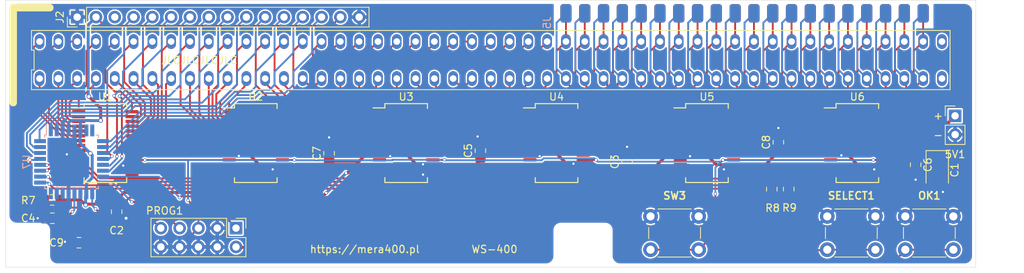
<source format=kicad_pcb>
(kicad_pcb (version 20171130) (host pcbnew 5.1.10)
  (title_block (title WS-400) (date 2021-09-22) (rev 1) (company http://mera400.pl) (comment 1 "MERA-400 CPU/AWP state display"))
  (layers (0 F.Cu signal) (31 B.Cu signal) (34 B.Paste user) (35 F.Paste user) (36 B.SilkS user) (37 F.SilkS user) (38 B.Mask user) (39 F.Mask user) (44 Edge.Cuts user))
  (net 0 "")
  (net 1 /A1)
  (net 2 /B1)
  (net 3 GND)
  (net 4 +5V)
  (net 5 /SDA)
  (net 6 /SCK)
  (net 7 /B2)
  (net 8 /A2)
  (net 9 /B3)
  (net 10 /A3)
  (net 11 /B4)
  (net 12 /A4)
  (net 13 /B5)
  (net 14 /A5)
  (net 15 /B6)
  (net 16 /A6)
  (net 17 /B7)
  (net 18 /A7)
  (net 19 /B8)
  (net 20 /A8)
  (net 21 /B9)
  (net 22 /A9)
  (net 23 /B10)
  (net 24 /A10)
  (net 25 /B11)
  (net 26 /A11)
  (net 27 /B12)
  (net 28 /A12)
  (net 29 /B13)
  (net 30 /A13)
  (net 31 /B14)
  (net 32 /A14)
  (net 33 /B15)
  (net 34 /A15)
  (net 35 /B16)
  (net 36 /A16)
  (net 37 /B17)
  (net 38 /A17)
  (net 39 /B18)
  (net 40 /A18)
  (net 41 /B19)
  (net 42 /A19)
  (net 43 /B20)
  (net 44 /A20)
  (net 45 /B21)
  (net 46 /A21)
  (net 47 /B22)
  (net 48 /A22)
  (net 49 /B23)
  (net 50 /A23)
  (net 51 /B24)
  (net 52 /A24)
  (net 53 /B25)
  (net 54 /A25)
  (net 55 /B26)
  (net 56 /A26)
  (net 57 /B27)
  (net 58 /A27)
  (net 59 /B28)
  (net 60 /A28)
  (net 61 /B29)
  (net 62 /A29)
  (net 63 /B30)
  (net 64 /A30)
  (net 65 /B31)
  (net 66 /A31)
  (net 67 /B32)
  (net 68 /A32)
  (net 69 /B33)
  (net 70 /A33)
  (net 71 /B34)
  (net 72 /A34)
  (net 73 /B35)
  (net 74 /A35)
  (net 75 /B36)
  (net 76 /A36)
  (net 77 /B37)
  (net 78 /A37)
  (net 79 /B38)
  (net 80 /A38)
  (net 81 /B39)
  (net 82 /A39)
  (net 83 /B40)
  (net 84 /A40)
  (net 85 /B41)
  (net 86 /A41)
  (net 87 /B42)
  (net 88 /A42)
  (net 89 /B43)
  (net 90 /A43)
  (net 91 /B44)
  (net 92 /A44)
  (net 93 /B45)
  (net 94 /A45)
  (net 95 /B46)
  (net 96 /A46)
  (net 97 /B47)
  (net 98 /A47)
  (net 99 /B48)
  (net 100 /A48)
  (net 101 /LCD_D7)
  (net 102 /LCD_D6)
  (net 103 /LCD_D5)
  (net 104 /LCD_D4)
  (net 105 /LCD_D3)
  (net 106 /LCD_D2)
  (net 107 /LCD_D1)
  (net 108 /LCD_D0)
  (net 109 /LCD_E)
  (net 110 /LCD_RW)
  (net 111 /LCD_RS)
  (net 112 /SW1)
  (net 113 /SW2)
  (net 114 "Net-(C4-Pad2)")
  (net 115 /RESET)
  (net 116 /MISO)
  (net 117 /MOSI)
  (net 118 /SCK_PROG)
  (module mera400:MERA400_LOGO_FCU_MEDIUM (layer F.Cu) (at 210.058 89.535 90)
    (fp_text reference H2 hide)
    (fp_text value LOGO hide)
    (fp_poly (pts (xy 5.249875 -0.563863) (xy 5.340431 -0.56375) (xy 5.414587 -0.563455) (xy 5.474303 -0.562888) (xy 5.521541 -0.56196) (xy 5.558259 -0.560584) (xy 5.586418 -0.558671) (xy 5.607979 -0.556133) (xy 5.624901 -0.55288) (xy 5.639145 -0.548825) (xy 5.652671 -0.543878) (xy 5.661414 -0.540382) (xy 5.721517 -0.506073) (xy 5.768235 -0.458225) (xy 5.79908 -0.399517) (xy 5.802698 -0.388195) (xy 5.806995 -0.362606) (xy 5.810563 -0.320072) (xy 5.813399 -0.263838) (xy 5.8155 -0.197147) (xy 5.816864 -0.123243) (xy 5.817487 -0.045369) (xy 5.817366 0.033231) (xy 5.816499 0.109313) (xy 5.814882 0.179634) (xy 5.812513 0.24095) (xy 5.809388 0.290017) (xy 5.805505 0.323593) (xy 5.803353 0.333315) (xy 5.77682 0.387695) (xy 5.734009 0.435096) (xy 5.678731 0.471607) (xy 5.66087 0.479617) (xy 5.646542 0.485221) (xy 5.63252 0.489855) (xy 5.616788 0.493621) (xy 5.597329 0.496621) (xy 5.572126 0.498957) (xy 5.539164 0.500731) (xy 5.496426 0.502043) (xy 5.441896 0.502997) (xy 5.373557 0.503693) (xy 5.289393 0.504234) (xy 5.187388 0.504722) (xy 5.16128 0.504837) (xy 5.04292 0.505173) (xy 4.943453 0.505039) (xy 4.861453 0.504403) (xy 4.795499 0.503234) (xy 4.744165 0.5015) (xy 4.70603 0.499172) (xy 4.679669 0.496216) (xy 4.66852 0.494032) (xy 4.597086 0.468579) (xy 4.542031 0.431766) (xy 4.50236 0.382773) (xy 4.483327 0.341127) (xy 4.478164 0.324232) (xy 4.474075 0.304783) (xy 4.470938 0.280323) (xy 4.468634 0.248393) (xy 4.467042 0.206535) (xy 4.46604 0.152289) (xy 4.465508 0.083198) (xy 4.465325 -0.003197) (xy 4.46532 -0.0254) (xy 4.465325 -0.027614) (xy 4.775773 -0.027614) (xy 4.776276 0.051509) (xy 4.77915 0.112835) (xy 4.785549 0.158853) (xy 4.796626 0.192049) (xy 4.813532 0.214911) (xy 4.83742 0.229926) (xy 4.869444 0.239581) (xy 4.9022 0.245189) (xy 4.9273 0.247203) (xy 4.968945 0.248788) (xy 5.023366 0.249878) (xy 5.08679 0.250406) (xy 5.155446 0.250307) (xy 5.18236 0.250089) (xy 5.257443 0.249199) (xy 5.315072 0.248067) (xy 5.358115 0.246446) (xy 5.389437 0.244094) (xy 5.411906 0.240763) (xy 5.428387 0.23621) (xy 5.441748 0.23019) (xy 5.44652 0.227514) (xy 5.46675 0.213286) (xy 5.482063 0.195435) (xy 5.493035 0.171221) (xy 5.500238 0.137905) (xy 5.504248 0.092749) (xy 5.505638 0.033013) (xy 5.504982 -0.044042) (xy 5.504863 -0.0508) (xy 5.503014 -0.123977) (xy 5.499924 -0.179625) (xy 5.494774 -0.220534) (xy 5.486746 -0.249491) (xy 5.475018 -0.269285) (xy 5.458772 -0.282703) (xy 5.437188 -0.292534) (xy 5.433413 -0.29388) (xy 5.412673 -0.297399) (xy 5.373493 -0.300315) (xy 5.317748 -0.302557) (xy 5.24731 -0.304057) (xy 5.164052 -0.304746) (xy 5.136903 -0.304785) (xy 5.041912 -0.304786) (xy 4.965263 -0.303792) (xy 4.904985 -0.300292) (xy 4.859108 -0.292773) (xy 4.825661 -0.279721) (xy 4.802673 -0.259625) (xy 4.788173 -0.230971) (xy 4.78019 -0.192246) (xy 4.776753 -0.141939) (xy 4.775892 -0.078537) (xy 4.775773 -0.027614) (xy 4.465325 -0.027614) (xy 4.465573 -0.123597) (xy 4.466384 -0.203416) (xy 4.467826 -0.266795) (xy 4.469973 -0.31567) (xy 4.472899 -0.351978) (xy 4.47668 -0.377656) (xy 4.479221 -0.388195) (xy 4.506995 -0.448546) (xy 4.551085 -0.498512) (xy 4.609 -0.535413) (xy 4.620505 -0.540382) (xy 4.634556 -0.545916) (xy 4.648128 -0.550505) (xy 4.663182 -0.554238) (xy 4.681678 -0.557202) (xy 4.705575 -0.559486) (xy 4.736835 -0.561179) (xy 4.777417 -0.56237) (xy 4.829281 -0.563146) (xy 4.894389 -0.563597) (xy 4.974698 -0.563811) (xy 5.072172 -0.563876) (xy 5.14096 -0.56388) (xy 5.249875 -0.563863)) (layer F.Cu) (width 0.01))
    (fp_poly (pts (xy 3.680537 -0.568661) (xy 3.765123 -0.567969) (xy 3.844154 -0.566852) (xy 3.914755 -0.565315) (xy 3.974052 -0.563358) (xy 4.01917 -0.560985) (xy 4.047235 -0.558199) (xy 4.049111 -0.557876) (xy 4.118502 -0.539179) (xy 4.173136 -0.510609) (xy 4.213746 -0.47391) (xy 4.228841 -0.455948) (xy 4.241094 -0.438397) (xy 4.250799 -0.418989) (xy 4.258254 -0.395459) (xy 4.263753 -0.365537) (xy 4.267593 -0.326958) (xy 4.270069 -0.277452) (xy 4.271479 -0.214754) (xy 4.272116 -0.136596) (xy 4.272278 -0.04071) (xy 4.27228 -0.0254) (xy 4.27228 0.30988) (xy 4.243586 0.368313) (xy 4.220196 0.40873) (xy 4.193906 0.436698) (xy 4.168884 0.453709) (xy 4.146266 0.466304) (xy 4.12386 0.476778) (xy 4.099615 0.48532) (xy 4.071482 0.492119) (xy 4.037412 0.497361) (xy 3.995353 0.501235) (xy 3.943258 0.50393) (xy 3.879075 0.505632) (xy 3.800756 0.50653) (xy 3.70625 0.506813) (xy 3.593507 0.506667) (xy 3.59156 0.506662) (xy 3.500828 0.506333) (xy 3.415925 0.505819) (xy 3.339114 0.50515) (xy 3.272659 0.504354) (xy 3.218827 0.50346) (xy 3.17988 0.502498) (xy 3.158085 0.501495) (xy 3.15468 0.50109) (xy 3.080432 0.479711) (xy 3.023509 0.451315) (xy 2.981517 0.413246) (xy 2.952061 0.362852) (xy 2.932746 0.297477) (xy 2.924529 0.245962) (xy 2.921429 0.208388) (xy 2.919306 0.156651) (xy 2.918101 0.094152) (xy 2.917757 0.024293) (xy 2.918142 -0.037367) (xy 3.23596 -0.037367) (xy 3.236497 0.039066) (xy 3.238447 0.097933) (xy 3.242314 0.141969) (xy 3.248604 0.173905) (xy 3.257821 0.196478) (xy 3.270472 0.21242) (xy 3.284013 0.222619) (xy 3.304082 0.232099) (xy 3.331765 0.239428) (xy 3.369257 0.244778) (xy 3.418752 0.248318) (xy 3.482445 0.250219) (xy 3.562528 0.250652) (xy 3.63728 0.250085) (xy 3.714145 0.248985) (xy 3.773449 0.247539) (xy 3.81795 0.245539) (xy 3.850405 0.242774) (xy 3.873572 0.239035) (xy 3.890209 0.234113) (xy 3.898728 0.230234) (xy 3.919844 0.217424) (xy 3.935747 0.202184) (xy 3.947162 0.181611) (xy 3.95481 0.152805) (xy 3.959415 0.112864) (xy 3.961701 0.058887) (xy 3.962389 -0.012027) (xy 3.9624 -0.025222) (xy 3.961808 -0.102287) (xy 3.959593 -0.161728) (xy 3.955094 -0.206222) (xy 3.947651 -0.238441) (xy 3.936604 -0.261061) (xy 3.921293 -0.276756) (xy 3.901056 -0.2882) (xy 3.897051 -0.289926) (xy 3.881547 -0.294682) (xy 3.858992 -0.298361) (xy 3.827032 -0.301077) (xy 3.783312 -0.302944) (xy 3.725478 -0.304078) (xy 3.651177 -0.304593) (xy 3.594426 -0.304651) (xy 3.508702 -0.30447) (xy 3.440825 -0.303773) (xy 3.38832 -0.302162) (xy 3.348713 -0.299242) (xy 3.319532 -0.294619) (xy 3.298303 -0.287895) (xy 3.282552 -0.278677) (xy 3.269805 -0.266567) (xy 3.257588 -0.25117) (xy 3.257259 -0.250727) (xy 3.249659 -0.239185) (xy 3.244112 -0.225934) (xy 3.240297 -0.207764) (xy 3.237896 -0.181466) (xy 3.236587 -0.143832) (xy 3.236049 -0.091651) (xy 3.23596 -0.037367) (xy 2.918142 -0.037367) (xy 2.918218 -0.049526) (xy 2.919425 -0.123903) (xy 2.92132 -0.195437) (xy 2.923847 -0.260725) (xy 2.926948 -0.316368) (xy 2.930565 -0.358963) (xy 2.934641 -0.38511) (xy 2.935232 -0.387222) (xy 2.964305 -0.449011) (xy 3.009216 -0.498283) (xy 3.069526 -0.534687) (xy 3.144794 -0.55787) (xy 3.148801 -0.558649) (xy 3.174347 -0.561436) (xy 3.217334 -0.563779) (xy 3.274887 -0.565681) (xy 3.344132 -0.567144) (xy 3.422193 -0.568172) (xy 3.506198 -0.568765) (xy 3.593271 -0.568928) (xy 3.680537 -0.568661)) (layer F.Cu) (width 0.01))
    (fp_poly (pts (xy 2.58064 0.11176) (xy 2.794 0.11176) (xy 2.794 0.33528) (xy 2.58064 0.33528) (xy 2.58064 0.508) (xy 2.27584 0.508) (xy 2.27584 0.33528) (xy 1.3716 0.33528) (xy 1.3716 0.11176) (xy 1.685333 0.11176) (xy 2.27584 0.11176) (xy 2.27584 -0.34544) (xy 2.246796 -0.34544) (xy 2.23334 -0.34202) (xy 2.211406 -0.331177) (xy 2.179658 -0.312038) (xy 2.13676 -0.283729) (xy 2.081374 -0.245378) (xy 2.012165 -0.196112) (xy 1.954696 -0.154604) (xy 1.881978 -0.101782) (xy 1.824034 -0.059391) (xy 1.779161 -0.025967) (xy 1.745657 -0.000051) (xy 1.721819 0.019822) (xy 1.705945 0.035112) (xy 1.696331 0.047282) (xy 1.691276 0.057793) (xy 1.689076 0.068109) (xy 1.688486 0.073996) (xy 1.685333 0.11176) (xy 1.3716 0.11176) (xy 1.3716 -0.069417) (xy 1.7145 -0.318981) (xy 2.0574 -0.568544) (xy 2.58064 -0.56896) (xy 2.58064 0.11176)) (layer F.Cu) (width 0.01))
    (fp_poly (pts (xy 0.954049 0.50292) (xy 0.784737 0.505715) (xy 0.727599 0.506395) (xy 0.677286 0.506495) (xy 0.637438 0.50605) (xy 0.611691 0.505089) (xy 0.603974 0.504116) (xy 0.594479 0.493649) (xy 0.578687 0.469318) (xy 0.559318 0.435471) (xy 0.549682 0.417376) (xy 0.506841 0.33503) (xy 0.134521 0.337695) (xy -0.237798 0.34036) (xy -0.282242 0.42418) (xy -0.326687 0.508) (xy -0.503704 0.508) (xy -0.561074 0.507586) (xy -0.61062 0.506438) (xy -0.649098 0.504697) (xy -0.673264 0.502502) (xy -0.68013 0.50038) (xy -0.675368 0.490275) (xy -0.661859 0.463845) (xy -0.640444 0.422682) (xy -0.61196 0.368377) (xy -0.577248 0.302524) (xy -0.537145 0.226713) (xy -0.492491 0.142537) (xy -0.484097 0.126751) (xy -0.12192 0.126751) (xy -0.112209 0.128191) (xy -0.084866 0.129484) (xy -0.042582 0.130574) (xy 0.011956 0.131406) (xy 0.076058 0.131925) (xy 0.138065 0.13208) (xy 0.398051 0.13208) (xy 0.347917 0.0381) (xy 0.324935 -0.005062) (xy 0.295637 -0.060204) (xy 0.263201 -0.121342) (xy 0.230802 -0.182489) (xy 0.218317 -0.206078) (xy 0.191674 -0.255191) (xy 0.167931 -0.296619) (xy 0.148778 -0.327598) (xy 0.135905 -0.345363) (xy 0.131354 -0.348318) (xy 0.124715 -0.337539) (xy 0.110303 -0.311882) (xy 0.089661 -0.274246) (xy 0.064336 -0.227528) (xy 0.035872 -0.174627) (xy 0.005814 -0.118439) (xy -0.024293 -0.061863) (xy -0.052905 -0.007797) (xy -0.078475 0.040863) (xy -0.09946 0.081217) (xy -0.114315 0.110369) (xy -0.121494 0.12542) (xy -0.12192 0.126751) (xy -0.484097 0.126751) (xy -0.444125 0.051587) (xy -0.397679 -0.03556) (xy -0.11582 -0.56388) (xy 0.387093 -0.56388) (xy 0.954049 0.50292)) (layer F.Cu) (width 0.01))
    (fp_poly (pts (xy -0.94996 -0.56388) (xy -0.889 -0.5334) (xy -0.834635 -0.498546) (xy -0.797026 -0.455404) (xy -0.773191 -0.400496) (xy -0.772323 -0.397436) (xy -0.768007 -0.370375) (xy -0.764917 -0.328009) (xy -0.763048 -0.275313) (xy -0.762397 -0.217265) (xy -0.762961 -0.15884) (xy -0.764734 -0.105016) (xy -0.767714 -0.06077) (xy -0.771896 -0.031078) (xy -0.772608 -0.028256) (xy -0.797399 0.024105) (xy -0.83901 0.067329) (xy -0.875591 0.090009) (xy -0.899937 0.103122) (xy -0.907558 0.111053) (xy -0.900551 0.116276) (xy -0.898434 0.116959) (xy -0.850936 0.136775) (xy -0.810179 0.163657) (xy -0.788224 0.186124) (xy -0.779738 0.199671) (xy -0.773679 0.216055) (xy -0.769526 0.239014) (xy -0.766757 0.272289) (xy -0.764852 0.31962) (xy -0.763791 0.361384) (xy -0.760501 0.508) (xy -1.08712 0.508) (xy -1.08712 0.3985) (xy -1.086629 0.358381) (xy -1.086424 0.325822) (xy -1.088413 0.30004) (xy -1.094501 0.280251) (xy -1.106595 0.265672) (xy -1.126602 0.255521) (xy -1.156426 0.249015) (xy -1.197976 0.24537) (xy -1.253156 0.243803) (xy -1.323873 0.243531) (xy -1.412033 0.243772) (xy -1.463617 0.24384) (xy -1.80848 0.24384) (xy -1.80848 0.508) (xy -2.1336 0.508) (xy -2.1336 -0.32512) (xy -1.80848 -0.32512) (xy -1.80848 -0.02032) (xy -1.482856 -0.02032) (xy -1.389777 -0.02046) (xy -1.314867 -0.020939) (xy -1.255976 -0.021852) (xy -1.210955 -0.023292) (xy -1.177654 -0.025353) (xy -1.153923 -0.028126) (xy -1.137613 -0.031706) (xy -1.127428 -0.035732) (xy -1.094057 -0.063613) (xy -1.071586 -0.103931) (xy -1.060496 -0.15168) (xy -1.061266 -0.201853) (xy -1.074374 -0.249444) (xy -1.100301 -0.289446) (xy -1.102875 -0.2921) (xy -1.135889 -0.325121) (xy -1.472185 -0.32512) (xy -1.80848 -0.32512) (xy -2.1336 -0.32512) (xy -2.1336 -0.569734) (xy -0.94996 -0.56388)) (layer F.Cu) (width 0.01))
    (fp_poly (pts (xy -2.34696 -0.32512) (xy -3.21056 -0.32512) (xy -3.21056 -0.1524) (xy -2.39776 -0.1524) (xy -2.39776 0.0508) (xy -3.21056 0.0508) (xy -3.21056 0.26416) (xy -2.34696 0.26416) (xy -2.34696 0.508) (xy -3.53568 0.508) (xy -3.53568 -0.56896) (xy -2.34696 -0.56896) (xy -2.34696 -0.32512)) (layer F.Cu) (width 0.01))
    (fp_poly (pts (xy -3.78968 0.508) (xy -4.08432 0.508) (xy -4.08432 -0.32647) (xy -4.111739 -0.323255) (xy -4.118779 -0.321416) (xy -4.126255 -0.316515) (xy -4.135029 -0.306979) (xy -4.145965 -0.291236) (xy -4.159926 -0.267711) (xy -4.177775 -0.234831) (xy -4.200375 -0.191023) (xy -4.228591 -0.134713) (xy -4.263284 -0.064329) (xy -4.305319 0.021705) (xy -4.339261 0.09144) (xy -4.539366 0.50292) (xy -4.85862 0.50292) (xy -5.058986 0.09144) (xy -5.106707 -0.006418) (xy -5.146481 -0.087535) (xy -5.179171 -0.153483) (xy -5.205638 -0.205832) (xy -5.226743 -0.246153) (xy -5.24335 -0.276016) (xy -5.25632 -0.296994) (xy -5.266514 -0.310657) (xy -5.274795 -0.318576) (xy -5.282024 -0.322321) (xy -5.286516 -0.323255) (xy -5.31368 -0.32647) (xy -5.31368 0.508) (xy -5.61848 0.508) (xy -5.61848 -0.569267) (xy -5.322375 -0.566574) (xy -5.026269 -0.56388) (xy -4.865663 -0.204535) (xy -4.829931 -0.124717) (xy -4.796749 -0.050845) (xy -4.767038 0.015053) (xy -4.741715 0.070949) (xy -4.721701 0.114814) (xy -4.707915 0.144622) (xy -4.701276 0.158343) (xy -4.700865 0.159002) (xy -4.695963 0.150984) (xy -4.683762 0.126335) (xy -4.665166 0.087015) (xy -4.641081 0.034983) (xy -4.612412 -0.027801) (xy -4.580064 -0.099379) (xy -4.544941 -0.17779) (xy -4.534893 -0.200343) (xy -4.373113 -0.56388) (xy -4.081397 -0.566576) (xy -3.78968 -0.569272) (xy -3.78968 0.508)) (layer F.Cu) (width 0.01))
  )
  (module Button_Switch_THT:SW_PUSH_6mm (layer F.Cu) (at 167.894 111.76)
    (fp_text reference SW3 (at 3.25 -2.794) (layer F.SilkS) (effects (font (thickness 0.2))))
    (fp_text value SW_Push hide)
    (pad 1 thru_hole circle (at 6.5 0 90) (size 2 2) (drill 1.1) (layers *.Cu *.Mask) (net 3 GND))
    (pad 2 thru_hole circle (at 6.5 4.5 90) (size 2 2) (drill 1.1) (layers *.Cu *.Mask) (net 115 /RESET))
    (pad 1 thru_hole circle (at 0 0 90) (size 2 2) (drill 1.1) (layers *.Cu *.Mask) (net 3 GND))
    (pad 2 thru_hole circle (at 0 4.5 90) (size 2 2) (drill 1.1) (layers *.Cu *.Mask) (net 115 /RESET))
  )
  (module Capacitor_SMD:C_0805_2012Metric_Pad1.15x1.40mm_HandSolder (layer F.Cu) (at 90.669 115.316 180)
    (fp_text reference C9 (at 3.039 0) (layer F.SilkS))
    (fp_text value 100n)
    (pad 2 smd roundrect (at 1.025 0 180) (size 1.15 1.4) (layers F.Cu F.Paste F.Mask) (roundrect_rratio 0.217391) (net 3 GND))
    (pad 1 smd roundrect (at -1.025 0 180) (size 1.15 1.4) (layers F.Cu F.Paste F.Mask) (roundrect_rratio 0.217391) (net 115 /RESET))
  )
  (module mera400:40pin_edge (layer B.Cu) (at 156.464 84.328 270)
    (fp_text reference J5 (at 1.27 2.54 270) (layer B.SilkS) (effects (justify mirror)))
    (fp_text value Conn_02x20_Row_Letter_First)
    (pad b20 smd roundrect (at 0 -48.26 180) (size 1.524 2.5) (layers F.Cu F.Paste F.Mask) (net 99 /B48))
    (pad a20 smd roundrect (at 0 -48.26 180) (size 1.524 2.5) (layers B.Cu B.Paste B.Mask) (net 100 /A48))
    (pad b19 smd roundrect (at 0 -45.72 180) (size 1.524 2.5) (layers F.Cu F.Paste F.Mask) (net 97 /B47))
    (pad a19 smd roundrect (at 0 -45.72 180) (size 1.524 2.5) (layers B.Cu B.Paste B.Mask) (net 98 /A47))
    (pad b18 smd roundrect (at 0 -43.18 180) (size 1.524 2.5) (layers F.Cu F.Paste F.Mask) (net 95 /B46))
    (pad a18 smd roundrect (at 0 -43.18 180) (size 1.524 2.5) (layers B.Cu B.Paste B.Mask) (net 96 /A46))
    (pad b17 smd roundrect (at 0 -40.64 180) (size 1.524 2.5) (layers F.Cu F.Paste F.Mask) (net 93 /B45))
    (pad a17 smd roundrect (at 0 -40.64 180) (size 1.524 2.5) (layers B.Cu B.Paste B.Mask) (net 94 /A45))
    (pad b16 smd roundrect (at 0 -38.1 180) (size 1.524 2.5) (layers F.Cu F.Paste F.Mask) (net 91 /B44))
    (pad a16 smd roundrect (at 0 -38.1 180) (size 1.524 2.5) (layers B.Cu B.Paste B.Mask) (net 92 /A44))
    (pad b15 smd roundrect (at 0 -35.56 180) (size 1.524 2.5) (layers F.Cu F.Paste F.Mask) (net 89 /B43))
    (pad a15 smd roundrect (at 0 -35.56 180) (size 1.524 2.5) (layers B.Cu B.Paste B.Mask) (net 90 /A43))
    (pad b14 smd roundrect (at 0 -33.02 180) (size 1.524 2.5) (layers F.Cu F.Paste F.Mask) (net 87 /B42))
    (pad a14 smd roundrect (at 0 -33.02 180) (size 1.524 2.5) (layers B.Cu B.Paste B.Mask) (net 88 /A42))
    (pad b13 smd roundrect (at 0 -30.48 180) (size 1.524 2.5) (layers F.Cu F.Paste F.Mask) (net 85 /B41))
    (pad a13 smd roundrect (at 0 -30.48 180) (size 1.524 2.5) (layers B.Cu B.Paste B.Mask) (net 86 /A41))
    (pad b12 smd roundrect (at 0 -27.94 180) (size 1.524 2.5) (layers F.Cu F.Paste F.Mask) (net 83 /B40))
    (pad a12 smd roundrect (at 0 -27.94 180) (size 1.524 2.5) (layers B.Cu B.Paste B.Mask) (net 84 /A40))
    (pad b11 smd roundrect (at 0 -25.4 180) (size 1.524 2.5) (layers F.Cu F.Paste F.Mask) (net 81 /B39))
    (pad a11 smd roundrect (at 0 -25.4 180) (size 1.524 2.5) (layers B.Cu B.Paste B.Mask) (net 82 /A39))
    (pad b10 smd roundrect (at 0 -22.86 180) (size 1.524 2.5) (layers F.Cu F.Paste F.Mask) (net 79 /B38))
    (pad a10 smd roundrect (at 0 -22.86 180) (size 1.524 2.5) (layers B.Cu B.Paste B.Mask) (net 80 /A38))
    (pad b9 smd roundrect (at 0 -20.32 180) (size 1.524 2.5) (layers F.Cu F.Paste F.Mask) (net 77 /B37))
    (pad a9 smd roundrect (at 0 -20.32 180) (size 1.524 2.5) (layers B.Cu B.Paste B.Mask) (net 78 /A37))
    (pad b8 smd roundrect (at 0 -17.78 180) (size 1.524 2.5) (layers F.Cu F.Paste F.Mask) (net 75 /B36))
    (pad a8 smd roundrect (at 0 -17.78 180) (size 1.524 2.5) (layers B.Cu B.Paste B.Mask) (net 76 /A36))
    (pad b7 smd roundrect (at 0 -15.24 180) (size 1.524 2.5) (layers F.Cu F.Paste F.Mask) (net 73 /B35))
    (pad a7 smd roundrect (at 0 -15.24 180) (size 1.524 2.5) (layers B.Cu B.Paste B.Mask) (net 74 /A35))
    (pad b6 smd roundrect (at 0 -12.7 180) (size 1.524 2.5) (layers F.Cu F.Paste F.Mask) (net 71 /B34))
    (pad a6 smd roundrect (at 0 -12.7 180) (size 1.524 2.5) (layers B.Cu B.Paste B.Mask) (net 72 /A34))
    (pad b5 smd roundrect (at 0 -10.16 180) (size 1.524 2.5) (layers F.Cu F.Paste F.Mask) (net 69 /B33))
    (pad a5 smd roundrect (at 0 -10.16 180) (size 1.524 2.5) (layers B.Cu B.Paste B.Mask) (net 70 /A33))
    (pad b4 smd roundrect (at 0 -7.62 180) (size 1.524 2.5) (layers F.Cu F.Paste F.Mask) (net 67 /B32))
    (pad a4 smd roundrect (at 0 -7.62 180) (size 1.524 2.5) (layers B.Cu B.Paste B.Mask) (net 68 /A32))
    (pad b3 smd roundrect (at 0 -5.08 180) (size 1.524 2.5) (layers F.Cu F.Paste F.Mask) (net 65 /B31))
    (pad a3 smd roundrect (at 0 -5.08 180) (size 1.524 2.5) (layers B.Cu B.Paste B.Mask) (net 66 /A31))
    (pad b2 smd roundrect (at 0 -2.54 180) (size 1.524 2.5) (layers F.Cu F.Paste F.Mask) (net 63 /B30))
    (pad a2 smd roundrect (at 0 -2.54 180) (size 1.524 2.5) (layers B.Cu B.Paste B.Mask) (net 64 /A30))
    (pad b1 smd roundrect (at 0 0 180) (size 1.524 2.5) (layers F.Cu F.Paste F.Mask) (net 61 /B29))
    (pad a1 smd roundrect (at 0 0 180) (size 1.524 2.5) (layers B.Cu B.Paste B.Mask) (net 62 /A29))
  )
  (module Package_SO:SSOP-28_5.3x10.2mm_P0.65mm (layer F.Cu) (at 175.514 101.854)
    (fp_text reference U5 (at 0 -6.25) (layer F.SilkS))
    (fp_text value MCP23017_SS)
    (pad 28 smd rect (at 3.6 -4.225) (size 1.75 0.45) (layers F.Cu F.Paste F.Mask) (net 77 /B37))
    (pad 27 smd rect (at 3.6 -3.575) (size 1.75 0.45) (layers F.Cu F.Paste F.Mask) (net 78 /A37))
    (pad 26 smd rect (at 3.6 -2.925) (size 1.75 0.45) (layers F.Cu F.Paste F.Mask) (net 79 /B38))
    (pad 25 smd rect (at 3.6 -2.275) (size 1.75 0.45) (layers F.Cu F.Paste F.Mask) (net 80 /A38))
    (pad 24 smd rect (at 3.6 -1.625) (size 1.75 0.45) (layers F.Cu F.Paste F.Mask) (net 81 /B39))
    (pad 23 smd rect (at 3.6 -0.975) (size 1.75 0.45) (layers F.Cu F.Paste F.Mask) (net 82 /A39))
    (pad 22 smd rect (at 3.6 -0.325) (size 1.75 0.45) (layers F.Cu F.Paste F.Mask) (net 83 /B40))
    (pad 21 smd rect (at 3.6 0.325) (size 1.75 0.45) (layers F.Cu F.Paste F.Mask) (net 84 /A40))
    (pad 20 smd rect (at 3.6 0.975) (size 1.75 0.45) (layers F.Cu F.Paste F.Mask))
    (pad 19 smd rect (at 3.6 1.625) (size 1.75 0.45) (layers F.Cu F.Paste F.Mask))
    (pad 18 smd rect (at 3.6 2.275) (size 1.75 0.45) (layers F.Cu F.Paste F.Mask) (net 115 /RESET))
    (pad 17 smd rect (at 3.6 2.925) (size 1.75 0.45) (layers F.Cu F.Paste F.Mask) (net 4 +5V))
    (pad 16 smd rect (at 3.6 3.575) (size 1.75 0.45) (layers F.Cu F.Paste F.Mask) (net 3 GND))
    (pad 15 smd rect (at 3.6 4.225) (size 1.75 0.45) (layers F.Cu F.Paste F.Mask) (net 3 GND))
    (pad 14 smd rect (at -3.6 4.225) (size 1.75 0.45) (layers F.Cu F.Paste F.Mask))
    (pad 13 smd rect (at -3.6 3.575) (size 1.75 0.45) (layers F.Cu F.Paste F.Mask) (net 5 /SDA))
    (pad 12 smd rect (at -3.6 2.925) (size 1.75 0.45) (layers F.Cu F.Paste F.Mask) (net 6 /SCK))
    (pad 11 smd rect (at -3.6 2.275) (size 1.75 0.45) (layers F.Cu F.Paste F.Mask))
    (pad 10 smd rect (at -3.6 1.625) (size 1.75 0.45) (layers F.Cu F.Paste F.Mask) (net 3 GND))
    (pad 9 smd rect (at -3.6 0.975) (size 1.75 0.45) (layers F.Cu F.Paste F.Mask) (net 4 +5V))
    (pad 8 smd rect (at -3.6 0.325) (size 1.75 0.45) (layers F.Cu F.Paste F.Mask) (net 69 /B33))
    (pad 7 smd rect (at -3.6 -0.325) (size 1.75 0.45) (layers F.Cu F.Paste F.Mask) (net 70 /A33))
    (pad 6 smd rect (at -3.6 -0.975) (size 1.75 0.45) (layers F.Cu F.Paste F.Mask) (net 71 /B34))
    (pad 5 smd rect (at -3.6 -1.625) (size 1.75 0.45) (layers F.Cu F.Paste F.Mask) (net 72 /A34))
    (pad 4 smd rect (at -3.6 -2.275) (size 1.75 0.45) (layers F.Cu F.Paste F.Mask) (net 73 /B35))
    (pad 3 smd rect (at -3.6 -2.925) (size 1.75 0.45) (layers F.Cu F.Paste F.Mask) (net 74 /A35))
    (pad 2 smd rect (at -3.6 -3.575) (size 1.75 0.45) (layers F.Cu F.Paste F.Mask) (net 75 /B36))
    (pad 1 smd rect (at -3.6 -4.225) (size 1.75 0.45) (layers F.Cu F.Paste F.Mask) (net 76 /A36))
  )
  (module MountingHole:MountingHole_3mm (layer F.Cu) (at 158.772 116.118)
    (fp_text reference H3 hide)
    (fp_text value MountingHole hide)
    (pad 1 np_thru_hole circle (at 0 0) (size 3 3) (drill 3) (layers *.Cu *.Mask))
  )
  (module MountingHole:MountingHole_3mm (layer F.Cu) (at 83.272 116.118)
    (fp_text reference H1 hide)
    (fp_text value MountingHole hide)
    (pad 1 np_thru_hole circle (at 0 0) (size 3 3) (drill 3) (layers *.Cu *.Mask))
  )
  (module Button_Switch_THT:SW_PUSH_6mm (layer F.Cu) (at 202.311 111.76)
    (fp_text reference OK1 (at 3.25 -2.794) (layer F.SilkS) (effects (font (thickness 0.2))))
    (fp_text value SW_Push hide)
    (pad 1 thru_hole circle (at 6.5 0 90) (size 2 2) (drill 1.1) (layers *.Cu *.Mask) (net 3 GND))
    (pad 2 thru_hole circle (at 6.5 4.5 90) (size 2 2) (drill 1.1) (layers *.Cu *.Mask) (net 113 /SW2))
    (pad 1 thru_hole circle (at 0 0 90) (size 2 2) (drill 1.1) (layers *.Cu *.Mask) (net 3 GND))
    (pad 2 thru_hole circle (at 0 4.5 90) (size 2 2) (drill 1.1) (layers *.Cu *.Mask) (net 113 /SW2))
  )
  (module Button_Switch_THT:SW_PUSH_6mm (layer F.Cu) (at 191.77 111.76)
    (fp_text reference SELECT1 (at 3.25 -2.794) (layer F.SilkS) (effects (font (thickness 0.2))))
    (fp_text value SW_Push hide)
    (pad 1 thru_hole circle (at 6.5 0 90) (size 2 2) (drill 1.1) (layers *.Cu *.Mask) (net 3 GND))
    (pad 2 thru_hole circle (at 6.5 4.5 90) (size 2 2) (drill 1.1) (layers *.Cu *.Mask) (net 112 /SW1))
    (pad 1 thru_hole circle (at 0 0 90) (size 2 2) (drill 1.1) (layers *.Cu *.Mask) (net 3 GND))
    (pad 2 thru_hole circle (at 0 4.5 90) (size 2 2) (drill 1.1) (layers *.Cu *.Mask) (net 112 /SW1))
  )
  (module Connector_PinHeader_2.54mm:PinHeader_2x05_P2.54mm_Vertical (layer F.Cu) (at 111.887 113.3475 270)
    (fp_text reference PROG1 (at -2.3495 9.652 180) (layer F.SilkS))
    (fp_text value Conn_02x05_Odd_Even hide)
    (pad 10 thru_hole oval (at 2.54 10.16 270) (size 1.7 1.7) (drill 1) (layers *.Cu *.Mask) (net 3 GND))
    (pad 9 thru_hole oval (at 0 10.16 270) (size 1.7 1.7) (drill 1) (layers *.Cu *.Mask) (net 116 /MISO))
    (pad 8 thru_hole oval (at 2.54 7.62 270) (size 1.7 1.7) (drill 1) (layers *.Cu *.Mask) (net 3 GND))
    (pad 7 thru_hole oval (at 0 7.62 270) (size 1.7 1.7) (drill 1) (layers *.Cu *.Mask) (net 118 /SCK_PROG))
    (pad 6 thru_hole oval (at 2.54 5.08 270) (size 1.7 1.7) (drill 1) (layers *.Cu *.Mask) (net 3 GND))
    (pad 5 thru_hole oval (at 0 5.08 270) (size 1.7 1.7) (drill 1) (layers *.Cu *.Mask) (net 115 /RESET))
    (pad 4 thru_hole oval (at 2.54 2.54 270) (size 1.7 1.7) (drill 1) (layers *.Cu *.Mask) (net 3 GND))
    (pad 3 thru_hole oval (at 0 2.54 270) (size 1.7 1.7) (drill 1) (layers *.Cu *.Mask) (net 3 GND))
    (pad 2 thru_hole oval (at 2.54 0 270) (size 1.7 1.7) (drill 1) (layers *.Cu *.Mask) (net 4 +5V))
    (pad 1 thru_hole rect (at 0 0 270) (size 1.7 1.7) (drill 1) (layers *.Cu *.Mask) (net 117 /MOSI))
  )
  (module Capacitor_SMD:C_0805_2012Metric_Pad1.15x1.40mm_HandSolder (layer F.Cu) (at 185.166 101.736 90)
    (fp_text reference C8 (at 0 -1.65 270) (layer F.SilkS))
    (fp_text value C_Small)
    (pad 2 smd roundrect (at 1.025 0 90) (size 1.15 1.4) (layers F.Cu F.Paste F.Mask) (roundrect_rratio 0.217391) (net 3 GND))
    (pad 1 smd roundrect (at -1.025 0 90) (size 1.15 1.4) (layers F.Cu F.Paste F.Mask) (roundrect_rratio 0.217391) (net 4 +5V))
  )
  (module Capacitor_SMD:C_0805_2012Metric_Pad1.15x1.40mm_HandSolder (layer F.Cu) (at 124.46 103.242 90)
    (fp_text reference C7 (at 0 -1.65 90) (layer F.SilkS))
    (fp_text value C_Small)
    (pad 2 smd roundrect (at 1.025 0 90) (size 1.15 1.4) (layers F.Cu F.Paste F.Mask) (roundrect_rratio 0.217391) (net 3 GND))
    (pad 1 smd roundrect (at -1.025 0 90) (size 1.15 1.4) (layers F.Cu F.Paste F.Mask) (roundrect_rratio 0.217391) (net 4 +5V))
  )
  (module Capacitor_SMD:C_0805_2012Metric_Pad1.15x1.40mm_HandSolder (layer F.Cu) (at 203.708 104.784 270)
    (fp_text reference C6 (at 0 -1.65 270) (layer F.SilkS))
    (fp_text value C_Small)
    (pad 2 smd roundrect (at 1.025 0 270) (size 1.15 1.4) (layers F.Cu F.Paste F.Mask) (roundrect_rratio 0.217391) (net 3 GND))
    (pad 1 smd roundrect (at -1.025 0 270) (size 1.15 1.4) (layers F.Cu F.Paste F.Mask) (roundrect_rratio 0.217391) (net 4 +5V))
  )
  (module Capacitor_SMD:C_0805_2012Metric_Pad1.15x1.40mm_HandSolder (layer F.Cu) (at 144.907 102.879 90)
    (fp_text reference C5 (at 0 -1.65 270) (layer F.SilkS))
    (fp_text value C_Small)
    (pad 2 smd roundrect (at 1.025 0 90) (size 1.15 1.4) (layers F.Cu F.Paste F.Mask) (roundrect_rratio 0.217391) (net 3 GND))
    (pad 1 smd roundrect (at -1.025 0 90) (size 1.15 1.4) (layers F.Cu F.Paste F.Mask) (roundrect_rratio 0.217391) (net 4 +5V))
  )
  (module Capacitor_SMD:C_0805_2012Metric_Pad1.15x1.40mm_HandSolder (layer F.Cu) (at 87.0675 112.014)
    (fp_text reference C4 (at -3.2475 0) (layer F.SilkS))
    (fp_text value C_Small)
    (pad 2 smd roundrect (at 1.025 0) (size 1.15 1.4) (layers F.Cu F.Paste F.Mask) (roundrect_rratio 0.217391) (net 114 "Net-(C4-Pad2)"))
    (pad 1 smd roundrect (at -1.025 0) (size 1.15 1.4) (layers F.Cu F.Paste F.Mask) (roundrect_rratio 0.217391) (net 3 GND))
  )
  (module Capacitor_SMD:C_0805_2012Metric_Pad1.15x1.40mm_HandSolder (layer F.Cu) (at 164.719 104.385 90)
    (fp_text reference C3 (at 0 -1.65 90) (layer F.SilkS))
    (fp_text value C_Small)
    (pad 2 smd roundrect (at 1.025 0 90) (size 1.15 1.4) (layers F.Cu F.Paste F.Mask) (roundrect_rratio 0.217391) (net 3 GND))
    (pad 1 smd roundrect (at -1.025 0 90) (size 1.15 1.4) (layers F.Cu F.Paste F.Mask) (roundrect_rratio 0.217391) (net 4 +5V))
  )
  (module Capacitor_SMD:C_0805_2012Metric_Pad1.15x1.40mm_HandSolder (layer F.Cu) (at 95.758 111.134 270)
    (fp_text reference C2 (at 2.531 0) (layer F.SilkS))
    (fp_text value C_Small)
    (pad 2 smd roundrect (at 1.025 0 270) (size 1.15 1.4) (layers F.Cu F.Paste F.Mask) (roundrect_rratio 0.217391) (net 3 GND))
    (pad 1 smd roundrect (at -1.025 0 270) (size 1.15 1.4) (layers F.Cu F.Paste F.Mask) (roundrect_rratio 0.217391) (net 4 +5V))
  )
  (module Capacitor_Tantalum_SMD:CP_EIA-3528-21_Kemet-B_Pad1.50x2.35mm_HandSolder (layer F.Cu) (at 206.629 105.511 270)
    (fp_text reference C1 (at 0 -2.35 270) (layer F.SilkS))
    (fp_text value 100u)
    (pad 2 smd roundrect (at 1.625 0 270) (size 1.5 2.35) (layers F.Cu F.Paste F.Mask) (roundrect_rratio 0.166667) (net 3 GND))
    (pad 1 smd roundrect (at -1.625 0 270) (size 1.5 2.35) (layers F.Cu F.Paste F.Mask) (roundrect_rratio 0.166667) (net 4 +5V))
  )
  (module Resistor_SMD:R_0805_2012Metric_Pad1.15x1.40mm_HandSolder (layer F.Cu) (at 186.563 108.068 90)
    (fp_text reference R9 (at -2.531 0.1016 180) (layer F.SilkS))
    (fp_text value 4k7)
    (pad 2 smd roundrect (at 1.025 0 90) (size 1.15 1.4) (layers F.Cu F.Paste F.Mask) (roundrect_rratio 0.217391) (net 6 /SCK))
    (pad 1 smd roundrect (at -1.025 0 90) (size 1.15 1.4) (layers F.Cu F.Paste F.Mask) (roundrect_rratio 0.217391) (net 4 +5V))
  )
  (module Resistor_SMD:R_0805_2012Metric_Pad1.15x1.40mm_HandSolder (layer F.Cu) (at 184.277 108.086 90)
    (fp_text reference R8 (at -2.549 0.1016 180) (layer F.SilkS))
    (fp_text value 4k7)
    (pad 2 smd roundrect (at 1.025 0 90) (size 1.15 1.4) (layers F.Cu F.Paste F.Mask) (roundrect_rratio 0.217391) (net 5 /SDA))
    (pad 1 smd roundrect (at -1.025 0 90) (size 1.15 1.4) (layers F.Cu F.Paste F.Mask) (roundrect_rratio 0.217391) (net 4 +5V))
  )
  (module mera400:ELTRA801+ (layer F.Cu) (at 146.304 90.638)
    (fp_text reference J1 hide)
    (fp_text value Conn_02x49 hide)
    (pad A49 thru_hole oval (at 60.96 2.5) (size 1.3 2) (drill 0.9) (layers *.Cu *.Mask))
    (pad B49 thru_hole oval (at 60.96 -2.5) (size 1.3 2) (drill 0.9) (layers *.Cu *.Mask))
    (pad A48 thru_hole oval (at 58.42 2.5) (size 1.3 2) (drill 0.9) (layers *.Cu *.Mask) (net 100 /A48))
    (pad B48 thru_hole oval (at 58.42 -2.5) (size 1.3 2) (drill 0.9) (layers *.Cu *.Mask) (net 99 /B48))
    (pad A47 thru_hole oval (at 55.88 2.5) (size 1.3 2) (drill 0.9) (layers *.Cu *.Mask) (net 98 /A47))
    (pad B47 thru_hole oval (at 55.88 -2.5) (size 1.3 2) (drill 0.9) (layers *.Cu *.Mask) (net 97 /B47))
    (pad A46 thru_hole oval (at 53.34 2.5) (size 1.3 2) (drill 0.9) (layers *.Cu *.Mask) (net 96 /A46))
    (pad B46 thru_hole oval (at 53.34 -2.5) (size 1.3 2) (drill 0.9) (layers *.Cu *.Mask) (net 95 /B46))
    (pad A45 thru_hole oval (at 50.8 2.5) (size 1.3 2) (drill 0.9) (layers *.Cu *.Mask) (net 94 /A45))
    (pad B45 thru_hole oval (at 50.8 -2.5) (size 1.3 2) (drill 0.9) (layers *.Cu *.Mask) (net 93 /B45))
    (pad A44 thru_hole oval (at 48.26 2.5) (size 1.3 2) (drill 0.9) (layers *.Cu *.Mask) (net 92 /A44))
    (pad B44 thru_hole oval (at 48.26 -2.5) (size 1.3 2) (drill 0.9) (layers *.Cu *.Mask) (net 91 /B44))
    (pad A43 thru_hole oval (at 45.72 2.5) (size 1.3 2) (drill 0.9) (layers *.Cu *.Mask) (net 90 /A43))
    (pad B43 thru_hole oval (at 45.72 -2.5) (size 1.3 2) (drill 0.9) (layers *.Cu *.Mask) (net 89 /B43))
    (pad A42 thru_hole oval (at 43.18 2.5) (size 1.3 2) (drill 0.9) (layers *.Cu *.Mask) (net 88 /A42))
    (pad B42 thru_hole oval (at 43.18 -2.5) (size 1.3 2) (drill 0.9) (layers *.Cu *.Mask) (net 87 /B42))
    (pad A41 thru_hole oval (at 40.64 2.5) (size 1.3 2) (drill 0.9) (layers *.Cu *.Mask) (net 86 /A41))
    (pad B41 thru_hole oval (at 40.64 -2.5) (size 1.3 2) (drill 0.9) (layers *.Cu *.Mask) (net 85 /B41))
    (pad A40 thru_hole oval (at 38.1 2.5) (size 1.3 2) (drill 0.9) (layers *.Cu *.Mask) (net 84 /A40))
    (pad B40 thru_hole oval (at 38.1 -2.5) (size 1.3 2) (drill 0.9) (layers *.Cu *.Mask) (net 83 /B40))
    (pad A39 thru_hole oval (at 35.56 2.5) (size 1.3 2) (drill 0.9) (layers *.Cu *.Mask) (net 82 /A39))
    (pad B39 thru_hole oval (at 35.56 -2.5) (size 1.3 2) (drill 0.9) (layers *.Cu *.Mask) (net 81 /B39))
    (pad A38 thru_hole oval (at 33.02 2.5) (size 1.3 2) (drill 0.9) (layers *.Cu *.Mask) (net 80 /A38))
    (pad B38 thru_hole oval (at 33.02 -2.5) (size 1.3 2) (drill 0.9) (layers *.Cu *.Mask) (net 79 /B38))
    (pad A37 thru_hole oval (at 30.48 2.5) (size 1.3 2) (drill 0.9) (layers *.Cu *.Mask) (net 78 /A37))
    (pad B37 thru_hole oval (at 30.48 -2.5) (size 1.3 2) (drill 0.9) (layers *.Cu *.Mask) (net 77 /B37))
    (pad A36 thru_hole oval (at 27.94 2.5) (size 1.3 2) (drill 0.9) (layers *.Cu *.Mask) (net 76 /A36))
    (pad B36 thru_hole oval (at 27.94 -2.5) (size 1.3 2) (drill 0.9) (layers *.Cu *.Mask) (net 75 /B36))
    (pad A35 thru_hole oval (at 25.4 2.5) (size 1.3 2) (drill 0.9) (layers *.Cu *.Mask) (net 74 /A35))
    (pad B35 thru_hole oval (at 25.4 -2.5) (size 1.3 2) (drill 0.9) (layers *.Cu *.Mask) (net 73 /B35))
    (pad A34 thru_hole oval (at 22.86 2.5) (size 1.3 2) (drill 0.9) (layers *.Cu *.Mask) (net 72 /A34))
    (pad B34 thru_hole oval (at 22.86 -2.5) (size 1.3 2) (drill 0.9) (layers *.Cu *.Mask) (net 71 /B34))
    (pad A33 thru_hole oval (at 20.32 2.5) (size 1.3 2) (drill 0.9) (layers *.Cu *.Mask) (net 70 /A33))
    (pad B33 thru_hole oval (at 20.32 -2.5) (size 1.3 2) (drill 0.9) (layers *.Cu *.Mask) (net 69 /B33))
    (pad A32 thru_hole oval (at 17.78 2.5) (size 1.3 2) (drill 0.9) (layers *.Cu *.Mask) (net 68 /A32))
    (pad B32 thru_hole oval (at 17.78 -2.5) (size 1.3 2) (drill 0.9) (layers *.Cu *.Mask) (net 67 /B32))
    (pad A31 thru_hole oval (at 15.24 2.5) (size 1.3 2) (drill 0.9) (layers *.Cu *.Mask) (net 66 /A31))
    (pad B31 thru_hole oval (at 15.24 -2.5) (size 1.3 2) (drill 0.9) (layers *.Cu *.Mask) (net 65 /B31))
    (pad A30 thru_hole oval (at 12.7 2.5) (size 1.3 2) (drill 0.9) (layers *.Cu *.Mask) (net 64 /A30))
    (pad B30 thru_hole oval (at 12.7 -2.5) (size 1.3 2) (drill 0.9) (layers *.Cu *.Mask) (net 63 /B30))
    (pad A29 thru_hole oval (at 10.16 2.5) (size 1.3 2) (drill 0.9) (layers *.Cu *.Mask) (net 62 /A29))
    (pad B29 thru_hole oval (at 10.16 -2.5) (size 1.3 2) (drill 0.9) (layers *.Cu *.Mask) (net 61 /B29))
    (pad A28 thru_hole oval (at 7.62 2.5) (size 1.3 2) (drill 0.9) (layers *.Cu *.Mask) (net 60 /A28))
    (pad B28 thru_hole oval (at 7.62 -2.5) (size 1.3 2) (drill 0.9) (layers *.Cu *.Mask) (net 59 /B28))
    (pad A27 thru_hole oval (at 5.08 2.5) (size 1.3 2) (drill 0.9) (layers *.Cu *.Mask) (net 58 /A27))
    (pad B27 thru_hole oval (at 5.08 -2.5) (size 1.3 2) (drill 0.9) (layers *.Cu *.Mask) (net 57 /B27))
    (pad A26 thru_hole oval (at 2.54 2.5) (size 1.3 2) (drill 0.9) (layers *.Cu *.Mask) (net 56 /A26))
    (pad B26 thru_hole oval (at 2.54 -2.5) (size 1.3 2) (drill 0.9) (layers *.Cu *.Mask) (net 55 /B26))
    (pad A25 thru_hole oval (at 0 2.5) (size 1.3 2) (drill 0.9) (layers *.Cu *.Mask) (net 54 /A25))
    (pad B25 thru_hole oval (at 0 -2.5) (size 1.3 2) (drill 0.9) (layers *.Cu *.Mask) (net 53 /B25))
    (pad A24 thru_hole oval (at -2.54 2.5) (size 1.3 2) (drill 0.9) (layers *.Cu *.Mask) (net 52 /A24))
    (pad B24 thru_hole oval (at -2.54 -2.5) (size 1.3 2) (drill 0.9) (layers *.Cu *.Mask) (net 51 /B24))
    (pad A23 thru_hole oval (at -5.08 2.5) (size 1.3 2) (drill 0.9) (layers *.Cu *.Mask) (net 50 /A23))
    (pad B23 thru_hole oval (at -5.08 -2.5) (size 1.3 2) (drill 0.9) (layers *.Cu *.Mask) (net 49 /B23))
    (pad A22 thru_hole oval (at -7.62 2.5) (size 1.3 2) (drill 0.9) (layers *.Cu *.Mask) (net 48 /A22))
    (pad B22 thru_hole oval (at -7.62 -2.5) (size 1.3 2) (drill 0.9) (layers *.Cu *.Mask) (net 47 /B22))
    (pad A21 thru_hole oval (at -10.16 2.5) (size 1.3 2) (drill 0.9) (layers *.Cu *.Mask) (net 46 /A21))
    (pad B21 thru_hole oval (at -10.16 -2.5) (size 1.3 2) (drill 0.9) (layers *.Cu *.Mask) (net 45 /B21))
    (pad A20 thru_hole oval (at -12.7 2.5) (size 1.3 2) (drill 0.9) (layers *.Cu *.Mask) (net 44 /A20))
    (pad B20 thru_hole oval (at -12.7 -2.5) (size 1.3 2) (drill 0.9) (layers *.Cu *.Mask) (net 43 /B20))
    (pad A19 thru_hole oval (at -15.24 2.5) (size 1.3 2) (drill 0.9) (layers *.Cu *.Mask) (net 42 /A19))
    (pad B19 thru_hole oval (at -15.24 -2.5) (size 1.3 2) (drill 0.9) (layers *.Cu *.Mask) (net 41 /B19))
    (pad A18 thru_hole oval (at -17.78 2.5) (size 1.3 2) (drill 0.9) (layers *.Cu *.Mask) (net 40 /A18))
    (pad B18 thru_hole oval (at -17.78 -2.5) (size 1.3 2) (drill 0.9) (layers *.Cu *.Mask) (net 39 /B18))
    (pad A17 thru_hole oval (at -20.32 2.5) (size 1.3 2) (drill 0.9) (layers *.Cu *.Mask) (net 38 /A17))
    (pad B17 thru_hole oval (at -20.32 -2.5) (size 1.3 2) (drill 0.9) (layers *.Cu *.Mask) (net 37 /B17))
    (pad A16 thru_hole oval (at -22.86 2.5) (size 1.3 2) (drill 0.9) (layers *.Cu *.Mask) (net 36 /A16))
    (pad B16 thru_hole oval (at -22.86 -2.5) (size 1.3 2) (drill 0.9) (layers *.Cu *.Mask) (net 35 /B16))
    (pad A15 thru_hole oval (at -25.4 2.5) (size 1.3 2) (drill 0.9) (layers *.Cu *.Mask) (net 34 /A15))
    (pad B15 thru_hole oval (at -25.4 -2.5) (size 1.3 2) (drill 0.9) (layers *.Cu *.Mask) (net 33 /B15))
    (pad A14 thru_hole oval (at -27.94 2.5) (size 1.3 2) (drill 0.9) (layers *.Cu *.Mask) (net 32 /A14))
    (pad B14 thru_hole oval (at -27.94 -2.5) (size 1.3 2) (drill 0.9) (layers *.Cu *.Mask) (net 31 /B14))
    (pad A13 thru_hole oval (at -30.48 2.5) (size 1.3 2) (drill 0.9) (layers *.Cu *.Mask) (net 30 /A13))
    (pad B13 thru_hole oval (at -30.48 -2.5) (size 1.3 2) (drill 0.9) (layers *.Cu *.Mask) (net 29 /B13))
    (pad A12 thru_hole oval (at -33.02 2.5) (size 1.3 2) (drill 0.9) (layers *.Cu *.Mask) (net 28 /A12))
    (pad B12 thru_hole oval (at -33.02 -2.5) (size 1.3 2) (drill 0.9) (layers *.Cu *.Mask) (net 27 /B12))
    (pad A11 thru_hole oval (at -35.56 2.5) (size 1.3 2) (drill 0.9) (layers *.Cu *.Mask) (net 26 /A11))
    (pad B11 thru_hole oval (at -35.56 -2.5) (size 1.3 2) (drill 0.9) (layers *.Cu *.Mask) (net 25 /B11))
    (pad A10 thru_hole oval (at -38.1 2.5) (size 1.3 2) (drill 0.9) (layers *.Cu *.Mask) (net 24 /A10))
    (pad B10 thru_hole oval (at -38.1 -2.5) (size 1.3 2) (drill 0.9) (layers *.Cu *.Mask) (net 23 /B10))
    (pad A9 thru_hole oval (at -40.64 2.5) (size 1.3 2) (drill 0.9) (layers *.Cu *.Mask) (net 22 /A9))
    (pad B9 thru_hole oval (at -40.64 -2.5) (size 1.3 2) (drill 0.9) (layers *.Cu *.Mask) (net 21 /B9))
    (pad A8 thru_hole oval (at -43.18 2.5) (size 1.3 2) (drill 0.9) (layers *.Cu *.Mask) (net 20 /A8))
    (pad B8 thru_hole oval (at -43.18 -2.5) (size 1.3 2) (drill 0.9) (layers *.Cu *.Mask) (net 19 /B8))
    (pad A7 thru_hole oval (at -45.72 2.5) (size 1.3 2) (drill 0.9) (layers *.Cu *.Mask) (net 18 /A7))
    (pad B7 thru_hole oval (at -45.72 -2.5) (size 1.3 2) (drill 0.9) (layers *.Cu *.Mask) (net 17 /B7))
    (pad A6 thru_hole oval (at -48.26 2.5) (size 1.3 2) (drill 0.9) (layers *.Cu *.Mask) (net 16 /A6))
    (pad B6 thru_hole oval (at -48.26 -2.5) (size 1.3 2) (drill 0.9) (layers *.Cu *.Mask) (net 15 /B6))
    (pad A5 thru_hole oval (at -50.8 2.5) (size 1.3 2) (drill 0.9) (layers *.Cu *.Mask) (net 14 /A5))
    (pad B5 thru_hole oval (at -50.8 -2.5) (size 1.3 2) (drill 0.9) (layers *.Cu *.Mask) (net 13 /B5))
    (pad A4 thru_hole oval (at -53.34 2.5) (size 1.3 2) (drill 0.9) (layers *.Cu *.Mask) (net 12 /A4))
    (pad B4 thru_hole oval (at -53.34 -2.5) (size 1.3 2) (drill 0.9) (layers *.Cu *.Mask) (net 11 /B4))
    (pad A3 thru_hole oval (at -55.88 2.5) (size 1.3 2) (drill 0.9) (layers *.Cu *.Mask) (net 10 /A3))
    (pad B3 thru_hole oval (at -55.88 -2.5) (size 1.3 2) (drill 0.9) (layers *.Cu *.Mask) (net 9 /B3))
    (pad A2 thru_hole oval (at -58.42 2.5) (size 1.3 2) (drill 1) (layers *.Cu *.Mask) (net 8 /A2))
    (pad B2 thru_hole oval (at -58.42 -2.5) (size 1.3 2) (drill 0.9) (layers *.Cu *.Mask) (net 7 /B2))
    (pad A1 thru_hole oval (at -60.96 2.5) (size 1.3 2) (drill 0.9) (layers *.Cu *.Mask) (net 1 /A1))
    (pad B1 thru_hole oval (at -60.96 -2.5) (size 1.3 2) (drill 0.9) (layers *.Cu *.Mask) (net 2 /B1))
  )
  (module Connector_PinHeader_2.54mm:PinHeader_1x02_P2.54mm_Vertical (layer F.Cu) (at 209.042 98.171)
    (fp_text reference 5V1 (at 0 5.207) (layer F.SilkS))
    (fp_text value Conn_01x02_Male hide)
    (pad 2 thru_hole oval (at 0 2.54) (size 1.7 1.7) (drill 1) (layers *.Cu *.Mask) (net 3 GND))
    (pad 1 thru_hole rect (at 0 0) (size 1.7 1.7) (drill 1) (layers *.Cu *.Mask) (net 4 +5V))
  )
  (module Resistor_SMD:R_0805_2012Metric_Pad1.15x1.40mm_HandSolder (layer F.Cu) (at 87.0495 109.5375 180)
    (fp_text reference R7 (at 3.2295 -0.0635) (layer F.SilkS))
    (fp_text value 4k7)
    (pad 2 smd roundrect (at 1.025 0 180) (size 1.15 1.4) (layers F.Cu F.Paste F.Mask) (roundrect_rratio 0.217391) (net 115 /RESET))
    (pad 1 smd roundrect (at -1.025 0 180) (size 1.15 1.4) (layers F.Cu F.Paste F.Mask) (roundrect_rratio 0.217391) (net 4 +5V))
  )
  (module Package_QFP:TQFP-32_7x7mm_P0.8mm (layer B.Cu) (at 89.662 104.394 270)
    (fp_text reference U7 (at 0 6.05 90) (layer B.SilkS) (effects (justify mirror)))
    (fp_text value ATmega328-AU)
    (pad 32 smd rect (at -2.8 4.25 180) (size 1.6 0.55) (layers B.Cu B.Paste B.Mask) (net 106 /LCD_D2))
    (pad 31 smd rect (at -2 4.25 180) (size 1.6 0.55) (layers B.Cu B.Paste B.Mask) (net 107 /LCD_D1))
    (pad 30 smd rect (at -1.2 4.25 180) (size 1.6 0.55) (layers B.Cu B.Paste B.Mask) (net 108 /LCD_D0))
    (pad 29 smd rect (at -0.4 4.25 180) (size 1.6 0.55) (layers B.Cu B.Paste B.Mask) (net 115 /RESET))
    (pad 28 smd rect (at 0.4 4.25 180) (size 1.6 0.55) (layers B.Cu B.Paste B.Mask) (net 6 /SCK))
    (pad 27 smd rect (at 1.2 4.25 180) (size 1.6 0.55) (layers B.Cu B.Paste B.Mask) (net 5 /SDA))
    (pad 26 smd rect (at 2 4.25 180) (size 1.6 0.55) (layers B.Cu B.Paste B.Mask) (net 112 /SW1))
    (pad 25 smd rect (at 2.8 4.25 180) (size 1.6 0.55) (layers B.Cu B.Paste B.Mask) (net 113 /SW2))
    (pad 24 smd rect (at 4.25 2.8 270) (size 1.6 0.55) (layers B.Cu B.Paste B.Mask))
    (pad 23 smd rect (at 4.25 2 270) (size 1.6 0.55) (layers B.Cu B.Paste B.Mask))
    (pad 22 smd rect (at 4.25 1.2 270) (size 1.6 0.55) (layers B.Cu B.Paste B.Mask))
    (pad 21 smd rect (at 4.25 0.4 270) (size 1.6 0.55) (layers B.Cu B.Paste B.Mask) (net 3 GND))
    (pad 20 smd rect (at 4.25 -0.4 270) (size 1.6 0.55) (layers B.Cu B.Paste B.Mask) (net 114 "Net-(C4-Pad2)"))
    (pad 19 smd rect (at 4.25 -1.2 270) (size 1.6 0.55) (layers B.Cu B.Paste B.Mask))
    (pad 18 smd rect (at 4.25 -2 270) (size 1.6 0.55) (layers B.Cu B.Paste B.Mask) (net 4 +5V))
    (pad 17 smd rect (at 4.25 -2.8 270) (size 1.6 0.55) (layers B.Cu B.Paste B.Mask) (net 118 /SCK_PROG))
    (pad 16 smd rect (at 2.8 -4.25 180) (size 1.6 0.55) (layers B.Cu B.Paste B.Mask) (net 116 /MISO))
    (pad 15 smd rect (at 2 -4.25 180) (size 1.6 0.55) (layers B.Cu B.Paste B.Mask) (net 117 /MOSI))
    (pad 14 smd rect (at 1.2 -4.25 180) (size 1.6 0.55) (layers B.Cu B.Paste B.Mask) (net 109 /LCD_E))
    (pad 13 smd rect (at 0.4 -4.25 180) (size 1.6 0.55) (layers B.Cu B.Paste B.Mask) (net 110 /LCD_RW))
    (pad 12 smd rect (at -0.4 -4.25 180) (size 1.6 0.55) (layers B.Cu B.Paste B.Mask) (net 111 /LCD_RS))
    (pad 11 smd rect (at -1.2 -4.25 180) (size 1.6 0.55) (layers B.Cu B.Paste B.Mask) (net 101 /LCD_D7))
    (pad 10 smd rect (at -2 -4.25 180) (size 1.6 0.55) (layers B.Cu B.Paste B.Mask) (net 102 /LCD_D6))
    (pad 9 smd rect (at -2.8 -4.25 180) (size 1.6 0.55) (layers B.Cu B.Paste B.Mask) (net 103 /LCD_D5))
    (pad 8 smd rect (at -4.25 -2.8 270) (size 1.6 0.55) (layers B.Cu B.Paste B.Mask))
    (pad 7 smd rect (at -4.25 -2 270) (size 1.6 0.55) (layers B.Cu B.Paste B.Mask))
    (pad 6 smd rect (at -4.25 -1.2 270) (size 1.6 0.55) (layers B.Cu B.Paste B.Mask) (net 4 +5V))
    (pad 5 smd rect (at -4.25 -0.4 270) (size 1.6 0.55) (layers B.Cu B.Paste B.Mask) (net 3 GND))
    (pad 4 smd rect (at -4.25 0.4 270) (size 1.6 0.55) (layers B.Cu B.Paste B.Mask) (net 4 +5V))
    (pad 3 smd rect (at -4.25 1.2 270) (size 1.6 0.55) (layers B.Cu B.Paste B.Mask) (net 3 GND))
    (pad 2 smd rect (at -4.25 2 270) (size 1.6 0.55) (layers B.Cu B.Paste B.Mask) (net 104 /LCD_D4))
    (pad 1 smd rect (at -4.25 2.8 270) (size 1.6 0.55) (layers B.Cu B.Paste B.Mask) (net 105 /LCD_D3))
  )
  (module Connector_PinHeader_2.54mm:PinHeader_1x16_P2.54mm_Vertical (layer F.Cu) (at 90.424 84.836 90)
    (fp_text reference J2 (at 0 -2.33 270) (layer F.SilkS))
    (fp_text value LCD)
    (pad 16 thru_hole oval (at 0 38.1 90) (size 1.7 1.7) (drill 1) (layers *.Cu *.Mask) (net 3 GND))
    (pad 15 thru_hole oval (at 0 35.56 90) (size 1.7 1.7) (drill 1) (layers *.Cu *.Mask) (net 4 +5V))
    (pad 14 thru_hole oval (at 0 33.02 90) (size 1.7 1.7) (drill 1) (layers *.Cu *.Mask) (net 101 /LCD_D7))
    (pad 13 thru_hole oval (at 0 30.48 90) (size 1.7 1.7) (drill 1) (layers *.Cu *.Mask) (net 102 /LCD_D6))
    (pad 12 thru_hole oval (at 0 27.94 90) (size 1.7 1.7) (drill 1) (layers *.Cu *.Mask) (net 103 /LCD_D5))
    (pad 11 thru_hole oval (at 0 25.4 90) (size 1.7 1.7) (drill 1) (layers *.Cu *.Mask) (net 104 /LCD_D4))
    (pad 10 thru_hole oval (at 0 22.86 90) (size 1.7 1.7) (drill 1) (layers *.Cu *.Mask) (net 105 /LCD_D3))
    (pad 9 thru_hole oval (at 0 20.32 90) (size 1.7 1.7) (drill 1) (layers *.Cu *.Mask) (net 106 /LCD_D2))
    (pad 8 thru_hole oval (at 0 17.78 90) (size 1.7 1.7) (drill 1) (layers *.Cu *.Mask) (net 107 /LCD_D1))
    (pad 7 thru_hole oval (at 0 15.24 90) (size 1.7 1.7) (drill 1) (layers *.Cu *.Mask) (net 108 /LCD_D0))
    (pad 6 thru_hole oval (at 0 12.7 90) (size 1.7 1.7) (drill 1) (layers *.Cu *.Mask) (net 109 /LCD_E))
    (pad 5 thru_hole oval (at 0 10.16 90) (size 1.7 1.7) (drill 1) (layers *.Cu *.Mask) (net 110 /LCD_RW))
    (pad 4 thru_hole oval (at 0 7.62 90) (size 1.7 1.7) (drill 1) (layers *.Cu *.Mask) (net 111 /LCD_RS))
    (pad 3 thru_hole oval (at 0 5.08 90) (size 1.7 1.7) (drill 1) (layers *.Cu *.Mask))
    (pad 2 thru_hole oval (at 0 2.54 90) (size 1.7 1.7) (drill 1) (layers *.Cu *.Mask) (net 4 +5V))
    (pad 1 thru_hole rect (at 0 0 90) (size 1.7 1.7) (drill 1) (layers *.Cu *.Mask) (net 3 GND))
  )
  (module Package_SO:SSOP-28_5.3x10.2mm_P0.65mm (layer F.Cu) (at 134.874 101.854)
    (fp_text reference U3 (at 0 -6.25) (layer F.SilkS))
    (fp_text value MCP23017_SS)
    (pad 28 smd rect (at 3.6 -4.225) (size 1.75 0.45) (layers F.Cu F.Paste F.Mask) (net 45 /B21))
    (pad 27 smd rect (at 3.6 -3.575) (size 1.75 0.45) (layers F.Cu F.Paste F.Mask) (net 46 /A21))
    (pad 26 smd rect (at 3.6 -2.925) (size 1.75 0.45) (layers F.Cu F.Paste F.Mask) (net 47 /B22))
    (pad 25 smd rect (at 3.6 -2.275) (size 1.75 0.45) (layers F.Cu F.Paste F.Mask) (net 48 /A22))
    (pad 24 smd rect (at 3.6 -1.625) (size 1.75 0.45) (layers F.Cu F.Paste F.Mask) (net 49 /B23))
    (pad 23 smd rect (at 3.6 -0.975) (size 1.75 0.45) (layers F.Cu F.Paste F.Mask) (net 50 /A23))
    (pad 22 smd rect (at 3.6 -0.325) (size 1.75 0.45) (layers F.Cu F.Paste F.Mask) (net 51 /B24))
    (pad 21 smd rect (at 3.6 0.325) (size 1.75 0.45) (layers F.Cu F.Paste F.Mask) (net 52 /A24))
    (pad 20 smd rect (at 3.6 0.975) (size 1.75 0.45) (layers F.Cu F.Paste F.Mask))
    (pad 19 smd rect (at 3.6 1.625) (size 1.75 0.45) (layers F.Cu F.Paste F.Mask))
    (pad 18 smd rect (at 3.6 2.275) (size 1.75 0.45) (layers F.Cu F.Paste F.Mask) (net 115 /RESET))
    (pad 17 smd rect (at 3.6 2.925) (size 1.75 0.45) (layers F.Cu F.Paste F.Mask) (net 3 GND))
    (pad 16 smd rect (at 3.6 3.575) (size 1.75 0.45) (layers F.Cu F.Paste F.Mask) (net 4 +5V))
    (pad 15 smd rect (at 3.6 4.225) (size 1.75 0.45) (layers F.Cu F.Paste F.Mask) (net 3 GND))
    (pad 14 smd rect (at -3.6 4.225) (size 1.75 0.45) (layers F.Cu F.Paste F.Mask))
    (pad 13 smd rect (at -3.6 3.575) (size 1.75 0.45) (layers F.Cu F.Paste F.Mask) (net 5 /SDA))
    (pad 12 smd rect (at -3.6 2.925) (size 1.75 0.45) (layers F.Cu F.Paste F.Mask) (net 6 /SCK))
    (pad 11 smd rect (at -3.6 2.275) (size 1.75 0.45) (layers F.Cu F.Paste F.Mask))
    (pad 10 smd rect (at -3.6 1.625) (size 1.75 0.45) (layers F.Cu F.Paste F.Mask) (net 3 GND))
    (pad 9 smd rect (at -3.6 0.975) (size 1.75 0.45) (layers F.Cu F.Paste F.Mask) (net 4 +5V))
    (pad 8 smd rect (at -3.6 0.325) (size 1.75 0.45) (layers F.Cu F.Paste F.Mask) (net 37 /B17))
    (pad 7 smd rect (at -3.6 -0.325) (size 1.75 0.45) (layers F.Cu F.Paste F.Mask) (net 38 /A17))
    (pad 6 smd rect (at -3.6 -0.975) (size 1.75 0.45) (layers F.Cu F.Paste F.Mask) (net 39 /B18))
    (pad 5 smd rect (at -3.6 -1.625) (size 1.75 0.45) (layers F.Cu F.Paste F.Mask) (net 40 /A18))
    (pad 4 smd rect (at -3.6 -2.275) (size 1.75 0.45) (layers F.Cu F.Paste F.Mask) (net 41 /B19))
    (pad 3 smd rect (at -3.6 -2.925) (size 1.75 0.45) (layers F.Cu F.Paste F.Mask) (net 42 /A19))
    (pad 2 smd rect (at -3.6 -3.575) (size 1.75 0.45) (layers F.Cu F.Paste F.Mask) (net 43 /B20))
    (pad 1 smd rect (at -3.6 -4.225) (size 1.75 0.45) (layers F.Cu F.Paste F.Mask) (net 44 /A20))
  )
  (module Package_SO:SSOP-28_5.3x10.2mm_P0.65mm (layer F.Cu) (at 195.834 101.854)
    (fp_text reference U6 (at 0 -6.25) (layer F.SilkS))
    (fp_text value MCP23017_SS hide)
    (pad 28 smd rect (at 3.6 -4.225) (size 1.75 0.45) (layers F.Cu F.Paste F.Mask) (net 93 /B45))
    (pad 27 smd rect (at 3.6 -3.575) (size 1.75 0.45) (layers F.Cu F.Paste F.Mask) (net 94 /A45))
    (pad 26 smd rect (at 3.6 -2.925) (size 1.75 0.45) (layers F.Cu F.Paste F.Mask) (net 95 /B46))
    (pad 25 smd rect (at 3.6 -2.275) (size 1.75 0.45) (layers F.Cu F.Paste F.Mask) (net 96 /A46))
    (pad 24 smd rect (at 3.6 -1.625) (size 1.75 0.45) (layers F.Cu F.Paste F.Mask) (net 97 /B47))
    (pad 23 smd rect (at 3.6 -0.975) (size 1.75 0.45) (layers F.Cu F.Paste F.Mask) (net 98 /A47))
    (pad 22 smd rect (at 3.6 -0.325) (size 1.75 0.45) (layers F.Cu F.Paste F.Mask) (net 99 /B48))
    (pad 21 smd rect (at 3.6 0.325) (size 1.75 0.45) (layers F.Cu F.Paste F.Mask) (net 100 /A48))
    (pad 20 smd rect (at 3.6 0.975) (size 1.75 0.45) (layers F.Cu F.Paste F.Mask))
    (pad 19 smd rect (at 3.6 1.625) (size 1.75 0.45) (layers F.Cu F.Paste F.Mask))
    (pad 18 smd rect (at 3.6 2.275) (size 1.75 0.45) (layers F.Cu F.Paste F.Mask) (net 115 /RESET))
    (pad 17 smd rect (at 3.6 2.925) (size 1.75 0.45) (layers F.Cu F.Paste F.Mask) (net 4 +5V))
    (pad 16 smd rect (at 3.6 3.575) (size 1.75 0.45) (layers F.Cu F.Paste F.Mask) (net 3 GND))
    (pad 15 smd rect (at 3.6 4.225) (size 1.75 0.45) (layers F.Cu F.Paste F.Mask) (net 4 +5V))
    (pad 14 smd rect (at -3.6 4.225) (size 1.75 0.45) (layers F.Cu F.Paste F.Mask))
    (pad 13 smd rect (at -3.6 3.575) (size 1.75 0.45) (layers F.Cu F.Paste F.Mask) (net 5 /SDA))
    (pad 12 smd rect (at -3.6 2.925) (size 1.75 0.45) (layers F.Cu F.Paste F.Mask) (net 6 /SCK))
    (pad 11 smd rect (at -3.6 2.275) (size 1.75 0.45) (layers F.Cu F.Paste F.Mask))
    (pad 10 smd rect (at -3.6 1.625) (size 1.75 0.45) (layers F.Cu F.Paste F.Mask) (net 3 GND))
    (pad 9 smd rect (at -3.6 0.975) (size 1.75 0.45) (layers F.Cu F.Paste F.Mask) (net 4 +5V))
    (pad 8 smd rect (at -3.6 0.325) (size 1.75 0.45) (layers F.Cu F.Paste F.Mask) (net 85 /B41))
    (pad 7 smd rect (at -3.6 -0.325) (size 1.75 0.45) (layers F.Cu F.Paste F.Mask) (net 86 /A41))
    (pad 6 smd rect (at -3.6 -0.975) (size 1.75 0.45) (layers F.Cu F.Paste F.Mask) (net 87 /B42))
    (pad 5 smd rect (at -3.6 -1.625) (size 1.75 0.45) (layers F.Cu F.Paste F.Mask) (net 88 /A42))
    (pad 4 smd rect (at -3.6 -2.275) (size 1.75 0.45) (layers F.Cu F.Paste F.Mask) (net 89 /B43))
    (pad 3 smd rect (at -3.6 -2.925) (size 1.75 0.45) (layers F.Cu F.Paste F.Mask) (net 90 /A43))
    (pad 2 smd rect (at -3.6 -3.575) (size 1.75 0.45) (layers F.Cu F.Paste F.Mask) (net 91 /B44))
    (pad 1 smd rect (at -3.6 -4.225) (size 1.75 0.45) (layers F.Cu F.Paste F.Mask) (net 92 /A44))
  )
  (module Package_SO:SSOP-28_5.3x10.2mm_P0.65mm (layer F.Cu) (at 155.194 101.854)
    (fp_text reference U4 (at 0 -6.25) (layer F.SilkS))
    (fp_text value MCP23017_SS)
    (pad 28 smd rect (at 3.6 -4.225) (size 1.75 0.45) (layers F.Cu F.Paste F.Mask) (net 61 /B29))
    (pad 27 smd rect (at 3.6 -3.575) (size 1.75 0.45) (layers F.Cu F.Paste F.Mask) (net 62 /A29))
    (pad 26 smd rect (at 3.6 -2.925) (size 1.75 0.45) (layers F.Cu F.Paste F.Mask) (net 63 /B30))
    (pad 25 smd rect (at 3.6 -2.275) (size 1.75 0.45) (layers F.Cu F.Paste F.Mask) (net 64 /A30))
    (pad 24 smd rect (at 3.6 -1.625) (size 1.75 0.45) (layers F.Cu F.Paste F.Mask) (net 65 /B31))
    (pad 23 smd rect (at 3.6 -0.975) (size 1.75 0.45) (layers F.Cu F.Paste F.Mask) (net 66 /A31))
    (pad 22 smd rect (at 3.6 -0.325) (size 1.75 0.45) (layers F.Cu F.Paste F.Mask) (net 67 /B32))
    (pad 21 smd rect (at 3.6 0.325) (size 1.75 0.45) (layers F.Cu F.Paste F.Mask) (net 68 /A32))
    (pad 20 smd rect (at 3.6 0.975) (size 1.75 0.45) (layers F.Cu F.Paste F.Mask))
    (pad 19 smd rect (at 3.6 1.625) (size 1.75 0.45) (layers F.Cu F.Paste F.Mask))
    (pad 18 smd rect (at 3.6 2.275) (size 1.75 0.45) (layers F.Cu F.Paste F.Mask) (net 115 /RESET))
    (pad 17 smd rect (at 3.6 2.925) (size 1.75 0.45) (layers F.Cu F.Paste F.Mask) (net 3 GND))
    (pad 16 smd rect (at 3.6 3.575) (size 1.75 0.45) (layers F.Cu F.Paste F.Mask) (net 4 +5V))
    (pad 15 smd rect (at 3.6 4.225) (size 1.75 0.45) (layers F.Cu F.Paste F.Mask) (net 4 +5V))
    (pad 14 smd rect (at -3.6 4.225) (size 1.75 0.45) (layers F.Cu F.Paste F.Mask))
    (pad 13 smd rect (at -3.6 3.575) (size 1.75 0.45) (layers F.Cu F.Paste F.Mask) (net 5 /SDA))
    (pad 12 smd rect (at -3.6 2.925) (size 1.75 0.45) (layers F.Cu F.Paste F.Mask) (net 6 /SCK))
    (pad 11 smd rect (at -3.6 2.275) (size 1.75 0.45) (layers F.Cu F.Paste F.Mask))
    (pad 10 smd rect (at -3.6 1.625) (size 1.75 0.45) (layers F.Cu F.Paste F.Mask) (net 3 GND))
    (pad 9 smd rect (at -3.6 0.975) (size 1.75 0.45) (layers F.Cu F.Paste F.Mask) (net 4 +5V))
    (pad 8 smd rect (at -3.6 0.325) (size 1.75 0.45) (layers F.Cu F.Paste F.Mask) (net 53 /B25))
    (pad 7 smd rect (at -3.6 -0.325) (size 1.75 0.45) (layers F.Cu F.Paste F.Mask) (net 54 /A25))
    (pad 6 smd rect (at -3.6 -0.975) (size 1.75 0.45) (layers F.Cu F.Paste F.Mask) (net 55 /B26))
    (pad 5 smd rect (at -3.6 -1.625) (size 1.75 0.45) (layers F.Cu F.Paste F.Mask) (net 56 /A26))
    (pad 4 smd rect (at -3.6 -2.275) (size 1.75 0.45) (layers F.Cu F.Paste F.Mask) (net 57 /B27))
    (pad 3 smd rect (at -3.6 -2.925) (size 1.75 0.45) (layers F.Cu F.Paste F.Mask) (net 58 /A27))
    (pad 2 smd rect (at -3.6 -3.575) (size 1.75 0.45) (layers F.Cu F.Paste F.Mask) (net 59 /B28))
    (pad 1 smd rect (at -3.6 -4.225) (size 1.75 0.45) (layers F.Cu F.Paste F.Mask) (net 60 /A28))
  )
  (module Package_SO:SSOP-28_5.3x10.2mm_P0.65mm (layer F.Cu) (at 114.554 101.854)
    (fp_text reference U2 (at 0 -6.25) (layer F.SilkS))
    (fp_text value MCP23017_SS)
    (pad 28 smd rect (at 3.6 -4.225) (size 1.75 0.45) (layers F.Cu F.Paste F.Mask) (net 29 /B13))
    (pad 27 smd rect (at 3.6 -3.575) (size 1.75 0.45) (layers F.Cu F.Paste F.Mask) (net 30 /A13))
    (pad 26 smd rect (at 3.6 -2.925) (size 1.75 0.45) (layers F.Cu F.Paste F.Mask) (net 31 /B14))
    (pad 25 smd rect (at 3.6 -2.275) (size 1.75 0.45) (layers F.Cu F.Paste F.Mask) (net 32 /A14))
    (pad 24 smd rect (at 3.6 -1.625) (size 1.75 0.45) (layers F.Cu F.Paste F.Mask) (net 33 /B15))
    (pad 23 smd rect (at 3.6 -0.975) (size 1.75 0.45) (layers F.Cu F.Paste F.Mask) (net 34 /A15))
    (pad 22 smd rect (at 3.6 -0.325) (size 1.75 0.45) (layers F.Cu F.Paste F.Mask) (net 35 /B16))
    (pad 21 smd rect (at 3.6 0.325) (size 1.75 0.45) (layers F.Cu F.Paste F.Mask) (net 36 /A16))
    (pad 20 smd rect (at 3.6 0.975) (size 1.75 0.45) (layers F.Cu F.Paste F.Mask))
    (pad 19 smd rect (at 3.6 1.625) (size 1.75 0.45) (layers F.Cu F.Paste F.Mask))
    (pad 18 smd rect (at 3.6 2.275) (size 1.75 0.45) (layers F.Cu F.Paste F.Mask) (net 115 /RESET))
    (pad 17 smd rect (at 3.6 2.925) (size 1.75 0.45) (layers F.Cu F.Paste F.Mask) (net 3 GND))
    (pad 16 smd rect (at 3.6 3.575) (size 1.75 0.45) (layers F.Cu F.Paste F.Mask) (net 3 GND))
    (pad 15 smd rect (at 3.6 4.225) (size 1.75 0.45) (layers F.Cu F.Paste F.Mask) (net 4 +5V))
    (pad 14 smd rect (at -3.6 4.225) (size 1.75 0.45) (layers F.Cu F.Paste F.Mask))
    (pad 13 smd rect (at -3.6 3.575) (size 1.75 0.45) (layers F.Cu F.Paste F.Mask) (net 5 /SDA))
    (pad 12 smd rect (at -3.6 2.925) (size 1.75 0.45) (layers F.Cu F.Paste F.Mask) (net 6 /SCK))
    (pad 11 smd rect (at -3.6 2.275) (size 1.75 0.45) (layers F.Cu F.Paste F.Mask))
    (pad 10 smd rect (at -3.6 1.625) (size 1.75 0.45) (layers F.Cu F.Paste F.Mask) (net 3 GND))
    (pad 9 smd rect (at -3.6 0.975) (size 1.75 0.45) (layers F.Cu F.Paste F.Mask) (net 4 +5V))
    (pad 8 smd rect (at -3.6 0.325) (size 1.75 0.45) (layers F.Cu F.Paste F.Mask) (net 21 /B9))
    (pad 7 smd rect (at -3.6 -0.325) (size 1.75 0.45) (layers F.Cu F.Paste F.Mask) (net 22 /A9))
    (pad 6 smd rect (at -3.6 -0.975) (size 1.75 0.45) (layers F.Cu F.Paste F.Mask) (net 23 /B10))
    (pad 5 smd rect (at -3.6 -1.625) (size 1.75 0.45) (layers F.Cu F.Paste F.Mask) (net 24 /A10))
    (pad 4 smd rect (at -3.6 -2.275) (size 1.75 0.45) (layers F.Cu F.Paste F.Mask) (net 25 /B11))
    (pad 3 smd rect (at -3.6 -2.925) (size 1.75 0.45) (layers F.Cu F.Paste F.Mask) (net 26 /A11))
    (pad 2 smd rect (at -3.6 -3.575) (size 1.75 0.45) (layers F.Cu F.Paste F.Mask) (net 27 /B12))
    (pad 1 smd rect (at -3.6 -4.225) (size 1.75 0.45) (layers F.Cu F.Paste F.Mask) (net 28 /A12))
  )
  (module Package_SO:SSOP-28_5.3x10.2mm_P0.65mm (layer F.Cu) (at 94.234 101.854)
    (fp_text reference U1 (at 0 -6.25) (layer F.SilkS))
    (fp_text value MCP23017_SS)
    (pad 28 smd rect (at 3.6 -4.225) (size 1.75 0.45) (layers F.Cu F.Paste F.Mask) (net 13 /B5))
    (pad 27 smd rect (at 3.6 -3.575) (size 1.75 0.45) (layers F.Cu F.Paste F.Mask) (net 14 /A5))
    (pad 26 smd rect (at 3.6 -2.925) (size 1.75 0.45) (layers F.Cu F.Paste F.Mask) (net 15 /B6))
    (pad 25 smd rect (at 3.6 -2.275) (size 1.75 0.45) (layers F.Cu F.Paste F.Mask) (net 16 /A6))
    (pad 24 smd rect (at 3.6 -1.625) (size 1.75 0.45) (layers F.Cu F.Paste F.Mask) (net 17 /B7))
    (pad 23 smd rect (at 3.6 -0.975) (size 1.75 0.45) (layers F.Cu F.Paste F.Mask) (net 18 /A7))
    (pad 22 smd rect (at 3.6 -0.325) (size 1.75 0.45) (layers F.Cu F.Paste F.Mask) (net 19 /B8))
    (pad 21 smd rect (at 3.6 0.325) (size 1.75 0.45) (layers F.Cu F.Paste F.Mask) (net 20 /A8))
    (pad 20 smd rect (at 3.6 0.975) (size 1.75 0.45) (layers F.Cu F.Paste F.Mask))
    (pad 19 smd rect (at 3.6 1.625) (size 1.75 0.45) (layers F.Cu F.Paste F.Mask))
    (pad 18 smd rect (at 3.6 2.275) (size 1.75 0.45) (layers F.Cu F.Paste F.Mask) (net 115 /RESET))
    (pad 17 smd rect (at 3.6 2.925) (size 1.75 0.45) (layers F.Cu F.Paste F.Mask) (net 3 GND))
    (pad 16 smd rect (at 3.6 3.575) (size 1.75 0.45) (layers F.Cu F.Paste F.Mask) (net 3 GND))
    (pad 15 smd rect (at 3.6 4.225) (size 1.75 0.45) (layers F.Cu F.Paste F.Mask) (net 3 GND))
    (pad 14 smd rect (at -3.6 4.225) (size 1.75 0.45) (layers F.Cu F.Paste F.Mask))
    (pad 13 smd rect (at -3.6 3.575) (size 1.75 0.45) (layers F.Cu F.Paste F.Mask) (net 5 /SDA))
    (pad 12 smd rect (at -3.6 2.925) (size 1.75 0.45) (layers F.Cu F.Paste F.Mask) (net 6 /SCK))
    (pad 11 smd rect (at -3.6 2.275) (size 1.75 0.45) (layers F.Cu F.Paste F.Mask))
    (pad 10 smd rect (at -3.6 1.625) (size 1.75 0.45) (layers F.Cu F.Paste F.Mask) (net 3 GND))
    (pad 9 smd rect (at -3.6 0.975) (size 1.75 0.45) (layers F.Cu F.Paste F.Mask) (net 4 +5V))
    (pad 8 smd rect (at -3.6 0.325) (size 1.75 0.45) (layers F.Cu F.Paste F.Mask) (net 2 /B1))
    (pad 7 smd rect (at -3.6 -0.325) (size 1.75 0.45) (layers F.Cu F.Paste F.Mask) (net 1 /A1))
    (pad 6 smd rect (at -3.6 -0.975) (size 1.75 0.45) (layers F.Cu F.Paste F.Mask) (net 7 /B2))
    (pad 5 smd rect (at -3.6 -1.625) (size 1.75 0.45) (layers F.Cu F.Paste F.Mask) (net 8 /A2))
    (pad 4 smd rect (at -3.6 -2.275) (size 1.75 0.45) (layers F.Cu F.Paste F.Mask) (net 9 /B3))
    (pad 3 smd rect (at -3.6 -2.925) (size 1.75 0.45) (layers F.Cu F.Paste F.Mask) (net 10 /A3))
    (pad 2 smd rect (at -3.6 -3.575) (size 1.75 0.45) (layers F.Cu F.Paste F.Mask) (net 11 /B4))
    (pad 1 smd rect (at -3.6 -4.225) (size 1.75 0.45) (layers F.Cu F.Paste F.Mask) (net 12 /A4))
  )
  (gr_text WS-400 (at 146.812 116.205) (layer F.SilkS) (effects (font (size 1 1))))
  (gr_line (start 81.788 83.566) (end 86.741 83.566) (layer F.SilkS) (width 1))
  (gr_text https://mera400.pl (at 129.286 116.205) (layer F.SilkS) (effects (font (size 1 1))))
  (gr_text - (at 206.756 100.7745) (layer F.SilkS) (effects (font (size 1 1))))
  (gr_text + (at 206.756 98.171) (layer F.SilkS) (effects (font (size 1 1))))
  (gr_line (start 211.836 118.618) (end 80.772 118.618) (layer Edge.Cuts) (width 0.05))
  (gr_text JLCJLCJLCJLC (at 106.934 90.678) (layer F.SilkS) (effects (font (size 1 1))))
  (gr_line (start 81.788 83.566) (end 81.788 96.393) (layer F.SilkS) (width 1))
  (gr_line (start 80.772 118.618) (end 80.772 82.55) (layer Edge.Cuts) (width 0.05))
  (gr_line (start 211.836 82.55) (end 211.836 118.618) (layer Edge.Cuts) (width 0.05))
  (gr_line (start 80.772 82.55) (end 211.836 82.55) (layer Edge.Cuts) (width 0.05))
  (segment (start 85.09 93.5355) (end 85.09 93.853) (width 0.25) (layer F.Cu) (net 1))
  (segment (start 85.09 93.222232) (end 85.09 93.218) (width 0.25) (layer B.Cu) (net 1))
  (segment (start 89.598998 101.529) (end 85.344 97.274002) (width 0.25) (layer F.Cu) (net 1))
  (segment (start 90.634 101.529) (end 89.598998 101.529) (width 0.25) (layer F.Cu) (net 1))
  (segment (start 85.344 97.274002) (end 85.344 93.218) (width 0.25) (layer F.Cu) (net 1))
  (segment (start 85.598 88.138) (end 85.598 88.392) (width 0.25) (layer F.Cu) (net 2))
  (segment (start 84.074 89.408) (end 85.344 88.138) (width 0.25) (layer F.Cu) (net 2))
  (segment (start 84.074 96.654002) (end 84.074 89.408) (width 0.25) (layer F.Cu) (net 2))
  (segment (start 90.634 102.179) (end 89.598998 102.179) (width 0.25) (layer F.Cu) (net 2))
  (segment (start 89.598998 102.179) (end 84.074 96.654002) (width 0.25) (layer F.Cu) (net 2))
  (segment (start 118.154 105.429) (end 118.154 104.946) (width 0.25) (layer F.Cu) (net 3))
  (segment (start 118.154 104.946) (end 118.11 104.902) (width 0.25) (layer F.Cu) (net 3))
  (segment (start 138.474 104.692) (end 138.461001 104.679001) (width 0.25) (layer F.Cu) (net 3))
  (segment (start 138.474 104.779) (end 138.474 104.692) (width 0.25) (layer F.Cu) (net 3))
  (segment (start 179.114 105.429) (end 179.114 106.128) (width 0.25) (layer F.Cu) (net 3))
  (segment (start 179.114 106.128) (end 179.07 106.172) (width 0.25) (layer F.Cu) (net 3))
  (segment (start 97.834 106.079) (end 97.834 105.454) (width 0.25) (layer F.Cu) (net 3))
  (segment (start 97.834 105.454) (end 97.79 105.41) (width 0.25) (layer F.Cu) (net 3))
  (segment (start 97.79 105.41) (end 97.79 104.902) (width 0.25) (layer F.Cu) (net 3))
  (via (at 96.647 104.902) (size 0.45) (drill 0.3) (layers F.Cu B.Cu) (net 3))
  (segment (start 97.834 104.779) (end 96.77 104.779) (width 0.25) (layer F.Cu) (net 3))
  (segment (start 96.77 104.779) (end 96.647 104.902) (width 0.25) (layer F.Cu) (net 3))
  (segment (start 96.883 112.159) (end 97.028 112.014) (width 0.4) (layer F.Cu) (net 3))
  (segment (start 198.139 105.429) (end 198.12 105.41) (width 0.25) (layer F.Cu) (net 3))
  (segment (start 199.434 105.429) (end 198.139 105.429) (width 0.25) (layer F.Cu) (net 3))
  (via (at 198.12 105.41) (size 0.45) (drill 0.3) (layers F.Cu B.Cu) (net 3))
  (segment (start 192.234 103.479) (end 193.649 103.479) (width 0.25) (layer F.Cu) (net 3))
  (via (at 193.675 103.505) (size 0.45) (drill 0.3) (layers F.Cu B.Cu) (net 3))
  (segment (start 193.649 103.479) (end 193.675 103.505) (width 0.25) (layer F.Cu) (net 3))
  (segment (start 177.819 105.429) (end 177.8 105.41) (width 0.25) (layer F.Cu) (net 3))
  (segment (start 179.114 105.429) (end 177.819 105.429) (width 0.25) (layer F.Cu) (net 3))
  (via (at 177.8 105.41) (size 0.45) (drill 0.3) (layers F.Cu B.Cu) (net 3))
  (segment (start 173.075 103.479) (end 173.228 103.632) (width 0.25) (layer F.Cu) (net 3))
  (segment (start 171.914 103.479) (end 173.075 103.479) (width 0.25) (layer F.Cu) (net 3))
  (via (at 173.228 103.632) (size 0.45) (drill 0.3) (layers F.Cu B.Cu) (net 3))
  (segment (start 158.794 104.779) (end 157.611 104.779) (width 0.25) (layer F.Cu) (net 3))
  (via (at 157.48 104.648) (size 0.45) (drill 0.3) (layers F.Cu B.Cu) (net 3))
  (segment (start 157.611 104.779) (end 157.48 104.648) (width 0.25) (layer F.Cu) (net 3))
  (segment (start 152.755 103.479) (end 152.908 103.632) (width 0.25) (layer F.Cu) (net 3))
  (segment (start 151.594 103.479) (end 152.755 103.479) (width 0.25) (layer F.Cu) (net 3))
  (via (at 152.908 103.632) (size 0.45) (drill 0.3) (layers F.Cu B.Cu) (net 3))
  (segment (start 138.474 106.079) (end 137.194457 106.079) (width 0.25) (layer F.Cu) (net 3))
  (segment (start 137.194457 106.079) (end 137.16 106.113457) (width 0.25) (layer F.Cu) (net 3))
  (via (at 137.16 106.113457) (size 0.45) (drill 0.3) (layers F.Cu B.Cu) (net 3))
  (segment (start 132.562 103.479) (end 132.715 103.632) (width 0.25) (layer F.Cu) (net 3))
  (segment (start 131.274 103.479) (end 132.562 103.479) (width 0.25) (layer F.Cu) (net 3))
  (via (at 132.715 103.632) (size 0.45) (drill 0.3) (layers F.Cu B.Cu) (net 3))
  (segment (start 116.859 105.429) (end 116.84 105.41) (width 0.25) (layer F.Cu) (net 3))
  (segment (start 118.154 105.429) (end 116.859 105.429) (width 0.25) (layer F.Cu) (net 3))
  (via (at 116.84 105.41) (size 0.45) (drill 0.3) (layers F.Cu B.Cu) (net 3))
  (via (at 89.027 103.378) (size 0.45) (drill 0.3) (layers F.Cu B.Cu) (net 3))
  (segment (start 90.634 103.479) (end 89.128 103.479) (width 0.25) (layer F.Cu) (net 3))
  (segment (start 89.128 103.479) (end 89.027 103.378) (width 0.25) (layer F.Cu) (net 3))
  (segment (start 95.758 112.159) (end 96.883 112.159) (width 0.4) (layer F.Cu) (net 3))
  (segment (start 86.0425 112.014) (end 85.09 112.014) (width 0.25) (layer F.Cu) (net 3))
  (via (at 85.09 112.014) (size 0.45) (drill 0.3) (layers F.Cu B.Cu) (net 3))
  (via (at 97.028 112.014) (size 0.6) (drill 0.4) (layers F.Cu B.Cu) (net 3))
  (segment (start 89.644 115.316) (end 88.9 115.316) (width 0.25) (layer F.Cu) (net 3))
  (via (at 88.773 115.189) (size 0.45) (drill 0.3) (layers F.Cu B.Cu) (net 3))
  (segment (start 88.9 115.316) (end 88.773 115.189) (width 0.25) (layer F.Cu) (net 3))
  (via (at 203.708 106.807) (size 0.45) (drill 0.3) (layers F.Cu B.Cu) (net 3))
  (segment (start 203.708 105.809) (end 203.708 106.807) (width 0.4) (layer F.Cu) (net 3))
  (segment (start 206.629 107.315) (end 206.629 107.696) (width 0.25) (layer F.Cu) (net 3))
  (via (at 205.867014 108.458) (size 0.45) (drill 0.3) (layers F.Cu B.Cu) (net 3))
  (segment (start 205.867014 108.457986) (end 205.867014 108.458) (width 0.4) (layer F.Cu) (net 3))
  (segment (start 206.629 107.696) (end 205.867014 108.457986) (width 0.4) (layer F.Cu) (net 3))
  (via (at 207.391004 108.458) (size 0.45) (drill 0.3) (layers F.Cu B.Cu) (net 3))
  (segment (start 207.391 108.458) (end 207.391004 108.458) (width 0.4) (layer F.Cu) (net 3))
  (segment (start 206.629 107.696) (end 207.391 108.458) (width 0.4) (layer F.Cu) (net 3))
  (via (at 185.166 99.822) (size 0.45) (drill 0.3) (layers F.Cu B.Cu) (net 3))
  (segment (start 185.166 100.711) (end 185.166 99.822) (width 0.25) (layer F.Cu) (net 3))
  (via (at 164.719 102.362) (size 0.45) (drill 0.3) (layers F.Cu B.Cu) (net 3))
  (segment (start 164.719 103.36) (end 164.719 102.362) (width 0.25) (layer F.Cu) (net 3))
  (via (at 144.526 100.965) (size 0.45) (drill 0.3) (layers F.Cu B.Cu) (net 3))
  (segment (start 144.907 101.854) (end 144.907 101.346) (width 0.25) (layer F.Cu) (net 3))
  (segment (start 144.907 101.346) (end 144.526 100.965) (width 0.25) (layer F.Cu) (net 3))
  (via (at 124.46 101.092) (size 0.45) (drill 0.3) (layers F.Cu B.Cu) (net 3))
  (segment (start 124.46 102.217) (end 124.46 101.092) (width 0.25) (layer F.Cu) (net 3))
  (segment (start 138.474 104.779) (end 137.195648 104.779) (width 0.25) (layer F.Cu) (net 3))
  (segment (start 137.195648 104.779) (end 137.145778 104.72913) (width 0.25) (layer F.Cu) (net 3))
  (via (at 137.145778 104.72913) (size 0.45) (drill 0.3) (layers F.Cu B.Cu) (net 3))
  (segment (start 112.15701 103.479) (end 112.268 103.58999) (width 0.25) (layer F.Cu) (net 3))
  (segment (start 110.954 103.479) (end 112.15701 103.479) (width 0.25) (layer F.Cu) (net 3))
  (via (at 112.268 103.58999) (size 0.45) (drill 0.3) (layers F.Cu B.Cu) (net 3))
  (segment (start 158.794 105.429) (end 158.794 105.874) (width 0.25) (layer F.Cu) (net 4))
  (segment (start 158.794 105.874) (end 158.75 105.918) (width 0.25) (layer F.Cu) (net 4))
  (segment (start 94.139001 86.011001) (end 124.808999 86.011001) (width 0.25) (layer F.Cu) (net 4))
  (segment (start 92.964 84.836) (end 94.139001 86.011001) (width 0.25) (layer F.Cu) (net 4))
  (segment (start 124.808999 86.011001) (end 125.984 84.836) (width 0.25) (layer F.Cu) (net 4))
  (segment (start 192.234 102.829) (end 192.201621 102.796621) (width 0.25) (layer F.Cu) (net 4))
  (segment (start 90.862 100.144) (end 90.862 99.094) (width 0.4) (layer B.Cu) (net 4))
  (segment (start 90.862 99.094) (end 91.15 98.806) (width 0.4) (layer B.Cu) (net 4))
  (segment (start 89.55 98.806) (end 91.15 98.806) (width 0.4) (layer B.Cu) (net 4))
  (segment (start 89.262 99.094) (end 89.55 98.806) (width 0.4) (layer B.Cu) (net 4))
  (segment (start 89.262 100.144) (end 89.262 99.094) (width 0.4) (layer B.Cu) (net 4))
  (segment (start 91.15 98.806) (end 92.188746 98.806) (width 0.4) (layer B.Cu) (net 4))
  (segment (start 92.188746 98.806) (end 92.202 98.819254) (width 0.25) (layer B.Cu) (net 4))
  (segment (start 139.619003 105.453999) (end 138.43 105.453999) (width 0.4) (layer F.Cu) (net 4))
  (via (at 92.008942 95.564942) (size 0.6) (drill 0.4) (layers F.Cu B.Cu) (net 4))
  (segment (start 91.91399 95.46999) (end 92.008942 95.564942) (width 0.4) (layer B.Cu) (net 4))
  (segment (start 92.964 84.836) (end 91.91399 85.88601) (width 0.4) (layer B.Cu) (net 4))
  (segment (start 91.91399 85.88601) (end 91.91399 95.46999) (width 0.4) (layer B.Cu) (net 4))
  (via (at 92.202 103.251) (size 0.6) (drill 0.4) (layers F.Cu B.Cu) (net 4))
  (segment (start 90.634 102.829) (end 91.78 102.829) (width 0.4) (layer F.Cu) (net 4))
  (segment (start 91.78 102.829) (end 92.202 103.251) (width 0.4) (layer F.Cu) (net 4))
  (via (at 91.567 110.236) (size 0.6) (drill 0.4) (layers F.Cu B.Cu) (net 4))
  (segment (start 95.758 110.109) (end 91.694 110.109) (width 0.4) (layer F.Cu) (net 4))
  (segment (start 91.694 110.109) (end 91.567 110.236) (width 0.4) (layer F.Cu) (net 4))
  (segment (start 91.567 110.236) (end 91.567 109.093) (width 0.4) (layer B.Cu) (net 4))
  (segment (start 91.567 109.093) (end 91.694 108.966) (width 0.4) (layer B.Cu) (net 4))
  (segment (start 90.8685 109.5375) (end 91.567 110.236) (width 0.4) (layer F.Cu) (net 4))
  (segment (start 88.0745 109.5375) (end 90.8685 109.5375) (width 0.4) (layer F.Cu) (net 4))
  (segment (start 92.456 106.553) (end 92.456 103.505) (width 0.4) (layer B.Cu) (net 4))
  (segment (start 91.662 108.644) (end 91.662 107.347) (width 0.4) (layer B.Cu) (net 4))
  (segment (start 92.456 103.505) (end 92.202 103.251) (width 0.4) (layer B.Cu) (net 4))
  (segment (start 91.662 107.347) (end 92.456 106.553) (width 0.4) (layer B.Cu) (net 4))
  (segment (start 92.202 103.251) (end 90.805 101.854) (width 0.4) (layer B.Cu) (net 4))
  (segment (start 90.805 101.854) (end 90.805 100.076) (width 0.4) (layer B.Cu) (net 4))
  (segment (start 160.152999 105.404001) (end 159.004 105.404001) (width 0.4) (layer F.Cu) (net 4))
  (segment (start 111.039 102.829) (end 111.0615 102.8065) (width 0.25) (layer F.Cu) (net 4))
  (segment (start 110.954 102.829) (end 111.039 102.829) (width 0.25) (layer F.Cu) (net 4))
  (segment (start 113.538 115.951) (end 111.887 115.951) (width 0.4) (layer F.Cu) (net 4))
  (segment (start 206.629 104.065) (end 206.629 100.584) (width 0.4) (layer F.Cu) (net 4))
  (segment (start 206.629 100.584) (end 209.042 98.171) (width 0.4) (layer F.Cu) (net 4))
  (segment (start 203.708 103.759) (end 206.375 103.759) (width 0.4) (layer F.Cu) (net 4))
  (segment (start 206.375 103.759) (end 206.629 104.013) (width 0.25) (layer F.Cu) (net 4))
  (segment (start 201.676 103.759) (end 203.581 103.759) (width 0.4) (layer F.Cu) (net 4))
  (segment (start 199.434 104.779) (end 195.763002 104.779) (width 0.4) (layer F.Cu) (net 4))
  (segment (start 191.431002 109.111) (end 195.763002 104.779) (width 0.4) (layer F.Cu) (net 4))
  (segment (start 184.277 109.111) (end 191.431002 109.111) (width 0.4) (layer F.Cu) (net 4))
  (segment (start 201.676 103.759) (end 200.66 104.775) (width 0.4) (layer F.Cu) (net 4))
  (segment (start 200.66 104.775) (end 199.39 104.775) (width 0.4) (layer F.Cu) (net 4))
  (segment (start 200.66 105.978) (end 200.66 104.775) (width 0.25) (layer F.Cu) (net 4))
  (segment (start 200.559 106.079) (end 200.66 105.978) (width 0.25) (layer F.Cu) (net 4))
  (segment (start 199.434 106.079) (end 200.559 106.079) (width 0.25) (layer F.Cu) (net 4))
  (segment (start 185.252 102.829) (end 185.166 102.743) (width 0.4) (layer F.Cu) (net 4))
  (segment (start 192.234 102.829) (end 185.252 102.829) (width 0.4) (layer F.Cu) (net 4))
  (segment (start 185.166 103.033002) (end 183.424002 104.775) (width 0.4) (layer F.Cu) (net 4))
  (segment (start 183.424002 104.775) (end 179.197 104.775) (width 0.4) (layer F.Cu) (net 4))
  (segment (start 185.166 102.87) (end 185.166 103.033002) (width 0.4) (layer F.Cu) (net 4))
  (segment (start 176.784 104.775) (end 178.689 104.775) (width 0.4) (layer F.Cu) (net 4))
  (segment (start 171.914 102.829) (end 174.838 102.829) (width 0.4) (layer F.Cu) (net 4))
  (segment (start 174.838 102.829) (end 176.784 104.775) (width 0.4) (layer F.Cu) (net 4))
  (segment (start 170.743998 102.829) (end 171.914 102.829) (width 0.4) (layer F.Cu) (net 4))
  (segment (start 168.168997 105.404001) (end 170.743998 102.829) (width 0.4) (layer F.Cu) (net 4))
  (segment (start 168.168997 105.404001) (end 164.597999 105.404001) (width 0.4) (layer F.Cu) (net 4))
  (segment (start 164.597999 105.404001) (end 160.152999 105.404001) (width 0.4) (layer F.Cu) (net 4))
  (segment (start 154.735998 102.829) (end 152.695 102.829) (width 0.4) (layer F.Cu) (net 4))
  (segment (start 160.152999 105.404001) (end 157.310999 105.404001) (width 0.4) (layer F.Cu) (net 4))
  (segment (start 152.695 102.829) (end 151.594 102.829) (width 0.4) (layer F.Cu) (net 4))
  (segment (start 157.310999 105.404001) (end 154.735998 102.829) (width 0.4) (layer F.Cu) (net 4))
  (segment (start 145.6055 103.4415) (end 143.593001 105.453999) (width 0.4) (layer F.Cu) (net 4))
  (segment (start 143.593001 105.453999) (end 139.619003 105.453999) (width 0.4) (layer F.Cu) (net 4))
  (segment (start 151.594 102.829) (end 150.536 102.829) (width 0.4) (layer F.Cu) (net 4))
  (segment (start 149.9235 103.4415) (end 145.6055 103.4415) (width 0.4) (layer F.Cu) (net 4))
  (segment (start 150.536 102.829) (end 149.9235 103.4415) (width 0.4) (layer F.Cu) (net 4))
  (segment (start 124.587 104.267) (end 122.799999 106.054001) (width 0.4) (layer F.Cu) (net 4))
  (segment (start 122.799999 106.054001) (end 118.237 106.054001) (width 0.4) (layer F.Cu) (net 4))
  (segment (start 128.561 104.267) (end 124.587 104.267) (width 0.4) (layer F.Cu) (net 4))
  (segment (start 131.274 102.829) (end 129.999 102.829) (width 0.4) (layer F.Cu) (net 4))
  (segment (start 129.999 102.829) (end 128.561 104.267) (width 0.4) (layer F.Cu) (net 4))
  (segment (start 139.619003 105.453999) (end 136.976016 105.453999) (width 0.4) (layer F.Cu) (net 4))
  (segment (start 134.376016 102.853999) (end 131.445 102.853999) (width 0.4) (layer F.Cu) (net 4))
  (segment (start 136.976016 105.453999) (end 134.376016 102.853999) (width 0.4) (layer F.Cu) (net 4))
  (segment (start 92.202 98.819254) (end 93.585746 98.819254) (width 0.4) (layer B.Cu) (net 4))
  (segment (start 93.599 97.155) (end 93.599 98.806) (width 0.4) (layer F.Cu) (net 4))
  (segment (start 92.008942 95.564942) (end 93.599 97.155) (width 0.4) (layer F.Cu) (net 4))
  (segment (start 93.585746 98.819254) (end 93.599 98.806) (width 0.4) (layer B.Cu) (net 4))
  (via (at 93.599 98.806) (size 0.6) (drill 0.4) (layers F.Cu B.Cu) (net 4))
  (segment (start 195.763002 104.668) (end 193.899003 102.804001) (width 0.4) (layer F.Cu) (net 4))
  (segment (start 195.763002 104.779) (end 195.763002 104.668) (width 0.4) (layer F.Cu) (net 4))
  (segment (start 193.899003 102.804001) (end 193.429001 102.804001) (width 0.4) (layer F.Cu) (net 4))
  (segment (start 193.429001 102.804001) (end 192.913 102.804001) (width 0.4) (layer F.Cu) (net 4))
  (segment (start 118.154 106.079) (end 116.332 106.079) (width 0.4) (layer F.Cu) (net 4))
  (segment (start 116.332 106.079) (end 113.485998 103.232998) (width 0.4) (layer F.Cu) (net 4))
  (segment (start 113.485998 103.232998) (end 113.057001 102.804001) (width 0.4) (layer F.Cu) (net 4))
  (segment (start 111.063999 102.804001) (end 111.014001 102.853999) (width 0.4) (layer F.Cu) (net 4))
  (segment (start 113.057001 102.804001) (end 111.063999 102.804001) (width 0.4) (layer F.Cu) (net 4))
  (segment (start 113.665 115.824) (end 113.538 115.951) (width 0.4) (layer F.Cu) (net 4))
  (segment (start 95.758 109.534) (end 96.766015 108.525985) (width 0.4) (layer F.Cu) (net 4))
  (segment (start 95.758 110.109) (end 95.758 109.534) (width 0.4) (layer F.Cu) (net 4))
  (segment (start 96.766015 108.525985) (end 110.049985 108.525985) (width 0.4) (layer F.Cu) (net 4))
  (segment (start 110.049985 108.525985) (end 113.665 112.141) (width 0.4) (layer F.Cu) (net 4))
  (segment (start 113.665 112.141) (end 113.665 115.824) (width 0.4) (layer F.Cu) (net 4))
  (via (at 126.746 105.918) (size 0.45) (drill 0.3) (layers F.Cu B.Cu) (net 4))
  (segment (start 126.91 105.918) (end 126.746 105.918) (width 0.4) (layer F.Cu) (net 4))
  (segment (start 128.561 104.267) (end 126.91 105.918) (width 0.4) (layer F.Cu) (net 4))
  (via (at 124.079008 108.585) (size 0.45) (drill 0.3) (layers F.Cu B.Cu) (net 4))
  (segment (start 126.746 105.918) (end 124.079008 108.584992) (width 0.4) (layer B.Cu) (net 4))
  (segment (start 124.079008 108.584992) (end 124.079008 108.585) (width 0.4) (layer B.Cu) (net 4))
  (segment (start 116.713008 115.951) (end 124.079008 108.585) (width 0.4) (layer F.Cu) (net 4))
  (segment (start 113.538 115.951) (end 116.713008 115.951) (width 0.4) (layer F.Cu) (net 4))
  (via (at 86.36 105.552003) (size 0.45) (drill 0.3) (layers F.Cu B.Cu) (net 5))
  (segment (start 85.412 105.594) (end 86.318003 105.594) (width 0.25) (layer B.Cu) (net 5))
  (segment (start 86.318003 105.594) (end 86.36 105.552003) (width 0.25) (layer B.Cu) (net 5))
  (segment (start 90.3605 105.3465) (end 90.424 105.41) (width 0.25) (layer F.Cu) (net 5))
  (segment (start 86.565503 105.3465) (end 90.3605 105.3465) (width 0.25) (layer F.Cu) (net 5))
  (segment (start 86.36 105.552003) (end 86.565503 105.3465) (width 0.25) (layer F.Cu) (net 5))
  (segment (start 170.897998 105.41) (end 171.958 105.41) (width 0.25) (layer F.Cu) (net 5))
  (segment (start 151.594 105.429) (end 152.732589 105.429) (width 0.25) (layer F.Cu) (net 5))
  (segment (start 169.19452 107.113478) (end 170.897998 105.41) (width 0.25) (layer F.Cu) (net 5))
  (segment (start 152.732589 105.429) (end 154.417067 107.113478) (width 0.25) (layer F.Cu) (net 5))
  (segment (start 154.417067 107.113478) (end 169.19452 107.113478) (width 0.25) (layer F.Cu) (net 5))
  (segment (start 93.2981 107.07901) (end 108.268988 107.07901) (width 0.25) (layer F.Cu) (net 5))
  (segment (start 109.818999 105.528999) (end 110.998 105.528999) (width 0.25) (layer F.Cu) (net 5))
  (segment (start 108.268988 107.07901) (end 109.818999 105.528999) (width 0.25) (layer F.Cu) (net 5))
  (segment (start 91.62909 105.41) (end 93.2981 107.07901) (width 0.25) (layer F.Cu) (net 5))
  (segment (start 90.932 105.41) (end 91.62909 105.41) (width 0.25) (layer F.Cu) (net 5))
  (segment (start 131.274 105.429) (end 132.399 105.429) (width 0.25) (layer F.Cu) (net 5))
  (segment (start 134.083478 107.113478) (end 148.900409 107.113478) (width 0.25) (layer F.Cu) (net 5))
  (segment (start 150.603887 105.41) (end 151.384 105.41) (width 0.25) (layer F.Cu) (net 5))
  (segment (start 132.399 105.429) (end 134.083478 107.113478) (width 0.25) (layer F.Cu) (net 5))
  (segment (start 148.900409 107.113478) (end 150.603887 105.41) (width 0.25) (layer F.Cu) (net 5))
  (segment (start 113.554601 107.079011) (end 111.88559 105.41) (width 0.25) (layer F.Cu) (net 5))
  (segment (start 130.201388 105.429) (end 128.551377 107.079011) (width 0.25) (layer F.Cu) (net 5))
  (segment (start 111.88559 105.41) (end 110.998 105.41) (width 0.25) (layer F.Cu) (net 5))
  (segment (start 128.551377 107.079011) (end 113.554601 107.079011) (width 0.25) (layer F.Cu) (net 5))
  (segment (start 131.274 105.429) (end 130.201388 105.429) (width 0.25) (layer F.Cu) (net 5))
  (segment (start 190.508001 105.528999) (end 192.278 105.528999) (width 0.25) (layer F.Cu) (net 5))
  (segment (start 188.09399 107.94301) (end 190.508001 105.528999) (width 0.25) (layer F.Cu) (net 5))
  (segment (start 171.914 105.429) (end 173.039 105.429) (width 0.25) (layer F.Cu) (net 5))
  (segment (start 184.927054 107.94301) (end 188.09399 107.94301) (width 0.25) (layer F.Cu) (net 5))
  (segment (start 173.039 105.429) (end 174.723478 107.113478) (width 0.25) (layer F.Cu) (net 5))
  (segment (start 174.723478 107.113478) (end 184.097522 107.113478) (width 0.25) (layer F.Cu) (net 5))
  (segment (start 184.097522 107.113478) (end 184.927054 107.94301) (width 0.25) (layer F.Cu) (net 5))
  (segment (start 86.28656 104.794) (end 86.338211 104.845651) (width 0.25) (layer B.Cu) (net 6))
  (segment (start 86.408862 104.775) (end 86.338211 104.845651) (width 0.25) (layer F.Cu) (net 6))
  (segment (start 90.678 104.775) (end 86.408862 104.775) (width 0.25) (layer F.Cu) (net 6))
  (via (at 86.338211 104.845651) (size 0.45) (drill 0.3) (layers F.Cu B.Cu) (net 6))
  (segment (start 85.412 104.794) (end 86.28656 104.794) (width 0.25) (layer B.Cu) (net 6))
  (segment (start 170.763005 104.878999) (end 171.45 104.878999) (width 0.25) (layer F.Cu) (net 6))
  (segment (start 152.719 104.779) (end 154.603467 106.663467) (width 0.25) (layer F.Cu) (net 6))
  (segment (start 168.978537 106.663467) (end 170.763005 104.878999) (width 0.25) (layer F.Cu) (net 6))
  (segment (start 154.603467 106.663467) (end 168.978537 106.663467) (width 0.25) (layer F.Cu) (net 6))
  (segment (start 151.594 104.779) (end 152.719 104.779) (width 0.25) (layer F.Cu) (net 6))
  (segment (start 109.950999 104.679001) (end 110.744 104.679001) (width 0.25) (layer F.Cu) (net 6))
  (segment (start 93.484501 106.629001) (end 108.000999 106.629001) (width 0.25) (layer F.Cu) (net 6))
  (segment (start 91.734499 104.878999) (end 93.484501 106.629001) (width 0.25) (layer F.Cu) (net 6))
  (segment (start 108.000999 106.629001) (end 109.950999 104.679001) (width 0.25) (layer F.Cu) (net 6))
  (segment (start 90.424 104.878999) (end 91.734499 104.878999) (width 0.25) (layer F.Cu) (net 6))
  (segment (start 148.71401 106.663467) (end 150.698476 104.679001) (width 0.25) (layer F.Cu) (net 6))
  (segment (start 150.698476 104.679001) (end 151.384 104.679001) (width 0.25) (layer F.Cu) (net 6))
  (segment (start 134.283467 106.663467) (end 148.71401 106.663467) (width 0.25) (layer F.Cu) (net 6))
  (segment (start 132.399 104.779) (end 134.283467 106.663467) (width 0.25) (layer F.Cu) (net 6))
  (segment (start 131.274 104.779) (end 132.399 104.779) (width 0.25) (layer F.Cu) (net 6))
  (segment (start 130.114978 104.878999) (end 131.064 104.878999) (width 0.25) (layer F.Cu) (net 6))
  (segment (start 111.891 104.779) (end 113.721966 106.609966) (width 0.25) (layer F.Cu) (net 6))
  (segment (start 110.954 104.779) (end 111.891 104.779) (width 0.25) (layer F.Cu) (net 6))
  (segment (start 113.721966 106.609966) (end 116.048201 106.609966) (width 0.25) (layer F.Cu) (net 6))
  (segment (start 116.048201 106.609966) (end 116.067235 106.629) (width 0.25) (layer F.Cu) (net 6))
  (segment (start 116.067235 106.629) (end 128.364977 106.629) (width 0.25) (layer F.Cu) (net 6))
  (segment (start 128.364977 106.629) (end 130.114978 104.878999) (width 0.25) (layer F.Cu) (net 6))
  (segment (start 174.923467 106.663467) (end 173.039 104.779) (width 0.25) (layer F.Cu) (net 6))
  (segment (start 173.039 104.779) (end 171.914 104.779) (width 0.25) (layer F.Cu) (net 6))
  (segment (start 182.372 106.045) (end 181.753533 106.663467) (width 0.25) (layer F.Cu) (net 6))
  (segment (start 181.753533 106.663467) (end 174.923467 106.663467) (width 0.25) (layer F.Cu) (net 6))
  (segment (start 186.563 107.043) (end 186.563 106.172) (width 0.25) (layer F.Cu) (net 6))
  (segment (start 186.563 106.172) (end 186.69 106.045) (width 0.25) (layer F.Cu) (net 6))
  (segment (start 186.69 106.045) (end 182.372 106.045) (width 0.25) (layer F.Cu) (net 6))
  (segment (start 189.103 106.045) (end 186.69 106.045) (width 0.25) (layer F.Cu) (net 6))
  (segment (start 190.373 104.775) (end 189.103 106.045) (width 0.25) (layer F.Cu) (net 6))
  (segment (start 192.278 104.679001) (end 192.182001 104.775) (width 0.25) (layer F.Cu) (net 6))
  (segment (start 192.182001 104.775) (end 190.373 104.775) (width 0.25) (layer F.Cu) (net 6))
  (segment (start 86.614 89.408) (end 87.884 88.138) (width 0.25) (layer F.Cu) (net 7))
  (segment (start 86.614 97.894002) (end 86.614 89.408) (width 0.25) (layer F.Cu) (net 7))
  (segment (start 90.634 100.879) (end 89.598998 100.879) (width 0.25) (layer F.Cu) (net 7))
  (segment (start 89.598998 100.879) (end 86.614 97.894002) (width 0.25) (layer F.Cu) (net 7))
  (segment (start 87.63 93.853) (end 87.63 93.417785) (width 0.25) (layer F.Cu) (net 8))
  (segment (start 87.884 98.514002) (end 87.884 93.218) (width 0.25) (layer F.Cu) (net 8))
  (segment (start 90.634 100.229) (end 89.598998 100.229) (width 0.25) (layer F.Cu) (net 8))
  (segment (start 89.598998 100.229) (end 87.884 98.514002) (width 0.25) (layer F.Cu) (net 8))
  (segment (start 89.154 88.508) (end 89.524 88.138) (width 0.25) (layer F.Cu) (net 9))
  (segment (start 89.598998 99.579) (end 88.392 98.372002) (width 0.25) (layer F.Cu) (net 9))
  (segment (start 90.634 99.579) (end 89.598998 99.579) (width 0.25) (layer F.Cu) (net 9))
  (segment (start 89.524 88.138) (end 90.424 88.138) (width 0.25) (layer F.Cu) (net 9))
  (segment (start 89.154 93.98) (end 89.154 88.508) (width 0.25) (layer F.Cu) (net 9))
  (segment (start 88.392 98.372002) (end 88.392 94.742) (width 0.25) (layer F.Cu) (net 9))
  (segment (start 88.392 94.742) (end 89.154 93.98) (width 0.25) (layer F.Cu) (net 9))
  (segment (start 90.17 93.853) (end 90.17 93.417785) (width 0.25) (layer F.Cu) (net 10))
  (segment (start 90.634 98.929) (end 89.598998 98.929) (width 0.25) (layer F.Cu) (net 10))
  (segment (start 90.424 93.34641) (end 90.424 93.218) (width 0.25) (layer F.Cu) (net 10))
  (segment (start 88.9 94.87041) (end 90.424 93.34641) (width 0.25) (layer F.Cu) (net 10))
  (segment (start 88.9 98.230002) (end 88.9 94.87041) (width 0.25) (layer F.Cu) (net 10))
  (segment (start 89.598998 98.929) (end 88.9 98.230002) (width 0.25) (layer F.Cu) (net 10))
  (segment (start 91.694 89.408) (end 92.964 88.138) (width 0.25) (layer F.Cu) (net 11))
  (segment (start 90.634 98.279) (end 89.598998 98.279) (width 0.25) (layer F.Cu) (net 11))
  (segment (start 89.598998 98.279) (end 89.408 98.088002) (width 0.25) (layer F.Cu) (net 11))
  (segment (start 89.408 96.328436) (end 91.694 94.042436) (width 0.25) (layer F.Cu) (net 11))
  (segment (start 89.408 98.088002) (end 89.408 96.328436) (width 0.25) (layer F.Cu) (net 11))
  (segment (start 91.694 94.042436) (end 91.694 89.408) (width 0.25) (layer F.Cu) (net 11))
  (segment (start 90.634 97.629) (end 90.634 96.056) (width 0.25) (layer F.Cu) (net 12))
  (segment (start 92.964 93.726) (end 92.964 93.218) (width 0.25) (layer F.Cu) (net 12))
  (segment (start 90.634 96.056) (end 92.964 93.726) (width 0.25) (layer F.Cu) (net 12))
  (segment (start 95.25 88.178) (end 95.29 88.178) (width 0.25) (layer B.Cu) (net 13))
  (segment (start 95.517079 94.910948) (end 94.234 93.627869) (width 0.25) (layer F.Cu) (net 13))
  (segment (start 97.834 97.629) (end 97.834 96.416831) (width 0.25) (layer F.Cu) (net 13))
  (segment (start 94.234 89.408) (end 95.504 88.138) (width 0.25) (layer F.Cu) (net 13))
  (segment (start 96.328117 94.910948) (end 95.517079 94.910948) (width 0.25) (layer F.Cu) (net 13))
  (segment (start 97.834 96.416831) (end 96.328117 94.910948) (width 0.25) (layer F.Cu) (net 13))
  (segment (start 94.234 93.627869) (end 94.234 89.408) (width 0.25) (layer F.Cu) (net 13))
  (segment (start 95.25 93.5355) (end 95.25 93.853) (width 0.25) (layer F.Cu) (net 14))
  (segment (start 95.25 93.178) (end 95.25 93.529442) (width 0.25) (layer B.Cu) (net 14))
  (segment (start 99.034001 98.114001) (end 99.034001 96.748001) (width 0.25) (layer F.Cu) (net 14))
  (segment (start 97.834 98.279) (end 98.869002 98.279) (width 0.25) (layer F.Cu) (net 14))
  (segment (start 98.869002 98.279) (end 99.034001 98.114001) (width 0.25) (layer F.Cu) (net 14))
  (segment (start 99.034001 96.748001) (end 95.504 93.218) (width 0.25) (layer F.Cu) (net 14))
  (segment (start 96.774 89.408) (end 98.044 88.138) (width 0.25) (layer F.Cu) (net 15))
  (segment (start 98.869002 98.929) (end 99.568 98.230002) (width 0.25) (layer F.Cu) (net 15))
  (segment (start 96.774 93.596872) (end 96.774 89.408) (width 0.25) (layer F.Cu) (net 15))
  (segment (start 97.834 98.929) (end 98.869002 98.929) (width 0.25) (layer F.Cu) (net 15))
  (segment (start 99.568 98.230002) (end 99.568 96.390872) (width 0.25) (layer F.Cu) (net 15))
  (segment (start 99.568 96.390872) (end 96.774 93.596872) (width 0.25) (layer F.Cu) (net 15))
  (segment (start 98.044 93.472) (end 98.044 93.218) (width 0.25) (layer F.Cu) (net 16))
  (segment (start 100.38799 95.81599) (end 98.044 93.472) (width 0.25) (layer F.Cu) (net 16))
  (segment (start 100.38799 98.060012) (end 100.38799 95.81599) (width 0.25) (layer F.Cu) (net 16))
  (segment (start 97.834 99.579) (end 98.869002 99.579) (width 0.25) (layer F.Cu) (net 16))
  (segment (start 98.869002 99.579) (end 100.38799 98.060012) (width 0.25) (layer F.Cu) (net 16))
  (segment (start 99.314 89.408) (end 100.584 88.138) (width 0.25) (layer F.Cu) (net 17))
  (segment (start 98.869002 100.229) (end 100.838 98.260002) (width 0.25) (layer F.Cu) (net 17))
  (segment (start 97.834 100.229) (end 98.869002 100.229) (width 0.25) (layer F.Cu) (net 17))
  (segment (start 100.838 98.260002) (end 100.838 95.504) (width 0.25) (layer F.Cu) (net 17))
  (segment (start 100.838 95.504) (end 99.314 93.98) (width 0.25) (layer F.Cu) (net 17))
  (segment (start 99.314 93.98) (end 99.314 89.408) (width 0.25) (layer F.Cu) (net 17))
  (segment (start 100.33 93.853) (end 100.33 92.583) (width 0.25) (layer F.Cu) (net 18))
  (segment (start 100.33 93.853) (end 100.33 93.218) (width 0.25) (layer F.Cu) (net 18))
  (segment (start 100.33 93.178) (end 100.84751 93.69551) (width 0.25) (layer B.Cu) (net 18))
  (segment (start 98.869002 100.879) (end 101.346 98.402002) (width 0.25) (layer F.Cu) (net 18))
  (segment (start 97.834 100.879) (end 98.869002 100.879) (width 0.25) (layer F.Cu) (net 18))
  (segment (start 101.346 98.402002) (end 101.346 93.98) (width 0.25) (layer F.Cu) (net 18))
  (segment (start 101.346 93.98) (end 100.584 93.218) (width 0.25) (layer F.Cu) (net 18))
  (segment (start 101.854 89.408) (end 103.124 88.138) (width 0.25) (layer F.Cu) (net 19))
  (segment (start 101.854 98.544002) (end 101.854 89.408) (width 0.25) (layer F.Cu) (net 19))
  (segment (start 97.834 101.529) (end 98.869002 101.529) (width 0.25) (layer F.Cu) (net 19))
  (segment (start 98.869002 101.529) (end 101.854 98.544002) (width 0.25) (layer F.Cu) (net 19))
  (segment (start 102.9225 93.2705) (end 102.87 93.218) (width 0.25) (layer F.Cu) (net 20))
  (segment (start 102.4255 98.7125) (end 102.4255 93.9165) (width 0.25) (layer F.Cu) (net 20))
  (segment (start 97.834 102.179) (end 98.959 102.179) (width 0.25) (layer F.Cu) (net 20))
  (segment (start 102.4255 93.9165) (end 103.124 93.218) (width 0.25) (layer F.Cu) (net 20))
  (segment (start 98.959 102.179) (end 102.4255 98.7125) (width 0.25) (layer F.Cu) (net 20))
  (segment (start 105.41 88.178) (end 105.45 88.178) (width 0.25) (layer B.Cu) (net 21))
  (segment (start 104.394 89.408) (end 105.664 88.138) (width 0.25) (layer F.Cu) (net 21))
  (segment (start 110.954 102.179) (end 109.918998 102.179) (width 0.25) (layer F.Cu) (net 21))
  (segment (start 104.394 96.654002) (end 104.394 89.408) (width 0.25) (layer F.Cu) (net 21))
  (segment (start 109.918998 102.179) (end 104.394 96.654002) (width 0.25) (layer F.Cu) (net 21))
  (segment (start 105.41 93.853) (end 105.41 93.218) (width 0.25) (layer F.Cu) (net 22))
  (segment (start 105.41 93.178) (end 105.41 93.472) (width 0.25) (layer B.Cu) (net 22))
  (segment (start 109.918998 101.529) (end 105.664 97.274002) (width 0.25) (layer F.Cu) (net 22))
  (segment (start 110.954 101.529) (end 109.918998 101.529) (width 0.25) (layer F.Cu) (net 22))
  (segment (start 105.664 97.274002) (end 105.664 93.218) (width 0.25) (layer F.Cu) (net 22))
  (segment (start 106.934 89.408) (end 107.95 88.392) (width 0.25) (layer F.Cu) (net 23))
  (segment (start 106.934 97.894002) (end 106.934 89.408) (width 0.25) (layer F.Cu) (net 23))
  (segment (start 110.954 100.879) (end 109.918998 100.879) (width 0.25) (layer F.Cu) (net 23))
  (segment (start 109.918998 100.879) (end 106.934 97.894002) (width 0.25) (layer F.Cu) (net 23))
  (segment (start 107.95 93.417785) (end 107.95 93.218) (width 0.25) (layer F.Cu) (net 24))
  (segment (start 107.95 93.178) (end 107.95 93.726) (width 0.25) (layer B.Cu) (net 24))
  (segment (start 108.204 93.726) (end 108.204 93.218) (width 0.25) (layer F.Cu) (net 24))
  (segment (start 110.954 100.229) (end 109.918998 100.229) (width 0.25) (layer F.Cu) (net 24))
  (segment (start 108.204 98.514002) (end 108.204 93.726) (width 0.25) (layer F.Cu) (net 24))
  (segment (start 109.918998 100.229) (end 108.204 98.514002) (width 0.25) (layer F.Cu) (net 24))
  (segment (start 109.474 89.408) (end 110.744 88.138) (width 0.25) (layer F.Cu) (net 25))
  (segment (start 109.918998 99.579) (end 108.712 98.372002) (width 0.25) (layer F.Cu) (net 25))
  (segment (start 110.954 99.579) (end 109.918998 99.579) (width 0.25) (layer F.Cu) (net 25))
  (segment (start 108.712 98.372002) (end 108.712 94.742) (width 0.25) (layer F.Cu) (net 25))
  (segment (start 108.712 94.742) (end 109.474 93.98) (width 0.25) (layer F.Cu) (net 25))
  (segment (start 109.474 93.98) (end 109.474 89.408) (width 0.25) (layer F.Cu) (net 25))
  (segment (start 110.49 93.5355) (end 110.49 93.218) (width 0.25) (layer F.Cu) (net 26))
  (segment (start 110.49 93.178) (end 111.00751 93.69551) (width 0.25) (layer B.Cu) (net 26))
  (segment (start 110.744 93.726) (end 110.744 93.218) (width 0.25) (layer F.Cu) (net 26))
  (segment (start 109.22 95.25) (end 110.744 93.726) (width 0.25) (layer F.Cu) (net 26))
  (segment (start 109.22 98.230002) (end 109.22 95.25) (width 0.25) (layer F.Cu) (net 26))
  (segment (start 110.954 98.929) (end 109.918998 98.929) (width 0.25) (layer F.Cu) (net 26))
  (segment (start 109.918998 98.929) (end 109.22 98.230002) (width 0.25) (layer F.Cu) (net 26))
  (segment (start 112.014 89.408) (end 113.284 88.138) (width 0.25) (layer F.Cu) (net 27))
  (segment (start 109.918998 98.279) (end 109.753999 98.114001) (width 0.25) (layer F.Cu) (net 27))
  (segment (start 110.954 98.279) (end 109.918998 98.279) (width 0.25) (layer F.Cu) (net 27))
  (segment (start 112.014 93.98) (end 112.014 89.408) (width 0.25) (layer F.Cu) (net 27))
  (segment (start 109.753999 98.114001) (end 109.753999 96.240001) (width 0.25) (layer F.Cu) (net 27))
  (segment (start 109.753999 96.240001) (end 112.014 93.98) (width 0.25) (layer F.Cu) (net 27))
  (segment (start 113.03 94.234) (end 113.03 93.218) (width 0.25) (layer F.Cu) (net 28))
  (segment (start 110.954 97.629) (end 110.954 96.31) (width 0.25) (layer F.Cu) (net 28))
  (segment (start 110.954 96.31) (end 113.03 94.234) (width 0.25) (layer F.Cu) (net 28))
  (segment (start 114.554 89.408) (end 115.824 88.138) (width 0.25) (layer F.Cu) (net 29))
  (segment (start 118.154 97.629) (end 114.554 94.029) (width 0.25) (layer F.Cu) (net 29))
  (segment (start 114.554 94.029) (end 114.554 89.408) (width 0.25) (layer F.Cu) (net 29))
  (segment (start 115.57 93.853) (end 115.57 93.218) (width 0.25) (layer F.Cu) (net 30))
  (segment (start 115.57 93.178) (end 115.57 93.529442) (width 0.25) (layer B.Cu) (net 30))
  (segment (start 119.354001 97.256001) (end 115.824 93.726) (width 0.25) (layer F.Cu) (net 30))
  (segment (start 118.154 98.279) (end 119.189002 98.279) (width 0.25) (layer F.Cu) (net 30))
  (segment (start 115.824 93.726) (end 115.824 93.218) (width 0.25) (layer F.Cu) (net 30))
  (segment (start 119.354001 98.114001) (end 119.354001 97.256001) (width 0.25) (layer F.Cu) (net 30))
  (segment (start 119.189002 98.279) (end 119.354001 98.114001) (width 0.25) (layer F.Cu) (net 30))
  (segment (start 117.094 89.408) (end 118.364 88.138) (width 0.25) (layer F.Cu) (net 31))
  (segment (start 119.189002 98.929) (end 120.19999 97.918012) (width 0.25) (layer F.Cu) (net 31))
  (segment (start 120.19999 97.918012) (end 120.19999 97.08599) (width 0.25) (layer F.Cu) (net 31))
  (segment (start 118.154 98.929) (end 119.189002 98.929) (width 0.25) (layer F.Cu) (net 31))
  (segment (start 120.19999 97.08599) (end 117.094 93.98) (width 0.25) (layer F.Cu) (net 31))
  (segment (start 117.094 93.98) (end 117.094 89.408) (width 0.25) (layer F.Cu) (net 31))
  (segment (start 118.11 93.417785) (end 118.11 93.218) (width 0.25) (layer F.Cu) (net 32))
  (segment (start 118.11 93.178) (end 118.11 93.726) (width 0.25) (layer B.Cu) (net 32))
  (segment (start 118.364 93.98) (end 118.364 93.218) (width 0.25) (layer F.Cu) (net 32))
  (segment (start 118.154 99.579) (end 119.189002 99.579) (width 0.25) (layer F.Cu) (net 32))
  (segment (start 120.65 96.266) (end 118.364 93.98) (width 0.25) (layer F.Cu) (net 32))
  (segment (start 120.65 98.118002) (end 120.65 96.266) (width 0.25) (layer F.Cu) (net 32))
  (segment (start 119.189002 99.579) (end 120.65 98.118002) (width 0.25) (layer F.Cu) (net 32))
  (segment (start 119.634 89.408) (end 120.904 88.138) (width 0.25) (layer F.Cu) (net 33))
  (segment (start 121.158 95.758) (end 119.634 94.234) (width 0.25) (layer F.Cu) (net 33))
  (segment (start 118.154 100.229) (end 119.189002 100.229) (width 0.25) (layer F.Cu) (net 33))
  (segment (start 121.158 98.260002) (end 121.158 95.758) (width 0.25) (layer F.Cu) (net 33))
  (segment (start 119.189002 100.229) (end 121.158 98.260002) (width 0.25) (layer F.Cu) (net 33))
  (segment (start 119.634 94.234) (end 119.634 89.408) (width 0.25) (layer F.Cu) (net 33))
  (segment (start 120.65 93.178) (end 121.16751 93.69551) (width 0.25) (layer B.Cu) (net 34))
  (segment (start 119.189002 100.879) (end 121.666 98.402002) (width 0.25) (layer F.Cu) (net 34))
  (segment (start 118.154 100.879) (end 119.189002 100.879) (width 0.25) (layer F.Cu) (net 34))
  (segment (start 121.666 98.402002) (end 121.666 93.98) (width 0.25) (layer F.Cu) (net 34))
  (segment (start 121.666 93.98) (end 120.904 93.218) (width 0.25) (layer F.Cu) (net 34))
  (segment (start 122.268999 98.449003) (end 122.268999 89.313001) (width 0.25) (layer F.Cu) (net 35))
  (segment (start 118.154 101.529) (end 119.189002 101.529) (width 0.25) (layer F.Cu) (net 35))
  (segment (start 119.189002 101.529) (end 122.268999 98.449003) (width 0.25) (layer F.Cu) (net 35))
  (segment (start 122.268999 89.313001) (end 123.444 88.138) (width 0.25) (layer F.Cu) (net 35))
  (segment (start 123.2275 93.2555) (end 123.19 93.218) (width 0.25) (layer F.Cu) (net 36))
  (segment (start 122.7455 93.9165) (end 123.444 93.218) (width 0.25) (layer F.Cu) (net 36))
  (segment (start 122.7455 98.622502) (end 122.7455 93.9165) (width 0.25) (layer F.Cu) (net 36))
  (segment (start 118.154 102.179) (end 119.189002 102.179) (width 0.25) (layer F.Cu) (net 36))
  (segment (start 119.189002 102.179) (end 122.7455 98.622502) (width 0.25) (layer F.Cu) (net 36))
  (segment (start 125.73 88.178) (end 125.77 88.178) (width 0.25) (layer B.Cu) (net 37))
  (segment (start 124.714 89.408) (end 125.984 88.138) (width 0.25) (layer F.Cu) (net 37))
  (segment (start 124.714 96.654002) (end 124.714 89.408) (width 0.25) (layer F.Cu) (net 37))
  (segment (start 131.274 102.179) (end 130.238998 102.179) (width 0.25) (layer F.Cu) (net 37))
  (segment (start 130.238998 102.179) (end 124.714 96.654002) (width 0.25) (layer F.Cu) (net 37))
  (segment (start 125.73 93.178) (end 125.73 93.853) (width 0.25) (layer F.Cu) (net 38))
  (segment (start 125.73 93.178) (end 125.73 93.529442) (width 0.25) (layer B.Cu) (net 38))
  (segment (start 130.238998 101.529) (end 125.984 97.274002) (width 0.25) (layer F.Cu) (net 38))
  (segment (start 131.274 101.529) (end 130.238998 101.529) (width 0.25) (layer F.Cu) (net 38))
  (segment (start 125.984 97.274002) (end 125.984 93.218) (width 0.25) (layer F.Cu) (net 38))
  (segment (start 127.254 89.408) (end 128.524 88.138) (width 0.25) (layer F.Cu) (net 39))
  (segment (start 131.274 100.879) (end 130.238998 100.879) (width 0.25) (layer F.Cu) (net 39))
  (segment (start 127.254 97.894002) (end 127.254 89.408) (width 0.25) (layer F.Cu) (net 39))
  (segment (start 130.238998 100.879) (end 127.254 97.894002) (width 0.25) (layer F.Cu) (net 39))
  (segment (start 128.27 93.178) (end 128.27 93.85159) (width 0.25) (layer F.Cu) (net 40))
  (segment (start 128.27 93.178) (end 128.27 93.472) (width 0.25) (layer B.Cu) (net 40))
  (segment (start 128.524 98.514002) (end 128.524 93.218) (width 0.25) (layer F.Cu) (net 40))
  (segment (start 131.274 100.229) (end 130.238998 100.229) (width 0.25) (layer F.Cu) (net 40))
  (segment (start 130.238998 100.229) (end 128.524 98.514002) (width 0.25) (layer F.Cu) (net 40))
  (segment (start 129.794 94.234) (end 129.794 89.408) (width 0.25) (layer F.Cu) (net 41))
  (segment (start 129.794 89.408) (end 131.064 88.138) (width 0.25) (layer F.Cu) (net 41))
  (segment (start 128.974011 98.314013) (end 128.974011 95.053989) (width 0.25) (layer F.Cu) (net 41))
  (segment (start 128.974011 95.053989) (end 129.794 94.234) (width 0.25) (layer F.Cu) (net 41))
  (segment (start 131.274 99.579) (end 130.238998 99.579) (width 0.25) (layer F.Cu) (net 41))
  (segment (start 130.238998 99.579) (end 128.974011 98.314013) (width 0.25) (layer F.Cu) (net 41))
  (segment (start 130.81 93.178) (end 130.81 93.833) (width 0.25) (layer F.Cu) (net 42))
  (segment (start 130.81 93.178) (end 131.32751 93.69551) (width 0.25) (layer B.Cu) (net 42))
  (segment (start 130.238998 98.929) (end 129.424022 98.114024) (width 0.25) (layer F.Cu) (net 42))
  (segment (start 129.424022 95.873978) (end 130.81 94.488) (width 0.25) (layer F.Cu) (net 42))
  (segment (start 130.81 94.488) (end 130.81 93.218) (width 0.25) (layer F.Cu) (net 42))
  (segment (start 129.424022 98.114024) (end 129.424022 95.873978) (width 0.25) (layer F.Cu) (net 42))
  (segment (start 131.274 98.929) (end 130.238998 98.929) (width 0.25) (layer F.Cu) (net 42))
  (segment (start 132.334 89.408) (end 133.604 88.138) (width 0.25) (layer F.Cu) (net 43))
  (segment (start 130.073999 97.002001) (end 132.334 94.742) (width 0.25) (layer F.Cu) (net 43))
  (segment (start 131.274 98.279) (end 130.238998 98.279) (width 0.25) (layer F.Cu) (net 43))
  (segment (start 130.238998 98.279) (end 130.073999 98.114001) (width 0.25) (layer F.Cu) (net 43))
  (segment (start 132.334 94.742) (end 132.334 89.408) (width 0.25) (layer F.Cu) (net 43))
  (segment (start 130.073999 98.114001) (end 130.073999 97.002001) (width 0.25) (layer F.Cu) (net 43))
  (segment (start 133.604 94.488) (end 133.604 93.218) (width 0.25) (layer F.Cu) (net 44))
  (segment (start 131.274 97.629) (end 131.274 96.818) (width 0.25) (layer F.Cu) (net 44))
  (segment (start 131.274 96.818) (end 133.604 94.488) (width 0.25) (layer F.Cu) (net 44))
  (segment (start 135.89 88.178) (end 135.89 88.578) (width 0.25) (layer B.Cu) (net 45))
  (segment (start 134.874 89.408) (end 136.144 88.138) (width 0.25) (layer F.Cu) (net 45))
  (segment (start 138.474 97.629) (end 134.874 94.029) (width 0.25) (layer F.Cu) (net 45))
  (segment (start 134.874 94.029) (end 134.874 89.408) (width 0.25) (layer F.Cu) (net 45))
  (segment (start 135.89 93.853) (end 135.89 93.218) (width 0.25) (layer F.Cu) (net 46))
  (segment (start 135.89 93.178) (end 135.89 93.529442) (width 0.25) (layer B.Cu) (net 46))
  (segment (start 136.144 93.726) (end 136.144 93.218) (width 0.25) (layer F.Cu) (net 46))
  (segment (start 138.474 98.279) (end 139.509002 98.279) (width 0.25) (layer F.Cu) (net 46))
  (segment (start 139.674001 97.256001) (end 136.144 93.726) (width 0.25) (layer F.Cu) (net 46))
  (segment (start 139.674001 98.114001) (end 139.674001 97.256001) (width 0.25) (layer F.Cu) (net 46))
  (segment (start 139.509002 98.279) (end 139.674001 98.114001) (width 0.25) (layer F.Cu) (net 46))
  (segment (start 137.414 89.662) (end 138.684 88.392) (width 0.25) (layer F.Cu) (net 47))
  (segment (start 137.414 93.98) (end 137.414 89.662) (width 0.25) (layer F.Cu) (net 47))
  (segment (start 140.26599 96.83199) (end 137.414 93.98) (width 0.25) (layer F.Cu) (net 47))
  (segment (start 140.26599 98.172012) (end 140.26599 96.83199) (width 0.25) (layer F.Cu) (net 47))
  (segment (start 138.474 98.929) (end 139.509002 98.929) (width 0.25) (layer F.Cu) (net 47))
  (segment (start 139.509002 98.929) (end 140.26599 98.172012) (width 0.25) (layer F.Cu) (net 47))
  (segment (start 138.43 93.853) (end 138.43 93.218) (width 0.25) (layer F.Cu) (net 48))
  (segment (start 138.43 93.178) (end 138.43 93.726) (width 0.25) (layer B.Cu) (net 48))
  (segment (start 138.684 93.98) (end 138.684 93.218) (width 0.25) (layer F.Cu) (net 48))
  (segment (start 138.474 99.579) (end 139.509002 99.579) (width 0.25) (layer F.Cu) (net 48))
  (segment (start 140.716 96.012) (end 138.684 93.98) (width 0.25) (layer F.Cu) (net 48))
  (segment (start 140.716 98.372002) (end 140.716 96.012) (width 0.25) (layer F.Cu) (net 48))
  (segment (start 139.509002 99.579) (end 140.716 98.372002) (width 0.25) (layer F.Cu) (net 48))
  (segment (start 141.588467 98.239533) (end 141.588467 95.676903) (width 0.25) (layer F.Cu) (net 49))
  (segment (start 141.588467 95.676903) (end 139.954 94.042436) (width 0.25) (layer F.Cu) (net 49))
  (segment (start 139.599 100.229) (end 141.588467 98.239533) (width 0.25) (layer F.Cu) (net 49))
  (segment (start 139.954 94.042436) (end 139.954 89.408) (width 0.25) (layer F.Cu) (net 49))
  (segment (start 139.954 89.408) (end 141.224 88.138) (width 0.25) (layer F.Cu) (net 49))
  (segment (start 138.474 100.229) (end 139.599 100.229) (width 0.25) (layer F.Cu) (net 49))
  (segment (start 140.97 93.853) (end 140.97 93.218) (width 0.25) (layer F.Cu) (net 50))
  (segment (start 140.97 93.178) (end 141.48751 93.69551) (width 0.25) (layer B.Cu) (net 50))
  (segment (start 142.038478 94.032478) (end 141.224 93.218) (width 0.25) (layer F.Cu) (net 50))
  (segment (start 142.038478 98.439522) (end 142.038478 94.032478) (width 0.25) (layer F.Cu) (net 50))
  (segment (start 139.599 100.879) (end 142.038478 98.439522) (width 0.25) (layer F.Cu) (net 50))
  (segment (start 138.474 100.879) (end 139.599 100.879) (width 0.25) (layer F.Cu) (net 50))
  (segment (start 139.599 101.529) (end 142.488489 98.639511) (width 0.25) (layer F.Cu) (net 51))
  (segment (start 142.488489 98.639511) (end 142.488489 88.513511) (width 0.25) (layer F.Cu) (net 51))
  (segment (start 138.474 101.529) (end 139.599 101.529) (width 0.25) (layer F.Cu) (net 51))
  (segment (start 142.488489 88.513511) (end 142.864 88.138) (width 0.25) (layer F.Cu) (net 51))
  (segment (start 142.864 88.138) (end 143.764 88.138) (width 0.25) (layer F.Cu) (net 51))
  (segment (start 143.5475 93.2555) (end 143.51 93.218) (width 0.25) (layer F.Cu) (net 52))
  (segment (start 142.9385 94.0435) (end 143.764 93.218) (width 0.25) (layer F.Cu) (net 52))
  (segment (start 142.9385 98.8395) (end 142.9385 94.0435) (width 0.25) (layer F.Cu) (net 52))
  (segment (start 139.599 102.179) (end 142.9385 98.8395) (width 0.25) (layer F.Cu) (net 52))
  (segment (start 138.474 102.179) (end 139.599 102.179) (width 0.25) (layer F.Cu) (net 52))
  (segment (start 145.034 89.408) (end 146.304 88.138) (width 0.25) (layer F.Cu) (net 53))
  (segment (start 145.034 96.654002) (end 145.034 89.408) (width 0.25) (layer F.Cu) (net 53))
  (segment (start 151.594 102.179) (end 150.558998 102.179) (width 0.25) (layer F.Cu) (net 53))
  (segment (start 150.558998 102.179) (end 145.034 96.654002) (width 0.25) (layer F.Cu) (net 53))
  (segment (start 146.05 93.853) (end 146.05 93.218) (width 0.25) (layer F.Cu) (net 54))
  (segment (start 150.558998 101.529) (end 146.304 97.274002) (width 0.25) (layer F.Cu) (net 54))
  (segment (start 151.594 101.529) (end 150.558998 101.529) (width 0.25) (layer F.Cu) (net 54))
  (segment (start 146.304 97.274002) (end 146.304 93.218) (width 0.25) (layer F.Cu) (net 54))
  (segment (start 151.594 100.879) (end 150.558998 100.879) (width 0.25) (layer F.Cu) (net 55))
  (segment (start 147.574 89.408) (end 148.844 88.138) (width 0.25) (layer F.Cu) (net 55))
  (segment (start 147.574 97.894002) (end 147.574 89.408) (width 0.25) (layer F.Cu) (net 55))
  (segment (start 150.558998 100.879) (end 147.574 97.894002) (width 0.25) (layer F.Cu) (net 55))
  (segment (start 148.59 93.853) (end 148.59 93.218) (width 0.25) (layer F.Cu) (net 56))
  (segment (start 148.59 93.178) (end 148.59 93.853) (width 0.25) (layer B.Cu) (net 56))
  (segment (start 148.844 98.514002) (end 148.844 93.218) (width 0.25) (layer F.Cu) (net 56))
  (segment (start 151.594 100.229) (end 150.558998 100.229) (width 0.25) (layer F.Cu) (net 56))
  (segment (start 150.558998 100.229) (end 148.844 98.514002) (width 0.25) (layer F.Cu) (net 56))
  (segment (start 150.558998 99.579) (end 149.352 98.372002) (width 0.25) (layer F.Cu) (net 57))
  (segment (start 149.352 94.996) (end 150.114 94.234) (width 0.25) (layer F.Cu) (net 57))
  (segment (start 151.594 99.579) (end 150.558998 99.579) (width 0.25) (layer F.Cu) (net 57))
  (segment (start 150.114 89.408) (end 151.384 88.138) (width 0.25) (layer F.Cu) (net 57))
  (segment (start 149.352 98.372002) (end 149.352 94.996) (width 0.25) (layer F.Cu) (net 57))
  (segment (start 150.114 94.234) (end 150.114 89.408) (width 0.25) (layer F.Cu) (net 57))
  (segment (start 151.13 93.178) (end 151.64751 93.69551) (width 0.25) (layer B.Cu) (net 58))
  (segment (start 151.13 93.98) (end 151.13 93.853) (width 0.25) (layer F.Cu) (net 58))
  (segment (start 149.86 95.25) (end 151.13 93.98) (width 0.25) (layer F.Cu) (net 58))
  (segment (start 149.86 98.230002) (end 149.86 95.25) (width 0.25) (layer F.Cu) (net 58))
  (segment (start 151.594 98.929) (end 150.558998 98.929) (width 0.25) (layer F.Cu) (net 58))
  (segment (start 150.558998 98.929) (end 149.86 98.230002) (width 0.25) (layer F.Cu) (net 58))
  (segment (start 150.558998 98.279) (end 150.393999 98.114001) (width 0.25) (layer F.Cu) (net 59))
  (segment (start 152.654 89.408) (end 153.924 88.138) (width 0.25) (layer F.Cu) (net 59))
  (segment (start 152.654 93.98) (end 152.654 89.408) (width 0.25) (layer F.Cu) (net 59))
  (segment (start 151.594 98.279) (end 150.558998 98.279) (width 0.25) (layer F.Cu) (net 59))
  (segment (start 150.393999 98.114001) (end 150.393999 96.240001) (width 0.25) (layer F.Cu) (net 59))
  (segment (start 150.393999 96.240001) (end 152.654 93.98) (width 0.25) (layer F.Cu) (net 59))
  (segment (start 153.7075 93.2555) (end 153.67 93.218) (width 0.25) (layer F.Cu) (net 60))
  (segment (start 153.924 93.98) (end 153.924 93.218) (width 0.25) (layer F.Cu) (net 60))
  (segment (start 151.594 97.629) (end 151.594 96.31) (width 0.25) (layer F.Cu) (net 60))
  (segment (start 151.594 96.31) (end 153.924 93.98) (width 0.25) (layer F.Cu) (net 60))
  (segment (start 156.21 88.178) (end 156.21 88.578) (width 0.25) (layer B.Cu) (net 61))
  (segment (start 155.194 89.408) (end 156.464 88.138) (width 0.25) (layer F.Cu) (net 61))
  (segment (start 158.794 97.629) (end 155.194 94.029) (width 0.25) (layer F.Cu) (net 61))
  (segment (start 155.194 94.029) (end 155.194 89.408) (width 0.25) (layer F.Cu) (net 61))
  (segment (start 156.464 84.328) (end 156.464 87.884) (width 0.25) (layer F.Cu) (net 61))
  (segment (start 156.21 93.5355) (end 156.21 93.218) (width 0.25) (layer F.Cu) (net 62))
  (segment (start 156.21 93.178) (end 156.21 93.529442) (width 0.25) (layer B.Cu) (net 62))
  (segment (start 156.464 93.599) (end 156.464 93.218) (width 0.25) (layer F.Cu) (net 62))
  (segment (start 159.994001 97.129001) (end 156.464 93.599) (width 0.25) (layer F.Cu) (net 62))
  (segment (start 159.994001 98.114001) (end 159.994001 97.129001) (width 0.25) (layer F.Cu) (net 62))
  (segment (start 158.794 98.279) (end 159.829002 98.279) (width 0.25) (layer F.Cu) (net 62))
  (segment (start 159.829002 98.279) (end 159.994001 98.114001) (width 0.25) (layer F.Cu) (net 62))
  (segment (start 155.194 91.821) (end 156.464 93.091) (width 0.25) (layer B.Cu) (net 62))
  (segment (start 156.464 84.328) (end 155.194 85.598) (width 0.25) (layer B.Cu) (net 62))
  (segment (start 155.194 85.598) (end 155.194 91.821) (width 0.25) (layer B.Cu) (net 62))
  (segment (start 157.734 89.408) (end 159.004 88.138) (width 0.25) (layer F.Cu) (net 63))
  (segment (start 159.829002 98.929) (end 160.528 98.230002) (width 0.25) (layer F.Cu) (net 63))
  (segment (start 158.794 98.929) (end 159.829002 98.929) (width 0.25) (layer F.Cu) (net 63))
  (segment (start 160.528 98.230002) (end 160.528 96.52) (width 0.25) (layer F.Cu) (net 63))
  (segment (start 160.528 96.52) (end 157.734 93.726) (width 0.25) (layer F.Cu) (net 63))
  (segment (start 157.734 93.726) (end 157.734 89.408) (width 0.25) (layer F.Cu) (net 63))
  (segment (start 159.004 84.328) (end 159.004 87.884) (width 0.25) (layer F.Cu) (net 63))
  (segment (start 159.004 87.884) (end 159.131 88.011) (width 0.25) (layer F.Cu) (net 63))
  (segment (start 158.75 93.417785) (end 158.75 93.218) (width 0.25) (layer F.Cu) (net 64))
  (segment (start 158.75 93.178) (end 158.75 93.726) (width 0.25) (layer B.Cu) (net 64))
  (segment (start 161.09399 96.06999) (end 159.004 93.98) (width 0.25) (layer F.Cu) (net 64))
  (segment (start 161.09399 98.314012) (end 161.09399 96.06999) (width 0.25) (layer F.Cu) (net 64))
  (segment (start 158.794 99.579) (end 159.829002 99.579) (width 0.25) (layer F.Cu) (net 64))
  (segment (start 159.004 93.98) (end 159.004 93.218) (width 0.25) (layer F.Cu) (net 64))
  (segment (start 159.829002 99.579) (end 161.09399 98.314012) (width 0.25) (layer F.Cu) (net 64))
  (segment (start 157.734 91.948) (end 158.877 93.091) (width 0.25) (layer B.Cu) (net 64))
  (segment (start 159.004 84.328) (end 157.734 85.598) (width 0.25) (layer B.Cu) (net 64))
  (segment (start 157.734 85.598) (end 157.734 91.948) (width 0.25) (layer B.Cu) (net 64))
  (segment (start 160.274 89.408) (end 161.544 88.138) (width 0.25) (layer F.Cu) (net 65))
  (segment (start 159.829002 100.229) (end 161.544 98.514002) (width 0.25) (layer F.Cu) (net 65))
  (segment (start 158.794 100.229) (end 159.829002 100.229) (width 0.25) (layer F.Cu) (net 65))
  (segment (start 160.274 93.98) (end 160.274 89.408) (width 0.25) (layer F.Cu) (net 65))
  (segment (start 161.544 98.514002) (end 161.544 95.25) (width 0.25) (layer F.Cu) (net 65))
  (segment (start 161.544 95.25) (end 160.274 93.98) (width 0.25) (layer F.Cu) (net 65))
  (segment (start 161.544 84.328) (end 161.544 88.265) (width 0.25) (layer F.Cu) (net 65))
  (segment (start 161.29 93.853) (end 161.29 93.218) (width 0.25) (layer F.Cu) (net 66))
  (segment (start 161.29 93.178) (end 161.80751 93.69551) (width 0.25) (layer B.Cu) (net 66))
  (segment (start 159.829002 100.879) (end 162.052 98.656002) (width 0.25) (layer F.Cu) (net 66))
  (segment (start 158.794 100.879) (end 159.829002 100.879) (width 0.25) (layer F.Cu) (net 66))
  (segment (start 162.052 98.656002) (end 162.052 93.726) (width 0.25) (layer F.Cu) (net 66))
  (segment (start 162.052 93.726) (end 161.544 93.218) (width 0.25) (layer F.Cu) (net 66))
  (segment (start 161.544 84.328) (end 160.274 85.598) (width 0.25) (layer B.Cu) (net 66))
  (segment (start 160.274 91.694) (end 161.544 92.964) (width 0.25) (layer B.Cu) (net 66))
  (segment (start 160.274 85.598) (end 160.274 91.694) (width 0.25) (layer B.Cu) (net 66))
  (segment (start 162.814 89.408) (end 164.084 88.138) (width 0.25) (layer F.Cu) (net 67))
  (segment (start 162.814 98.544002) (end 162.814 89.408) (width 0.25) (layer F.Cu) (net 67))
  (segment (start 158.794 101.529) (end 159.829002 101.529) (width 0.25) (layer F.Cu) (net 67))
  (segment (start 159.829002 101.529) (end 162.814 98.544002) (width 0.25) (layer F.Cu) (net 67))
  (segment (start 164.084 84.328) (end 164.084 88.138) (width 0.25) (layer F.Cu) (net 67))
  (segment (start 163.8675 93.2555) (end 163.83 93.218) (width 0.25) (layer F.Cu) (net 68))
  (segment (start 163.449 93.853) (end 164.084 93.218) (width 0.25) (layer F.Cu) (net 68))
  (segment (start 163.449 98.559002) (end 163.449 93.853) (width 0.25) (layer F.Cu) (net 68))
  (segment (start 158.794 102.179) (end 159.829002 102.179) (width 0.25) (layer F.Cu) (net 68))
  (segment (start 159.829002 102.179) (end 163.449 98.559002) (width 0.25) (layer F.Cu) (net 68))
  (segment (start 162.814 91.948) (end 163.957 93.091) (width 0.25) (layer B.Cu) (net 68))
  (segment (start 164.084 84.328) (end 162.814 85.598) (width 0.25) (layer B.Cu) (net 68))
  (segment (start 162.814 85.598) (end 162.814 91.948) (width 0.25) (layer B.Cu) (net 68))
  (segment (start 165.354 89.408) (end 166.624 88.138) (width 0.25) (layer F.Cu) (net 69))
  (segment (start 165.354 96.744) (end 165.354 89.408) (width 0.25) (layer F.Cu) (net 69))
  (segment (start 171.914 102.179) (end 170.789 102.179) (width 0.25) (layer F.Cu) (net 69))
  (segment (start 170.789 102.179) (end 165.354 96.744) (width 0.25) (layer F.Cu) (net 69))
  (segment (start 166.624 84.328) (end 166.624 88.011) (width 0.25) (layer F.Cu) (net 69))
  (segment (start 166.37 93.853) (end 166.37 93.218) (width 0.25) (layer F.Cu) (net 70))
  (segment (start 166.37 93.178) (end 166.37 93.85159) (width 0.25) (layer B.Cu) (net 70))
  (segment (start 166.37 93.85159) (end 166.692148 93.85159) (width 0.25) (layer B.Cu) (net 70))
  (segment (start 170.878998 101.529) (end 166.624 97.274002) (width 0.25) (layer F.Cu) (net 70))
  (segment (start 171.914 101.529) (end 170.878998 101.529) (width 0.25) (layer F.Cu) (net 70))
  (segment (start 166.624 97.274002) (end 166.624 93.218) (width 0.25) (layer F.Cu) (net 70))
  (segment (start 165.354 91.694) (end 166.624 92.964) (width 0.25) (layer B.Cu) (net 70))
  (segment (start 166.624 84.328) (end 165.354 85.598) (width 0.25) (layer B.Cu) (net 70))
  (segment (start 165.354 85.598) (end 165.354 91.694) (width 0.25) (layer B.Cu) (net 70))
  (segment (start 167.894 89.408) (end 169.164 88.138) (width 0.25) (layer F.Cu) (net 71))
  (segment (start 167.894 97.894002) (end 167.894 89.408) (width 0.25) (layer F.Cu) (net 71))
  (segment (start 170.878998 100.879) (end 167.894 97.894002) (width 0.25) (layer F.Cu) (net 71))
  (segment (start 171.914 100.879) (end 170.878998 100.879) (width 0.25) (layer F.Cu) (net 71))
  (segment (start 169.164 84.328) (end 169.164 88.138) (width 0.25) (layer F.Cu) (net 71))
  (segment (start 169.164 88.138) (end 169.291 88.265) (width 0.25) (layer F.Cu) (net 71))
  (segment (start 168.91 93.417785) (end 168.91 93.218) (width 0.25) (layer F.Cu) (net 72))
  (segment (start 169.164 98.514002) (end 169.164 93.218) (width 0.25) (layer F.Cu) (net 72))
  (segment (start 171.914 100.229) (end 170.878998 100.229) (width 0.25) (layer F.Cu) (net 72))
  (segment (start 170.878998 100.229) (end 169.164 98.514002) (width 0.25) (layer F.Cu) (net 72))
  (segment (start 167.894 91.948) (end 169.037 93.091) (width 0.25) (layer B.Cu) (net 72))
  (segment (start 169.164 84.328) (end 167.894 85.598) (width 0.25) (layer B.Cu) (net 72))
  (segment (start 167.894 85.598) (end 167.894 91.948) (width 0.25) (layer B.Cu) (net 72))
  (segment (start 170.434 89.408) (end 171.704 88.138) (width 0.25) (layer F.Cu) (net 73))
  (segment (start 170.434 93.853) (end 170.434 89.408) (width 0.25) (layer F.Cu) (net 73))
  (segment (start 170.878998 99.579) (end 169.614011 98.314013) (width 0.25) (layer F.Cu) (net 73))
  (segment (start 169.614011 98.314013) (end 169.614011 94.672989) (width 0.25) (layer F.Cu) (net 73))
  (segment (start 171.914 99.579) (end 170.878998 99.579) (width 0.25) (layer F.Cu) (net 73))
  (segment (start 169.614011 94.672989) (end 170.434 93.853) (width 0.25) (layer F.Cu) (net 73))
  (segment (start 171.704 84.328) (end 171.704 88.011) (width 0.25) (layer F.Cu) (net 73))
  (segment (start 171.45 93.853) (end 171.45 93.218) (width 0.25) (layer F.Cu) (net 74))
  (segment (start 171.704 93.726) (end 171.704 93.218) (width 0.25) (layer F.Cu) (net 74))
  (segment (start 170.18 95.25) (end 171.704 93.726) (width 0.25) (layer F.Cu) (net 74))
  (segment (start 171.914 98.929) (end 170.878998 98.929) (width 0.25) (layer F.Cu) (net 74))
  (segment (start 170.18 98.230002) (end 170.18 95.25) (width 0.25) (layer F.Cu) (net 74))
  (segment (start 170.878998 98.929) (end 170.18 98.230002) (width 0.25) (layer F.Cu) (net 74))
  (segment (start 170.434 92.075) (end 171.577 93.218) (width 0.25) (layer B.Cu) (net 74))
  (segment (start 171.704 84.328) (end 170.434 85.598) (width 0.25) (layer B.Cu) (net 74))
  (segment (start 170.434 85.598) (end 170.434 92.075) (width 0.25) (layer B.Cu) (net 74))
  (segment (start 172.974 89.408) (end 174.244 88.138) (width 0.25) (layer F.Cu) (net 75))
  (segment (start 170.878998 98.279) (end 170.713999 98.114001) (width 0.25) (layer F.Cu) (net 75))
  (segment (start 170.713999 96.240001) (end 172.974 93.98) (width 0.25) (layer F.Cu) (net 75))
  (segment (start 171.914 98.279) (end 170.878998 98.279) (width 0.25) (layer F.Cu) (net 75))
  (segment (start 170.713999 98.114001) (end 170.713999 96.240001) (width 0.25) (layer F.Cu) (net 75))
  (segment (start 172.974 93.98) (end 172.974 89.408) (width 0.25) (layer F.Cu) (net 75))
  (segment (start 174.244 84.328) (end 174.244 88.138) (width 0.25) (layer F.Cu) (net 75))
  (segment (start 174.244 93.472) (end 174.0275 93.2555) (width 0.25) (layer F.Cu) (net 76))
  (segment (start 174.244 93.726) (end 174.244 93.472) (width 0.25) (layer F.Cu) (net 76))
  (segment (start 171.914 97.629) (end 171.914 96.056) (width 0.25) (layer F.Cu) (net 76))
  (segment (start 171.914 96.056) (end 174.244 93.726) (width 0.25) (layer F.Cu) (net 76))
  (segment (start 174.244 84.328) (end 172.974 85.598) (width 0.25) (layer B.Cu) (net 76))
  (segment (start 172.974 91.694) (end 174.244 92.964) (width 0.25) (layer B.Cu) (net 76))
  (segment (start 172.974 85.598) (end 172.974 91.694) (width 0.25) (layer B.Cu) (net 76))
  (segment (start 176.53 88.178) (end 176.57 88.178) (width 0.25) (layer B.Cu) (net 77))
  (segment (start 176.53 88.138) (end 176.784 88.138) (width 0.25) (layer F.Cu) (net 77))
  (segment (start 175.514 89.154) (end 176.53 88.138) (width 0.25) (layer F.Cu) (net 77))
  (segment (start 179.114 97.629) (end 175.514 94.029) (width 0.25) (layer F.Cu) (net 77))
  (segment (start 175.514 94.029) (end 175.514 89.154) (width 0.25) (layer F.Cu) (net 77))
  (segment (start 176.784 84.328) (end 176.784 88.138) (width 0.25) (layer F.Cu) (net 77))
  (segment (start 176.53 93.853) (end 176.53 93.218) (width 0.25) (layer F.Cu) (net 78))
  (segment (start 176.53 93.178) (end 176.53 93.472) (width 0.25) (layer B.Cu) (net 78))
  (segment (start 176.784 93.726) (end 176.784 93.218) (width 0.25) (layer F.Cu) (net 78))
  (segment (start 180.314001 97.256001) (end 176.784 93.726) (width 0.25) (layer F.Cu) (net 78))
  (segment (start 180.314001 98.114001) (end 180.314001 97.256001) (width 0.25) (layer F.Cu) (net 78))
  (segment (start 179.114 98.279) (end 180.149002 98.279) (width 0.25) (layer F.Cu) (net 78))
  (segment (start 180.149002 98.279) (end 180.314001 98.114001) (width 0.25) (layer F.Cu) (net 78))
  (segment (start 175.514 91.948) (end 176.657 93.091) (width 0.25) (layer B.Cu) (net 78))
  (segment (start 176.784 84.328) (end 175.514 85.598) (width 0.25) (layer B.Cu) (net 78))
  (segment (start 175.514 85.598) (end 175.514 91.948) (width 0.25) (layer B.Cu) (net 78))
  (segment (start 180.149002 98.929) (end 181.102 97.976002) (width 0.25) (layer F.Cu) (net 79))
  (segment (start 179.114 98.929) (end 180.149002 98.929) (width 0.25) (layer F.Cu) (net 79))
  (segment (start 181.102 97.028) (end 178.054 93.98) (width 0.25) (layer F.Cu) (net 79))
  (segment (start 181.102 97.976002) (end 181.102 97.028) (width 0.25) (layer F.Cu) (net 79))
  (segment (start 178.054 89.408) (end 179.324 88.138) (width 0.25) (layer F.Cu) (net 79))
  (segment (start 178.054 93.98) (end 178.054 89.408) (width 0.25) (layer F.Cu) (net 79))
  (segment (start 179.324 84.328) (end 179.324 88.138) (width 0.25) (layer F.Cu) (net 79))
  (segment (start 179.07 93.853) (end 179.07 93.218) (width 0.25) (layer F.Cu) (net 80))
  (segment (start 179.07 93.178) (end 179.07 93.726) (width 0.25) (layer B.Cu) (net 80))
  (segment (start 181.61 96.266) (end 179.324 93.98) (width 0.25) (layer F.Cu) (net 80))
  (segment (start 181.61 98.131592) (end 181.61 96.266) (width 0.25) (layer F.Cu) (net 80))
  (segment (start 179.114 99.579) (end 180.162592 99.579) (width 0.25) (layer F.Cu) (net 80))
  (segment (start 179.324 93.98) (end 179.324 93.218) (width 0.25) (layer F.Cu) (net 80))
  (segment (start 180.162592 99.579) (end 181.61 98.131592) (width 0.25) (layer F.Cu) (net 80))
  (segment (start 178.054 91.821) (end 179.324 93.091) (width 0.25) (layer B.Cu) (net 80))
  (segment (start 179.324 84.328) (end 178.054 85.598) (width 0.25) (layer B.Cu) (net 80))
  (segment (start 178.054 85.598) (end 178.054 91.821) (width 0.25) (layer B.Cu) (net 80))
  (segment (start 180.594 89.408) (end 181.864 88.138) (width 0.25) (layer F.Cu) (net 81))
  (segment (start 180.149002 100.229) (end 182.118 98.260002) (width 0.25) (layer F.Cu) (net 81))
  (segment (start 182.118 98.260002) (end 182.118 95.504) (width 0.25) (layer F.Cu) (net 81))
  (segment (start 180.594 93.98) (end 180.594 89.408) (width 0.25) (layer F.Cu) (net 81))
  (segment (start 179.114 100.229) (end 180.149002 100.229) (width 0.25) (layer F.Cu) (net 81))
  (segment (start 182.118 95.504) (end 180.594 93.98) (width 0.25) (layer F.Cu) (net 81))
  (segment (start 181.864 84.328) (end 181.864 87.884) (width 0.25) (layer F.Cu) (net 81))
  (segment (start 181.61 93.853) (end 181.61 93.218) (width 0.25) (layer F.Cu) (net 82))
  (segment (start 181.864 93.98) (end 181.864 93.218) (width 0.25) (layer F.Cu) (net 82))
  (segment (start 182.626 94.742) (end 181.864 93.98) (width 0.25) (layer F.Cu) (net 82))
  (segment (start 180.149002 100.879) (end 181.864 99.164002) (width 0.25) (layer F.Cu) (net 82))
  (segment (start 179.114 100.879) (end 180.149002 100.879) (width 0.25) (layer F.Cu) (net 82))
  (segment (start 181.864 99.164002) (end 181.87759 99.164002) (width 0.25) (layer F.Cu) (net 82))
  (segment (start 181.87759 99.164002) (end 182.626 98.415592) (width 0.25) (layer F.Cu) (net 82))
  (segment (start 182.626 98.415592) (end 182.626 94.742) (width 0.25) (layer F.Cu) (net 82))
  (segment (start 181.864 84.328) (end 180.594 85.598) (width 0.25) (layer B.Cu) (net 82))
  (segment (start 180.594 91.948) (end 181.737 93.091) (width 0.25) (layer B.Cu) (net 82))
  (segment (start 180.594 85.598) (end 180.594 91.948) (width 0.25) (layer B.Cu) (net 82))
  (segment (start 183.134 89.408) (end 184.404 88.138) (width 0.25) (layer F.Cu) (net 83))
  (segment (start 183.134 98.544002) (end 183.134 89.408) (width 0.25) (layer F.Cu) (net 83))
  (segment (start 179.114 101.529) (end 180.149002 101.529) (width 0.25) (layer F.Cu) (net 83))
  (segment (start 180.149002 101.529) (end 183.134 98.544002) (width 0.25) (layer F.Cu) (net 83))
  (segment (start 184.404 84.328) (end 184.404 88.138) (width 0.25) (layer F.Cu) (net 83))
  (segment (start 183.7055 98.7125) (end 183.7055 93.9165) (width 0.25) (layer F.Cu) (net 84))
  (segment (start 179.114 102.179) (end 180.239 102.179) (width 0.25) (layer F.Cu) (net 84))
  (segment (start 183.7055 93.9165) (end 184.404 93.218) (width 0.25) (layer F.Cu) (net 84))
  (segment (start 180.239 102.179) (end 183.7055 98.7125) (width 0.25) (layer F.Cu) (net 84))
  (segment (start 183.134 91.694) (end 184.404 92.964) (width 0.25) (layer B.Cu) (net 84))
  (segment (start 184.404 84.328) (end 183.134 85.598) (width 0.25) (layer B.Cu) (net 84))
  (segment (start 183.134 85.598) (end 183.134 91.694) (width 0.25) (layer B.Cu) (net 84))
  (segment (start 192.234 102.179) (end 191.198998 102.179) (width 0.25) (layer F.Cu) (net 85))
  (segment (start 185.674 89.408) (end 186.944 88.138) (width 0.25) (layer F.Cu) (net 85))
  (segment (start 185.674 96.654002) (end 185.674 89.408) (width 0.25) (layer F.Cu) (net 85))
  (segment (start 191.198998 102.179) (end 185.674 96.654002) (width 0.25) (layer F.Cu) (net 85))
  (segment (start 186.944 84.328) (end 186.944 88.138) (width 0.25) (layer F.Cu) (net 85))
  (segment (start 186.69 93.853) (end 186.69 93.218) (width 0.25) (layer F.Cu) (net 86))
  (segment (start 186.69 93.178) (end 186.69 93.472) (width 0.25) (layer B.Cu) (net 86))
  (segment (start 191.198998 101.529) (end 186.944 97.274002) (width 0.25) (layer F.Cu) (net 86))
  (segment (start 192.234 101.529) (end 191.198998 101.529) (width 0.25) (layer F.Cu) (net 86))
  (segment (start 186.944 97.274002) (end 186.944 93.218) (width 0.25) (layer F.Cu) (net 86))
  (segment (start 186.944 84.328) (end 185.674 85.598) (width 0.25) (layer B.Cu) (net 86))
  (segment (start 185.674 92.075) (end 186.817 93.218) (width 0.25) (layer B.Cu) (net 86))
  (segment (start 185.674 85.598) (end 185.674 92.075) (width 0.25) (layer B.Cu) (net 86))
  (segment (start 191.198998 100.879) (end 188.214 97.894002) (width 0.25) (layer F.Cu) (net 87))
  (segment (start 192.234 100.879) (end 191.198998 100.879) (width 0.25) (layer F.Cu) (net 87))
  (segment (start 188.214 97.894002) (end 188.214 89.408) (width 0.25) (layer F.Cu) (net 87))
  (segment (start 188.214 89.408) (end 189.484 88.138) (width 0.25) (layer F.Cu) (net 87))
  (segment (start 189.484 84.328) (end 189.484 88.138) (width 0.25) (layer F.Cu) (net 87))
  (segment (start 189.23 93.417785) (end 189.23 93.218) (width 0.25) (layer F.Cu) (net 88))
  (segment (start 192.234 100.229) (end 191.198998 100.229) (width 0.25) (layer F.Cu) (net 88))
  (segment (start 189.345978 93.356022) (end 189.484 93.218) (width 0.25) (layer F.Cu) (net 88))
  (segment (start 189.345978 98.37598) (end 189.345978 93.356022) (width 0.25) (layer F.Cu) (net 88))
  (segment (start 191.198998 100.229) (end 189.345978 98.37598) (width 0.25) (layer F.Cu) (net 88))
  (segment (start 188.214 91.948) (end 189.357 93.091) (width 0.25) (layer B.Cu) (net 88))
  (segment (start 189.484 84.328) (end 188.214 85.598) (width 0.25) (layer B.Cu) (net 88))
  (segment (start 188.214 85.598) (end 188.214 91.948) (width 0.25) (layer B.Cu) (net 88))
  (segment (start 190.754 89.408) (end 192.024 88.138) (width 0.25) (layer F.Cu) (net 89))
  (segment (start 191.212587 99.579) (end 189.992 98.358413) (width 0.25) (layer F.Cu) (net 89))
  (segment (start 192.234 99.579) (end 191.212587 99.579) (width 0.25) (layer F.Cu) (net 89))
  (segment (start 189.992 98.358413) (end 189.992 94.996) (width 0.25) (layer F.Cu) (net 89))
  (segment (start 189.992 94.996) (end 190.754 94.234) (width 0.25) (layer F.Cu) (net 89))
  (segment (start 190.754 94.234) (end 190.754 89.408) (width 0.25) (layer F.Cu) (net 89))
  (segment (start 192.024 84.328) (end 192.024 88.011) (width 0.25) (layer F.Cu) (net 89))
  (segment (start 191.77 93.178) (end 191.77 93.218) (width 0.25) (layer B.Cu) (net 90))
  (segment (start 191.77 93.218) (end 192.28751 93.73551) (width 0.25) (layer B.Cu) (net 90))
  (segment (start 190.5 96.012) (end 191.77 94.742) (width 0.25) (layer F.Cu) (net 90))
  (segment (start 191.77 94.742) (end 191.77 93.853) (width 0.25) (layer F.Cu) (net 90))
  (segment (start 190.5 98.230002) (end 190.5 96.012) (width 0.25) (layer F.Cu) (net 90))
  (segment (start 192.234 98.929) (end 191.198998 98.929) (width 0.25) (layer F.Cu) (net 90))
  (segment (start 191.198998 98.929) (end 190.5 98.230002) (width 0.25) (layer F.Cu) (net 90))
  (segment (start 190.754 91.948) (end 192.024 93.218) (width 0.25) (layer B.Cu) (net 90))
  (segment (start 192.024 84.328) (end 190.754 85.598) (width 0.25) (layer B.Cu) (net 90))
  (segment (start 190.754 85.598) (end 190.754 91.948) (width 0.25) (layer B.Cu) (net 90))
  (segment (start 191.033999 97.002001) (end 193.294 94.742) (width 0.25) (layer F.Cu) (net 91))
  (segment (start 191.033999 98.114001) (end 191.033999 97.002001) (width 0.25) (layer F.Cu) (net 91))
  (segment (start 191.198998 98.279) (end 191.033999 98.114001) (width 0.25) (layer F.Cu) (net 91))
  (segment (start 193.294 94.742) (end 193.294 89.408) (width 0.25) (layer F.Cu) (net 91))
  (segment (start 192.234 98.279) (end 191.198998 98.279) (width 0.25) (layer F.Cu) (net 91))
  (segment (start 193.294 89.408) (end 194.564 88.138) (width 0.25) (layer F.Cu) (net 91))
  (segment (start 194.564 84.328) (end 194.564 88.138) (width 0.25) (layer F.Cu) (net 91))
  (segment (start 194.564 94.488) (end 194.564 93.218) (width 0.25) (layer F.Cu) (net 92))
  (segment (start 192.234 97.629) (end 192.234 96.818) (width 0.25) (layer F.Cu) (net 92))
  (segment (start 192.234 96.818) (end 194.564 94.488) (width 0.25) (layer F.Cu) (net 92))
  (segment (start 193.294 91.948) (end 194.437 93.091) (width 0.25) (layer B.Cu) (net 92))
  (segment (start 194.564 84.328) (end 193.294 85.598) (width 0.25) (layer B.Cu) (net 92))
  (segment (start 193.294 85.598) (end 193.294 91.948) (width 0.25) (layer B.Cu) (net 92))
  (segment (start 196.85 88.178) (end 196.89 88.178) (width 0.25) (layer B.Cu) (net 93))
  (segment (start 197.104 88.138) (end 197.104 87.884) (width 0.25) (layer F.Cu) (net 93))
  (segment (start 199.434 97.629) (end 195.834 94.029) (width 0.25) (layer F.Cu) (net 93))
  (segment (start 195.834 94.029) (end 195.834 89.408) (width 0.25) (layer F.Cu) (net 93))
  (segment (start 195.834 89.408) (end 197.104 88.138) (width 0.25) (layer F.Cu) (net 93))
  (segment (start 197.104 84.328) (end 197.104 88.138) (width 0.25) (layer F.Cu) (net 93))
  (segment (start 196.85 93.853) (end 196.85 93.218) (width 0.25) (layer F.Cu) (net 94))
  (segment (start 196.85 93.178) (end 196.85 93.452) (width 0.25) (layer B.Cu) (net 94))
  (segment (start 199.434 98.279) (end 200.39819 98.279) (width 0.25) (layer F.Cu) (net 94))
  (segment (start 200.634001 97.256001) (end 197.104 93.726) (width 0.25) (layer F.Cu) (net 94))
  (segment (start 200.634001 98.043189) (end 200.634001 97.256001) (width 0.25) (layer F.Cu) (net 94))
  (segment (start 200.39819 98.279) (end 200.634001 98.043189) (width 0.25) (layer F.Cu) (net 94))
  (segment (start 197.104 93.726) (end 197.104 93.218) (width 0.25) (layer F.Cu) (net 94))
  (segment (start 195.834 91.821) (end 197.104 93.091) (width 0.25) (layer B.Cu) (net 94))
  (segment (start 197.104 84.328) (end 195.834 85.598) (width 0.25) (layer B.Cu) (net 94))
  (segment (start 195.834 85.598) (end 195.834 91.821) (width 0.25) (layer B.Cu) (net 94))
  (segment (start 198.374 89.408) (end 199.644 88.138) (width 0.25) (layer F.Cu) (net 95))
  (segment (start 201.168 96.774) (end 198.374 93.98) (width 0.25) (layer F.Cu) (net 95))
  (segment (start 200.3846 98.929) (end 201.168 98.1456) (width 0.25) (layer F.Cu) (net 95))
  (segment (start 198.374 93.98) (end 198.374 89.408) (width 0.25) (layer F.Cu) (net 95))
  (segment (start 201.168 98.1456) (end 201.168 96.774) (width 0.25) (layer F.Cu) (net 95))
  (segment (start 199.434 98.929) (end 200.3846 98.929) (width 0.25) (layer F.Cu) (net 95))
  (segment (start 199.644 84.328) (end 199.644 87.884) (width 0.25) (layer F.Cu) (net 95))
  (segment (start 199.644 87.884) (end 199.771 88.011) (width 0.25) (layer F.Cu) (net 95))
  (segment (start 199.39 93.5355) (end 199.39 93.218) (width 0.25) (layer F.Cu) (net 96))
  (segment (start 199.39 93.178) (end 199.39 93.98) (width 0.25) (layer B.Cu) (net 96))
  (segment (start 201.93 98.065853) (end 201.93 96.52) (width 0.25) (layer F.Cu) (net 96))
  (segment (start 199.434 99.579) (end 200.416853 99.579) (width 0.25) (layer F.Cu) (net 96))
  (segment (start 201.93 96.52) (end 199.644 94.234) (width 0.25) (layer F.Cu) (net 96))
  (segment (start 199.644 94.234) (end 199.644 93.218) (width 0.25) (layer F.Cu) (net 96))
  (segment (start 200.416853 99.579) (end 201.93 98.065853) (width 0.25) (layer F.Cu) (net 96))
  (segment (start 199.644 84.328) (end 198.374 85.598) (width 0.25) (layer B.Cu) (net 96))
  (segment (start 198.374 91.821) (end 199.517 92.964) (width 0.25) (layer B.Cu) (net 96))
  (segment (start 198.374 85.598) (end 198.374 91.821) (width 0.25) (layer B.Cu) (net 96))
  (segment (start 199.434 100.229) (end 200.403263 100.229) (width 0.25) (layer F.Cu) (net 97))
  (segment (start 202.553978 98.078285) (end 202.553978 95.873978) (width 0.25) (layer F.Cu) (net 97))
  (segment (start 200.403263 100.229) (end 202.553978 98.078285) (width 0.25) (layer F.Cu) (net 97))
  (segment (start 200.914 89.408) (end 202.184 88.138) (width 0.25) (layer F.Cu) (net 97))
  (segment (start 202.553978 95.873978) (end 200.914 94.234) (width 0.25) (layer F.Cu) (net 97))
  (segment (start 200.914 94.234) (end 200.914 89.408) (width 0.25) (layer F.Cu) (net 97))
  (segment (start 202.184 84.328) (end 202.184 88.011) (width 0.25) (layer F.Cu) (net 97))
  (segment (start 201.93 93.5355) (end 201.93 93.218) (width 0.25) (layer F.Cu) (net 98))
  (segment (start 201.93 93.178) (end 202.44751 93.69551) (width 0.25) (layer B.Cu) (net 98))
  (segment (start 200.389674 100.879) (end 203.003989 98.264685) (width 0.25) (layer F.Cu) (net 98))
  (segment (start 203.003989 95.053989) (end 202.438 94.488) (width 0.25) (layer F.Cu) (net 98))
  (segment (start 202.438 93.472) (end 202.184 93.218) (width 0.25) (layer F.Cu) (net 98))
  (segment (start 203.003989 98.264685) (end 203.003989 95.053989) (width 0.25) (layer F.Cu) (net 98))
  (segment (start 199.434 100.879) (end 200.389674 100.879) (width 0.25) (layer F.Cu) (net 98))
  (segment (start 202.438 94.488) (end 202.438 93.472) (width 0.25) (layer F.Cu) (net 98))
  (segment (start 200.914 91.821) (end 202.057 92.964) (width 0.25) (layer B.Cu) (net 98))
  (segment (start 202.184 84.328) (end 200.914 85.598) (width 0.25) (layer B.Cu) (net 98))
  (segment (start 200.914 85.598) (end 200.914 91.821) (width 0.25) (layer B.Cu) (net 98))
  (segment (start 200.376085 101.529) (end 203.454 98.451085) (width 0.25) (layer F.Cu) (net 99))
  (segment (start 199.434 101.529) (end 200.376085 101.529) (width 0.25) (layer F.Cu) (net 99))
  (segment (start 203.454 98.451085) (end 203.454 89.408) (width 0.25) (layer F.Cu) (net 99))
  (segment (start 203.454 89.408) (end 204.724 88.138) (width 0.25) (layer F.Cu) (net 99))
  (segment (start 204.724 84.328) (end 204.724 87.884) (width 0.25) (layer F.Cu) (net 99))
  (segment (start 203.962 98.579496) (end 203.962 93.98) (width 0.25) (layer F.Cu) (net 100))
  (segment (start 199.434 102.179) (end 200.362496 102.179) (width 0.25) (layer F.Cu) (net 100))
  (segment (start 200.362496 102.179) (end 203.962 98.579496) (width 0.25) (layer F.Cu) (net 100))
  (segment (start 203.962 93.98) (end 204.724 93.218) (width 0.25) (layer F.Cu) (net 100))
  (segment (start 203.454 91.821) (end 204.724 93.091) (width 0.25) (layer B.Cu) (net 100))
  (segment (start 204.724 84.328) (end 203.454 85.598) (width 0.25) (layer B.Cu) (net 100))
  (segment (start 203.454 85.598) (end 203.454 91.821) (width 0.25) (layer B.Cu) (net 100))
  (segment (start 114.427 95.8215) (end 112.0775 95.8215) (width 0.25) (layer B.Cu) (net 101))
  (segment (start 122.174 86.106) (end 122.174 89.662) (width 0.25) (layer B.Cu) (net 101))
  (segment (start 119.634 92.202) (end 119.634 93.98) (width 0.25) (layer B.Cu) (net 101))
  (segment (start 119.634 93.98) (end 118.491 95.123) (width 0.25) (layer B.Cu) (net 101))
  (segment (start 123.444 84.836) (end 122.174 86.106) (width 0.25) (layer B.Cu) (net 101))
  (segment (start 93.769434 103.080566) (end 93.726 103.124) (width 0.25) (layer B.Cu) (net 101))
  (segment (start 118.491 95.123) (end 115.1255 95.123) (width 0.25) (layer B.Cu) (net 101))
  (segment (start 122.174 89.662) (end 119.634 92.202) (width 0.25) (layer B.Cu) (net 101))
  (segment (start 94.785434 103.080566) (end 93.769434 103.080566) (width 0.25) (layer B.Cu) (net 101))
  (segment (start 99.66504 98.200961) (end 94.785434 103.080566) (width 0.25) (layer B.Cu) (net 101))
  (segment (start 109.698039 98.200961) (end 99.66504 98.200961) (width 0.25) (layer B.Cu) (net 101))
  (segment (start 115.1255 95.123) (end 114.427 95.8215) (width 0.25) (layer B.Cu) (net 101))
  (segment (start 112.0775 95.8215) (end 109.698039 98.200961) (width 0.25) (layer B.Cu) (net 101))
  (segment (start 109.511639 97.75095) (end 99.47864 97.75095) (width 0.25) (layer B.Cu) (net 102))
  (segment (start 117.094 92.202) (end 117.094 93.98) (width 0.25) (layer B.Cu) (net 102))
  (segment (start 116.401011 94.672989) (end 114.9391 94.672989) (width 0.25) (layer B.Cu) (net 102))
  (segment (start 99.47864 97.75095) (end 94.86759 102.362) (width 0.25) (layer B.Cu) (net 102))
  (segment (start 114.2406 95.371489) (end 111.8911 95.371489) (width 0.25) (layer B.Cu) (net 102))
  (segment (start 111.8911 95.371489) (end 109.511639 97.75095) (width 0.25) (layer B.Cu) (net 102))
  (segment (start 114.9391 94.672989) (end 114.2406 95.371489) (width 0.25) (layer B.Cu) (net 102))
  (segment (start 94.86759 102.362) (end 93.98 102.362) (width 0.25) (layer B.Cu) (net 102))
  (segment (start 119.634 86.106) (end 119.634 89.662) (width 0.25) (layer B.Cu) (net 102))
  (segment (start 119.634 89.662) (end 117.094 92.202) (width 0.25) (layer B.Cu) (net 102))
  (segment (start 120.904 84.836) (end 119.634 86.106) (width 0.25) (layer B.Cu) (net 102))
  (segment (start 117.094 93.98) (end 116.401011 94.672989) (width 0.25) (layer B.Cu) (net 102))
  (segment (start 109.325239 97.300939) (end 99.244261 97.300939) (width 0.25) (layer B.Cu) (net 103))
  (segment (start 113.866522 94.921478) (end 111.7047 94.921478) (width 0.25) (layer B.Cu) (net 103))
  (segment (start 114.554 92.202) (end 114.554 94.234) (width 0.25) (layer B.Cu) (net 103))
  (segment (start 117.094 89.662) (end 114.554 92.202) (width 0.25) (layer B.Cu) (net 103))
  (segment (start 118.364 84.836) (end 117.094 86.106) (width 0.25) (layer B.Cu) (net 103))
  (segment (start 99.244261 97.300939) (end 94.9452 101.6) (width 0.25) (layer B.Cu) (net 103))
  (segment (start 117.094 86.106) (end 117.094 89.662) (width 0.25) (layer B.Cu) (net 103))
  (segment (start 111.7047 94.921478) (end 109.325239 97.300939) (width 0.25) (layer B.Cu) (net 103))
  (segment (start 114.554 94.234) (end 113.866522 94.921478) (width 0.25) (layer B.Cu) (net 103))
  (segment (start 94.9452 101.6) (end 93.98 101.6) (width 0.25) (layer B.Cu) (net 103))
  (segment (start 114.554 89.662) (end 112.014 92.202) (width 0.25) (layer B.Cu) (net 104))
  (segment (start 112.014 92.202) (end 112.014 93.91509) (width 0.25) (layer B.Cu) (net 104))
  (segment (start 98.221072 96.850928) (end 96.891001 98.180999) (width 0.25) (layer B.Cu) (net 104))
  (segment (start 109.078162 96.850928) (end 98.221072 96.850928) (width 0.25) (layer B.Cu) (net 104))
  (segment (start 115.824 84.836) (end 114.554 86.106) (width 0.25) (layer B.Cu) (net 104))
  (segment (start 114.554 86.106) (end 114.554 89.662) (width 0.25) (layer B.Cu) (net 104))
  (segment (start 88.509001 98.180999) (end 87.63 99.06) (width 0.25) (layer B.Cu) (net 104))
  (segment (start 96.891001 98.180999) (end 88.509001 98.180999) (width 0.25) (layer B.Cu) (net 104))
  (segment (start 87.63 99.06) (end 87.63 100.076) (width 0.25) (layer B.Cu) (net 104))
  (segment (start 112.014 93.91509) (end 109.078162 96.850928) (width 0.25) (layer B.Cu) (net 104))
  (segment (start 88.322602 97.730988) (end 86.868 99.18559) (width 0.25) (layer B.Cu) (net 105))
  (segment (start 109.474 94.233283) (end 107.306366 96.400917) (width 0.25) (layer B.Cu) (net 105))
  (segment (start 109.474 92.440564) (end 109.474 94.233283) (width 0.25) (layer B.Cu) (net 105))
  (segment (start 112.014 86.106) (end 112.014 89.900564) (width 0.25) (layer B.Cu) (net 105))
  (segment (start 96.704601 97.730988) (end 88.322602 97.730988) (width 0.25) (layer B.Cu) (net 105))
  (segment (start 98.034672 96.400917) (end 96.704601 97.730988) (width 0.25) (layer B.Cu) (net 105))
  (segment (start 112.014 89.900564) (end 109.474 92.440564) (width 0.25) (layer B.Cu) (net 105))
  (segment (start 86.868 99.18559) (end 86.868 100.076) (width 0.25) (layer B.Cu) (net 105))
  (segment (start 113.284 84.836) (end 112.014 86.106) (width 0.25) (layer B.Cu) (net 105))
  (segment (start 107.306366 96.400917) (end 98.034672 96.400917) (width 0.25) (layer B.Cu) (net 105))
  (segment (start 109.474 86.106) (end 109.474 89.773564) (width 0.25) (layer B.Cu) (net 106))
  (segment (start 106.934 92.313564) (end 106.934 93.98) (width 0.25) (layer B.Cu) (net 106))
  (segment (start 110.744 84.836) (end 109.474 86.106) (width 0.25) (layer B.Cu) (net 106))
  (segment (start 104.963094 95.950906) (end 97.848272 95.950906) (width 0.25) (layer B.Cu) (net 106))
  (segment (start 85.344 100.07318) (end 85.344 101.6) (width 0.25) (layer B.Cu) (net 106))
  (segment (start 109.474 89.773564) (end 106.934 92.313564) (width 0.25) (layer B.Cu) (net 106))
  (segment (start 97.848272 95.950906) (end 96.518201 97.280977) (width 0.25) (layer B.Cu) (net 106))
  (segment (start 88.136203 97.280977) (end 85.344 100.07318) (width 0.25) (layer B.Cu) (net 106))
  (segment (start 96.518201 97.280977) (end 88.136203 97.280977) (width 0.25) (layer B.Cu) (net 106))
  (segment (start 106.934 93.98) (end 104.963094 95.950906) (width 0.25) (layer B.Cu) (net 106))
  (segment (start 108.204 84.836) (end 106.934 86.106) (width 0.25) (layer B.Cu) (net 107))
  (segment (start 97.661872 95.500895) (end 96.331801 96.830966) (width 0.25) (layer B.Cu) (net 107))
  (segment (start 84.519998 102.362) (end 85.344 102.362) (width 0.25) (layer B.Cu) (net 107))
  (segment (start 106.934 89.916) (end 104.394 92.456) (width 0.25) (layer B.Cu) (net 107))
  (segment (start 87.949802 96.830966) (end 84.074 100.706768) (width 0.25) (layer B.Cu) (net 107))
  (segment (start 104.394 92.456) (end 104.394 93.98) (width 0.25) (layer B.Cu) (net 107))
  (segment (start 84.074 101.916002) (end 84.519998 102.362) (width 0.25) (layer B.Cu) (net 107))
  (segment (start 96.331801 96.830966) (end 87.949802 96.830966) (width 0.25) (layer B.Cu) (net 107))
  (segment (start 102.873105 95.500895) (end 97.661872 95.500895) (width 0.25) (layer B.Cu) (net 107))
  (segment (start 106.934 86.106) (end 106.934 89.916) (width 0.25) (layer B.Cu) (net 107))
  (segment (start 84.074 100.706768) (end 84.074 101.916002) (width 0.25) (layer B.Cu) (net 107))
  (segment (start 104.394 93.98) (end 102.873105 95.500895) (width 0.25) (layer B.Cu) (net 107))
  (segment (start 83.623989 100.520368) (end 83.623989 102.265991) (width 0.25) (layer B.Cu) (net 108))
  (segment (start 104.394 86.106) (end 104.394 89.662) (width 0.25) (layer B.Cu) (net 108))
  (segment (start 101.854 93.98) (end 100.783116 95.050884) (width 0.25) (layer B.Cu) (net 108))
  (segment (start 105.664 84.836) (end 104.394 86.106) (width 0.25) (layer B.Cu) (net 108))
  (segment (start 87.763402 96.380955) (end 83.623989 100.520368) (width 0.25) (layer B.Cu) (net 108))
  (segment (start 83.623989 102.265991) (end 84.481998 103.124) (width 0.25) (layer B.Cu) (net 108))
  (segment (start 84.481998 103.124) (end 85.09 103.124) (width 0.25) (layer B.Cu) (net 108))
  (segment (start 96.145401 96.380955) (end 87.763402 96.380955) (width 0.25) (layer B.Cu) (net 108))
  (segment (start 97.475472 95.050884) (end 96.145401 96.380955) (width 0.25) (layer B.Cu) (net 108))
  (segment (start 100.783116 95.050884) (end 97.475472 95.050884) (width 0.25) (layer B.Cu) (net 108))
  (segment (start 104.394 89.662) (end 101.854 92.202) (width 0.25) (layer B.Cu) (net 108))
  (segment (start 101.854 92.202) (end 101.854 93.98) (width 0.25) (layer B.Cu) (net 108))
  (via (at 96.463946 103.630567) (size 0.45) (drill 0.3) (layers F.Cu B.Cu) (net 109))
  (segment (start 93.726 105.664) (end 94.748711 105.664) (width 0.25) (layer B.Cu) (net 109))
  (segment (start 94.748711 105.664) (end 96.463946 103.948765) (width 0.25) (layer B.Cu) (net 109))
  (segment (start 96.463946 103.948765) (end 96.463946 103.630567) (width 0.25) (layer B.Cu) (net 109))
  (via (at 96.145433 95.52443) (size 0.45) (drill 0.3) (layers F.Cu B.Cu) (net 109))
  (segment (start 96.463946 95.842943) (end 96.145433 95.52443) (width 0.25) (layer F.Cu) (net 109))
  (segment (start 96.463946 103.630567) (end 96.463946 95.842943) (width 0.25) (layer F.Cu) (net 109))
  (segment (start 97.06899 94.600873) (end 96.145433 95.52443) (width 0.25) (layer B.Cu) (net 109))
  (segment (start 99.227862 91.81299) (end 99.227862 94.066138) (width 0.25) (layer B.Cu) (net 109))
  (segment (start 101.854 86.106) (end 101.854 89.186852) (width 0.25) (layer B.Cu) (net 109))
  (segment (start 99.227862 94.066138) (end 98.693127 94.600873) (width 0.25) (layer B.Cu) (net 109))
  (segment (start 103.124 84.836) (end 101.854 86.106) (width 0.25) (layer B.Cu) (net 109))
  (segment (start 101.854 89.186852) (end 99.227862 91.81299) (width 0.25) (layer B.Cu) (net 109))
  (segment (start 98.693127 94.600873) (end 97.06899 94.600873) (width 0.25) (layer B.Cu) (net 109))
  (segment (start 95.803571 103.932398) (end 95.803571 103.657087) (width 0.25) (layer B.Cu) (net 110))
  (segment (start 94.234 104.902) (end 94.833969 104.902) (width 0.25) (layer B.Cu) (net 110))
  (via (at 95.803571 103.657087) (size 0.45) (drill 0.3) (layers F.Cu B.Cu) (net 110))
  (segment (start 94.833969 104.902) (end 95.803571 103.932398) (width 0.25) (layer B.Cu) (net 110))
  (segment (start 95.413282 95.606283) (end 95.413282 95.46095) (width 0.25) (layer F.Cu) (net 110))
  (via (at 95.413282 95.46095) (size 0.45) (drill 0.3) (layers F.Cu B.Cu) (net 110))
  (segment (start 95.803571 103.657087) (end 95.803571 95.996572) (width 0.25) (layer F.Cu) (net 110))
  (segment (start 95.803571 95.996572) (end 95.413282 95.606283) (width 0.25) (layer F.Cu) (net 110))
  (segment (start 99.314 89.502717) (end 96.618979 92.197738) (width 0.25) (layer B.Cu) (net 110))
  (segment (start 96.618979 92.197738) (end 96.618979 94.255253) (width 0.25) (layer B.Cu) (net 110))
  (segment (start 99.314 86.106) (end 99.314 89.502717) (width 0.25) (layer B.Cu) (net 110))
  (segment (start 100.584 84.836) (end 99.314 86.106) (width 0.25) (layer B.Cu) (net 110))
  (segment (start 96.618979 94.255253) (end 95.413282 95.46095) (width 0.25) (layer B.Cu) (net 110))
  (via (at 95.107997 103.632) (size 0.45) (drill 0.3) (layers F.Cu B.Cu) (net 111))
  (segment (start 95.107997 103.632) (end 94.599997 104.14) (width 0.25) (layer B.Cu) (net 111))
  (segment (start 94.599997 104.14) (end 93.98 104.14) (width 0.25) (layer B.Cu) (net 111))
  (via (at 94.488 95.377) (size 0.45) (drill 0.3) (layers F.Cu B.Cu) (net 111))
  (segment (start 94.488 92.059564) (end 94.488 95.377) (width 0.25) (layer B.Cu) (net 111))
  (segment (start 96.774 89.773564) (end 94.488 92.059564) (width 0.25) (layer B.Cu) (net 111))
  (segment (start 96.774 86.106) (end 96.774 89.773564) (width 0.25) (layer B.Cu) (net 111))
  (segment (start 98.044 84.836) (end 96.774 86.106) (width 0.25) (layer B.Cu) (net 111))
  (segment (start 95.107997 103.632) (end 94.488 103.012003) (width 0.25) (layer F.Cu) (net 111))
  (segment (start 94.488 103.012003) (end 94.488 95.377) (width 0.25) (layer F.Cu) (net 111))
  (segment (start 198.27 116.26) (end 191.334 116.26) (width 0.25) (layer F.Cu) (net 112))
  (segment (start 191.334 116.26) (end 191.406 116.332) (width 0.25) (layer F.Cu) (net 112))
  (segment (start 191.406 116.332) (end 191.516 116.332) (width 0.25) (layer F.Cu) (net 112))
  (segment (start 85.725 106.426) (end 86.487 106.426) (width 0.25) (layer B.Cu) (net 112))
  (via (at 86.487 106.426) (size 0.45) (drill 0.3) (layers F.Cu B.Cu) (net 112))
  (segment (start 87.624489 107.563489) (end 86.487 106.426) (width 0.25) (layer F.Cu) (net 112))
  (segment (start 188.976 116.332) (end 180.207489 107.563489) (width 0.25) (layer F.Cu) (net 112))
  (segment (start 112.625377 107.563489) (end 112.612851 107.550963) (width 0.25) (layer F.Cu) (net 112))
  (segment (start 96.362149 107.550963) (end 96.349623 107.563489) (width 0.25) (layer F.Cu) (net 112))
  (segment (start 112.612851 107.550963) (end 96.362149 107.550963) (width 0.25) (layer F.Cu) (net 112))
  (segment (start 96.349623 107.563489) (end 87.624489 107.563489) (width 0.25) (layer F.Cu) (net 112))
  (segment (start 191.77 116.332) (end 188.976 116.332) (width 0.25) (layer F.Cu) (net 112))
  (segment (start 180.207489 107.563489) (end 112.625377 107.563489) (width 0.25) (layer F.Cu) (net 112))
  (segment (start 202.51 116.26) (end 208.82 116.26) (width 0.25) (layer F.Cu) (net 113))
  (segment (start 85.412 107.194) (end 86.477168 107.194) (width 0.25) (layer B.Cu) (net 113))
  (segment (start 86.477168 107.194) (end 86.669584 107.386416) (width 0.25) (layer B.Cu) (net 113))
  (via (at 86.669584 107.386416) (size 0.45) (drill 0.3) (layers F.Cu B.Cu) (net 113))
  (segment (start 201.057999 117.585001) (end 202.311 116.332) (width 0.25) (layer F.Cu) (net 113))
  (segment (start 112.438977 108.0135) (end 179.7685 108.0135) (width 0.25) (layer F.Cu) (net 113))
  (segment (start 86.669584 107.386416) (end 87.296668 108.0135) (width 0.25) (layer F.Cu) (net 113))
  (segment (start 96.548549 108.000974) (end 112.426451 108.000974) (width 0.25) (layer F.Cu) (net 113))
  (segment (start 189.340001 117.585001) (end 201.057999 117.585001) (width 0.25) (layer F.Cu) (net 113))
  (segment (start 87.296668 108.0135) (end 96.536023 108.0135) (width 0.25) (layer F.Cu) (net 113))
  (segment (start 96.536023 108.0135) (end 96.548549 108.000974) (width 0.25) (layer F.Cu) (net 113))
  (segment (start 179.7685 108.0135) (end 189.340001 117.585001) (width 0.25) (layer F.Cu) (net 113))
  (segment (start 112.426451 108.000974) (end 112.438977 108.0135) (width 0.25) (layer F.Cu) (net 113))
  (segment (start 90.043 110.871) (end 89.789 111.125) (width 0.25) (layer B.Cu) (net 114))
  (segment (start 90.043 108.6485) (end 90.043 110.871) (width 0.25) (layer B.Cu) (net 114))
  (segment (start 88.0925 112.014) (end 88.9 112.014) (width 0.25) (layer F.Cu) (net 114))
  (via (at 89.789 111.125) (size 0.45) (drill 0.3) (layers F.Cu B.Cu) (net 114))
  (segment (start 88.9 112.014) (end 89.789 111.125) (width 0.25) (layer F.Cu) (net 114))
  (via (at 84.074 104.14) (size 0.45) (drill 0.3) (layers F.Cu B.Cu) (net 115))
  (segment (start 84.074 104.14) (end 85.09 104.14) (width 0.25) (layer B.Cu) (net 115))
  (segment (start 85.09 104.14) (end 85.217 104.013) (width 0.25) (layer B.Cu) (net 115))
  (segment (start 84.074 107.696) (end 84.074 104.14) (width 0.25) (layer F.Cu) (net 115))
  (segment (start 86.0245 109.5375) (end 85.9155 109.5375) (width 0.25) (layer F.Cu) (net 115))
  (segment (start 85.9155 109.5375) (end 84.074 107.696) (width 0.25) (layer F.Cu) (net 115))
  (segment (start 94.329501 114.522501) (end 105.631999 114.522501) (width 0.25) (layer F.Cu) (net 115))
  (segment (start 85.979 109.601) (end 86.952998 110.574998) (width 0.25) (layer F.Cu) (net 115))
  (segment (start 105.631999 114.522501) (end 106.807 113.3475) (width 0.25) (layer F.Cu) (net 115))
  (segment (start 86.952998 110.574998) (end 90.381998 110.574998) (width 0.25) (layer F.Cu) (net 115))
  (segment (start 167.894 116.26) (end 174.189 116.26) (width 0.25) (layer F.Cu) (net 115))
  (segment (start 90.381998 110.574998) (end 94.234 114.427) (width 0.25) (layer F.Cu) (net 115))
  (segment (start 94.234 114.427) (end 94.329501 114.522501) (width 0.25) (layer F.Cu) (net 115))
  (segment (start 179.187 104.15) (end 179.197 104.16) (width 0.25) (layer F.Cu) (net 115))
  (segment (start 179.197 104.16) (end 179.197 104.228999) (width 0.25) (layer F.Cu) (net 115))
  (via (at 177.673 104.15) (size 0.45) (drill 0.3) (layers F.Cu B.Cu) (net 115))
  (segment (start 177.673 104.15) (end 178.933 104.15) (width 0.25) (layer F.Cu) (net 115))
  (segment (start 178.933 104.15) (end 178.943 104.14) (width 0.25) (layer F.Cu) (net 115))
  (segment (start 177.673 104.15) (end 197.983 104.15) (width 0.25) (layer B.Cu) (net 115))
  (via (at 197.993 104.14) (size 0.45) (drill 0.3) (layers F.Cu B.Cu) (net 115))
  (segment (start 197.983 104.15) (end 197.993 104.14) (width 0.25) (layer B.Cu) (net 115))
  (segment (start 197.993 104.14) (end 199.263 104.14) (width 0.25) (layer F.Cu) (net 115))
  (via (at 160.528 104.14) (size 0.45) (drill 0.3) (layers F.Cu B.Cu) (net 115))
  (segment (start 160.528 104.14) (end 159.258 104.14) (width 0.25) (layer F.Cu) (net 115))
  (via (at 119.761 104.14) (size 0.45) (drill 0.3) (layers F.Cu B.Cu) (net 115))
  (segment (start 119.761 104.14) (end 118.237 104.14) (width 0.25) (layer F.Cu) (net 115))
  (segment (start 106.934 113.157) (end 106.934 113.284) (width 0.25) (layer B.Cu) (net 115))
  (via (at 99.568 104.14) (size 0.45) (drill 0.3) (layers F.Cu B.Cu) (net 115))
  (segment (start 99.568 104.14) (end 98.132999 104.14) (width 0.25) (layer F.Cu) (net 115))
  (segment (start 98.132999 104.14) (end 98.044 104.228999) (width 0.25) (layer F.Cu) (net 115))
  (segment (start 160.303001 103.915001) (end 160.528 104.14) (width 0.25) (layer B.Cu) (net 115))
  (segment (start 140.123001 104.182001) (end 153.172001 104.182001) (width 0.25) (layer B.Cu) (net 115))
  (segment (start 119.803001 104.182001) (end 132.979001 104.182001) (width 0.25) (layer B.Cu) (net 115))
  (segment (start 133.053863 104.107139) (end 140.048139 104.107139) (width 0.25) (layer B.Cu) (net 115))
  (segment (start 153.439001 103.915001) (end 160.303001 103.915001) (width 0.25) (layer B.Cu) (net 115))
  (segment (start 119.761 104.14) (end 119.803001 104.182001) (width 0.25) (layer B.Cu) (net 115))
  (segment (start 140.048139 104.107139) (end 140.123001 104.182001) (width 0.25) (layer B.Cu) (net 115))
  (segment (start 153.172001 104.182001) (end 153.439001 103.915001) (width 0.25) (layer B.Cu) (net 115))
  (segment (start 132.979001 104.182001) (end 133.053863 104.107139) (width 0.25) (layer B.Cu) (net 115))
  (via (at 140.048139 104.107139) (size 0.45) (drill 0.3) (layers F.Cu B.Cu) (net 115))
  (segment (start 138.474 104.129) (end 140.026278 104.129) (width 0.25) (layer F.Cu) (net 115))
  (segment (start 140.026278 104.129) (end 140.048139 104.107139) (width 0.25) (layer F.Cu) (net 115))
  (segment (start 177.458001 104.364999) (end 177.673 104.15) (width 0.25) (layer B.Cu) (net 115))
  (segment (start 160.752999 104.364999) (end 177.458001 104.364999) (width 0.25) (layer B.Cu) (net 115))
  (segment (start 160.528 104.14) (end 160.752999 104.364999) (width 0.25) (layer B.Cu) (net 115))
  (via (at 176.657 108.712) (size 0.45) (drill 0.3) (layers F.Cu B.Cu) (net 115))
  (segment (start 174.394 116.26) (end 176.657 113.997) (width 0.25) (layer F.Cu) (net 115))
  (segment (start 176.657 113.997) (end 176.657 108.712) (width 0.25) (layer F.Cu) (net 115))
  (segment (start 176.657 105.166) (end 177.673 104.15) (width 0.25) (layer B.Cu) (net 115))
  (segment (start 176.657 108.712) (end 176.657 105.166) (width 0.25) (layer B.Cu) (net 115))
  (via (at 105.41 109.601) (size 0.45) (drill 0.3) (layers F.Cu B.Cu) (net 115))
  (segment (start 106.807 113.3475) (end 106.807 110.998) (width 0.25) (layer F.Cu) (net 115))
  (segment (start 106.807 110.998) (end 105.41 109.601) (width 0.25) (layer F.Cu) (net 115))
  (segment (start 105.41 104.14) (end 99.568 104.14) (width 0.25) (layer B.Cu) (net 115))
  (segment (start 105.41 109.601) (end 105.41 104.14) (width 0.25) (layer B.Cu) (net 115))
  (segment (start 119.761 104.14) (end 115.951 104.14) (width 0.25) (layer B.Cu) (net 115))
  (segment (start 115.951 104.14) (end 99.568 104.14) (width 0.25) (layer B.Cu) (net 115))
  (segment (start 91.694 115.316) (end 93.5355 115.316) (width 0.25) (layer F.Cu) (net 115))
  (segment (start 93.5355 115.316) (end 94.234 114.6175) (width 0.25) (layer F.Cu) (net 115))
  (segment (start 94.234 114.6175) (end 94.234 114.427) (width 0.25) (layer F.Cu) (net 115))
  (via (at 97.79 109.7915) (size 0.45) (drill 0.3) (layers F.Cu B.Cu) (net 116))
  (segment (start 98.1075 109.7915) (end 97.79 109.7915) (width 0.25) (layer F.Cu) (net 116))
  (segment (start 95.1925 107.194) (end 97.79 109.7915) (width 0.25) (layer B.Cu) (net 116))
  (segment (start 101.6635 113.3475) (end 98.1075 109.7915) (width 0.25) (layer F.Cu) (net 116))
  (segment (start 93.912 107.194) (end 95.1925 107.194) (width 0.25) (layer B.Cu) (net 116))
  (via (at 104.267 109.219996) (size 0.45) (drill 0.3) (layers F.Cu B.Cu) (net 117))
  (segment (start 93.912 106.394) (end 101.441004 106.394) (width 0.25) (layer B.Cu) (net 117))
  (segment (start 101.441004 106.394) (end 104.267 109.219996) (width 0.25) (layer B.Cu) (net 117))
  (segment (start 104.436 109.050996) (end 104.267 109.219996) (width 0.25) (layer F.Cu) (net 117))
  (segment (start 111.887 113.284) (end 107.653996 109.050996) (width 0.25) (layer F.Cu) (net 117))
  (segment (start 107.653996 109.050996) (end 104.436 109.050996) (width 0.25) (layer F.Cu) (net 117))
  (via (at 92.9005 110.734) (size 0.45) (drill 0.3) (layers F.Cu B.Cu) (net 118))
  (segment (start 92.462 110.2955) (end 92.9005 110.734) (width 0.25) (layer B.Cu) (net 118))
  (segment (start 92.462 108.644) (end 92.462 110.2955) (width 0.25) (layer B.Cu) (net 118))
  (segment (start 104.2035 113.3475) (end 104.2035 113.284) (width 0.25) (layer F.Cu) (net 118))
  (segment (start 97.451001 109.241499) (end 100.097499 109.241499) (width 0.25) (layer F.Cu) (net 118))
  (segment (start 93.17551 111.00901) (end 96.44618 111.00901) (width 0.25) (layer F.Cu) (net 118))
  (segment (start 92.9005 110.734) (end 93.17551 111.00901) (width 0.25) (layer F.Cu) (net 118))
  (segment (start 96.44618 111.00901) (end 97.155 110.30019) (width 0.25) (layer F.Cu) (net 118))
  (segment (start 100.097499 109.241499) (end 104.2035 113.3475) (width 0.25) (layer F.Cu) (net 118))
  (segment (start 97.155 110.30019) (end 97.155 109.5375) (width 0.25) (layer F.Cu) (net 118))
  (segment (start 97.155 109.5375) (end 97.451001 109.241499) (width 0.25) (layer F.Cu) (net 118))
  (zone (net 3) (net_name GND) (layer B.Cu) (connect_pads (clearance 0.2)) (min_thickness 0.254) (fill yes (arc_segments 32) (thermal_gap 0.2) (thermal_bridge_width 0.5) (smoothing fillet) (radius 1))
    (polygon (pts (xy 211.328 118.11) (xy 162.772 118.11) (xy 162.772 112.618) (xy 154.772 112.618) (xy 154.772 118.11) (xy 86.772 118.11) (xy 86.772 112.618) (xy 81.28 112.618) (xy 81.28 87.249) (xy 81.28 83.058) (xy 85.598 83.058) (xy 211.328 83.058)))
  )
  (zone (net 0) (net_name "") (layers F&B.Cu) (connect_pads (clearance 0.2)) (min_thickness 0.254)
    (keepout (tracks allowed) (vias allowed) (copperpour not_allowed))
    (fill (arc_segments 32) (thermal_gap 0.508) (thermal_bridge_width 0.508))
    (polygon (pts (xy 206.121 86.36) (xy 154.813 86.36) (xy 154.813 82.55) (xy 206.121 82.55)))
  )
)
</source>
